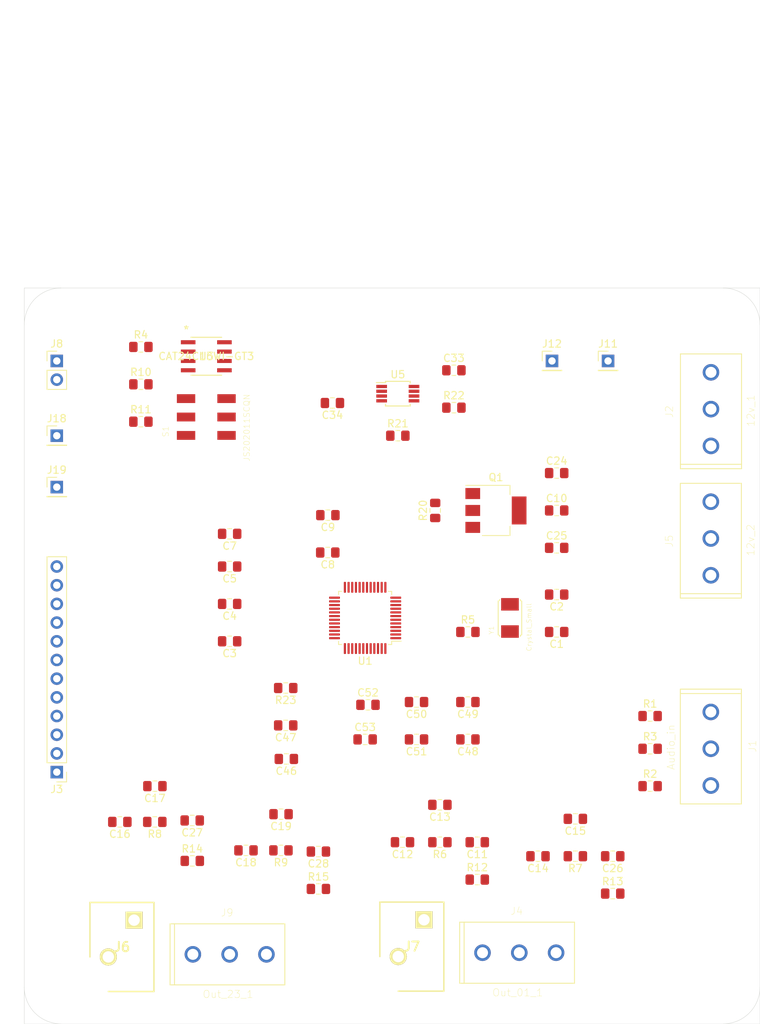
<source format=kicad_pcb>
(kicad_pcb (version 20171130) (host pcbnew "(5.1.4)-1")

  (general
    (thickness 1.6)
    (drawings 8)
    (tracks 0)
    (zones 0)
    (modules 71)
    (nets 64)
  )

  (page A4)
  (layers
    (0 F.Cu signal)
    (31 B.Cu signal)
    (32 B.Adhes user)
    (33 F.Adhes user)
    (34 B.Paste user)
    (35 F.Paste user)
    (36 B.SilkS user)
    (37 F.SilkS user)
    (38 B.Mask user)
    (39 F.Mask user)
    (40 Dwgs.User user)
    (41 Cmts.User user)
    (42 Eco1.User user)
    (43 Eco2.User user)
    (44 Edge.Cuts user)
    (45 Margin user)
    (46 B.CrtYd user)
    (47 F.CrtYd user)
    (48 B.Fab user)
    (49 F.Fab user)
  )

  (setup
    (last_trace_width 0.25)
    (trace_clearance 0.2)
    (zone_clearance 0.508)
    (zone_45_only no)
    (trace_min 0.2)
    (via_size 0.8)
    (via_drill 0.4)
    (via_min_size 0.4)
    (via_min_drill 0.3)
    (uvia_size 0.3)
    (uvia_drill 0.1)
    (uvias_allowed no)
    (uvia_min_size 0.2)
    (uvia_min_drill 0.1)
    (edge_width 0.05)
    (segment_width 0.2)
    (pcb_text_width 0.3)
    (pcb_text_size 1.5 1.5)
    (mod_edge_width 0.12)
    (mod_text_size 1 1)
    (mod_text_width 0.15)
    (pad_size 1.524 1.524)
    (pad_drill 0.762)
    (pad_to_mask_clearance 0.051)
    (solder_mask_min_width 0.25)
    (aux_axis_origin 0 0)
    (visible_elements 7FFFFFFF)
    (pcbplotparams
      (layerselection 0x010fc_ffffffff)
      (usegerberextensions false)
      (usegerberattributes false)
      (usegerberadvancedattributes false)
      (creategerberjobfile false)
      (excludeedgelayer true)
      (linewidth 0.100000)
      (plotframeref false)
      (viasonmask false)
      (mode 1)
      (useauxorigin false)
      (hpglpennumber 1)
      (hpglpenspeed 20)
      (hpglpendiameter 15.000000)
      (psnegative false)
      (psa4output false)
      (plotreference true)
      (plotvalue true)
      (plotinvisibletext false)
      (padsonsilk false)
      (subtractmaskfromsilk false)
      (outputformat 1)
      (mirror false)
      (drillshape 1)
      (scaleselection 1)
      (outputdirectory ""))
  )

  (net 0 "")
  (net 1 "Net-(C1-Pad2)")
  (net 2 GND)
  (net 3 +3V3)
  (net 4 "Net-(C11-Pad2)")
  (net 5 "Net-(C11-Pad1)")
  (net 6 "/output filter 2/In")
  (net 7 "Net-(C12-Pad1)")
  (net 8 "/output filter 1/In")
  (net 9 "Net-(C14-Pad1)")
  (net 10 "Net-(C15-Pad1)")
  (net 11 "/output filter 3/In")
  (net 12 "Net-(C16-Pad1)")
  (net 13 "Net-(C17-Pad1)")
  (net 14 "/output filter  4/In")
  (net 15 "Net-(C18-Pad1)")
  (net 16 "Net-(C19-Pad1)")
  (net 17 +12V)
  (net 18 "Net-(C26-Pad1)")
  (net 19 "Net-(C27-Pad1)")
  (net 20 "Net-(C28-Pad1)")
  (net 21 "Net-(J1-Pad3)")
  (net 22 "Net-(J1-Pad2)")
  (net 23 "Net-(J3-Pad11)")
  (net 24 "Net-(J3-Pad9)")
  (net 25 "Net-(J3-Pad7)")
  (net 26 "Net-(J3-Pad5)")
  (net 27 "Net-(J3-Pad3)")
  (net 28 "Net-(J3-Pad1)")
  (net 29 "Net-(J3-Pad12)")
  (net 30 "Net-(J3-Pad10)")
  (net 31 "Net-(J3-Pad8)")
  (net 32 "Net-(J3-Pad6)")
  (net 33 "Net-(J3-Pad4)")
  (net 34 "Net-(J3-Pad2)")
  (net 35 "Net-(R2-Pad1)")
  (net 36 "Net-(R3-Pad1)")
  (net 37 "Net-(C46-Pad2)")
  (net 38 "Net-(C46-Pad1)")
  (net 39 "Net-(C48-Pad1)")
  (net 40 "Net-(C50-Pad1)")
  (net 41 "Net-(C52-Pad1)")
  (net 42 "Net-(J18-Pad1)")
  (net 43 "Net-(J19-Pad1)")
  (net 44 "Net-(C2-Pad2)")
  (net 45 "Net-(C10-Pad2)")
  (net 46 "Net-(J8-Pad2)")
  (net 47 "Net-(J8-Pad1)")
  (net 48 "Net-(Q1-Pad1)")
  (net 49 "Net-(R1-Pad2)")
  (net 50 "Net-(R5-Pad1)")
  (net 51 "Net-(R11-Pad2)")
  (net 52 "Net-(R21-Pad2)")
  (net 53 "Net-(S1-Pad5)")
  (net 54 "Net-(S1-Pad4)")
  (net 55 "Net-(S1-Pad3)")
  (net 56 "Net-(S1-Pad2)")
  (net 57 "Net-(U3-Pad3)")
  (net 58 "Net-(U3-Pad2)")
  (net 59 "Net-(U3-Pad1)")
  (net 60 "/output filter 1/Out")
  (net 61 "/output filter 2/Out")
  (net 62 "/output filter 3/Out")
  (net 63 "/output filter  4/Out")

  (net_class Default "This is the default net class."
    (clearance 0.2)
    (trace_width 0.25)
    (via_dia 0.8)
    (via_drill 0.4)
    (uvia_dia 0.3)
    (uvia_drill 0.1)
    (add_net +12V)
    (add_net +3V3)
    (add_net "/output filter  4/In")
    (add_net "/output filter  4/Out")
    (add_net "/output filter 1/In")
    (add_net "/output filter 1/Out")
    (add_net "/output filter 2/In")
    (add_net "/output filter 2/Out")
    (add_net "/output filter 3/In")
    (add_net "/output filter 3/Out")
    (add_net GND)
    (add_net "Net-(C1-Pad2)")
    (add_net "Net-(C10-Pad2)")
    (add_net "Net-(C11-Pad1)")
    (add_net "Net-(C11-Pad2)")
    (add_net "Net-(C12-Pad1)")
    (add_net "Net-(C14-Pad1)")
    (add_net "Net-(C15-Pad1)")
    (add_net "Net-(C16-Pad1)")
    (add_net "Net-(C17-Pad1)")
    (add_net "Net-(C18-Pad1)")
    (add_net "Net-(C19-Pad1)")
    (add_net "Net-(C2-Pad2)")
    (add_net "Net-(C26-Pad1)")
    (add_net "Net-(C27-Pad1)")
    (add_net "Net-(C28-Pad1)")
    (add_net "Net-(C46-Pad1)")
    (add_net "Net-(C46-Pad2)")
    (add_net "Net-(C48-Pad1)")
    (add_net "Net-(C50-Pad1)")
    (add_net "Net-(C52-Pad1)")
    (add_net "Net-(J1-Pad2)")
    (add_net "Net-(J1-Pad3)")
    (add_net "Net-(J18-Pad1)")
    (add_net "Net-(J19-Pad1)")
    (add_net "Net-(J3-Pad1)")
    (add_net "Net-(J3-Pad10)")
    (add_net "Net-(J3-Pad11)")
    (add_net "Net-(J3-Pad12)")
    (add_net "Net-(J3-Pad2)")
    (add_net "Net-(J3-Pad3)")
    (add_net "Net-(J3-Pad4)")
    (add_net "Net-(J3-Pad5)")
    (add_net "Net-(J3-Pad6)")
    (add_net "Net-(J3-Pad7)")
    (add_net "Net-(J3-Pad8)")
    (add_net "Net-(J3-Pad9)")
    (add_net "Net-(J8-Pad1)")
    (add_net "Net-(J8-Pad2)")
    (add_net "Net-(Q1-Pad1)")
    (add_net "Net-(R1-Pad2)")
    (add_net "Net-(R11-Pad2)")
    (add_net "Net-(R2-Pad1)")
    (add_net "Net-(R21-Pad2)")
    (add_net "Net-(R3-Pad1)")
    (add_net "Net-(R5-Pad1)")
    (add_net "Net-(S1-Pad2)")
    (add_net "Net-(S1-Pad3)")
    (add_net "Net-(S1-Pad4)")
    (add_net "Net-(S1-Pad5)")
    (add_net "Net-(U3-Pad1)")
    (add_net "Net-(U3-Pad2)")
    (add_net "Net-(U3-Pad3)")
  )

  (module 5032_2P:OSCCC500X320X135 (layer F.Cu) (tedit 0) (tstamp 5DDF49A3)
    (at 128.016 92.837 90)
    (path /5E2E0FD5)
    (attr smd)
    (fp_text reference Y1 (at -1.67551 -2.50806 90) (layer F.SilkS)
      (effects (font (size 0.640423 0.640423) (thickness 0.05)))
    )
    (fp_text value Crystal_Small (at -1.26816 2.59393 90) (layer F.SilkS)
      (effects (font (size 0.640081 0.640081) (thickness 0.05)))
    )
    (fp_line (start -3.25 2) (end -3.25 -2) (layer Eco1.User) (width 0.127))
    (fp_line (start 3.25 2) (end -3.25 2) (layer Eco1.User) (width 0.127))
    (fp_line (start 3.25 -2) (end 3.25 2) (layer Eco1.User) (width 0.127))
    (fp_line (start -3.25 -2) (end 3.25 -2) (layer Eco1.User) (width 0.127))
    (fp_circle (center -2.9 -1.6) (end -2.773 -1.6) (layer Eco2.User) (width 0))
    (fp_line (start 2.5 -1.4) (end 2.5 1.4) (layer Eco2.User) (width 0.127))
    (fp_line (start -2.5 -1.4) (end -2.5 1.4) (layer Eco2.User) (width 0.127))
    (fp_arc (start -2.5 1.6) (end -2.5 1.4) (angle 90) (layer F.SilkS) (width 0.127))
    (fp_line (start 2.3 1.6) (end -2.3 1.6) (layer F.SilkS) (width 0.127))
    (fp_arc (start 2.5 1.6) (end 2.3 1.6) (angle 90) (layer F.SilkS) (width 0.127))
    (fp_arc (start 2.5 -1.6) (end 2.5 -1.4) (angle 90) (layer F.SilkS) (width 0.127))
    (fp_line (start -2.3 -1.6) (end 2.3 -1.6) (layer F.SilkS) (width 0.127))
    (fp_arc (start -2.5 -1.6) (end -2.3 -1.6) (angle 90) (layer F.SilkS) (width 0.127))
    (pad 2 smd rect (at 1.85 0 90) (size 1.7 2.4) (layers F.Cu F.Paste F.Mask)
      (net 44 "Net-(C2-Pad2)"))
    (pad 1 smd rect (at -1.85 0 90) (size 1.7 2.4) (layers F.Cu F.Paste F.Mask)
      (net 1 "Net-(C1-Pad2)"))
  )

  (module Package_SO:MSOP-8_3x3mm_P0.65mm (layer F.Cu) (tedit 5A02F25C) (tstamp 5DDF4990)
    (at 112.776 62.357)
    (descr "8-Lead Plastic Micro Small Outline Package (MS) [MSOP] (see Microchip Packaging Specification 00000049BS.pdf)")
    (tags "SSOP 0.65")
    (path /5E0000B7)
    (attr smd)
    (fp_text reference U5 (at 0 -2.6) (layer F.SilkS)
      (effects (font (size 1 1) (thickness 0.15)))
    )
    (fp_text value ADP3336ARMZ (at 0 2.6) (layer F.Fab)
      (effects (font (size 1 1) (thickness 0.15)))
    )
    (fp_text user %R (at 0 0) (layer F.Fab)
      (effects (font (size 0.6 0.6) (thickness 0.15)))
    )
    (fp_line (start -1.675 -1.5) (end -2.925 -1.5) (layer F.SilkS) (width 0.15))
    (fp_line (start -1.675 1.675) (end 1.675 1.675) (layer F.SilkS) (width 0.15))
    (fp_line (start -1.675 -1.675) (end 1.675 -1.675) (layer F.SilkS) (width 0.15))
    (fp_line (start -1.675 1.675) (end -1.675 1.425) (layer F.SilkS) (width 0.15))
    (fp_line (start 1.675 1.675) (end 1.675 1.425) (layer F.SilkS) (width 0.15))
    (fp_line (start 1.675 -1.675) (end 1.675 -1.425) (layer F.SilkS) (width 0.15))
    (fp_line (start -1.675 -1.675) (end -1.675 -1.5) (layer F.SilkS) (width 0.15))
    (fp_line (start -3.2 1.85) (end 3.2 1.85) (layer F.CrtYd) (width 0.05))
    (fp_line (start -3.2 -1.85) (end 3.2 -1.85) (layer F.CrtYd) (width 0.05))
    (fp_line (start 3.2 -1.85) (end 3.2 1.85) (layer F.CrtYd) (width 0.05))
    (fp_line (start -3.2 -1.85) (end -3.2 1.85) (layer F.CrtYd) (width 0.05))
    (fp_line (start -1.5 -0.5) (end -0.5 -1.5) (layer F.Fab) (width 0.15))
    (fp_line (start -1.5 1.5) (end -1.5 -0.5) (layer F.Fab) (width 0.15))
    (fp_line (start 1.5 1.5) (end -1.5 1.5) (layer F.Fab) (width 0.15))
    (fp_line (start 1.5 -1.5) (end 1.5 1.5) (layer F.Fab) (width 0.15))
    (fp_line (start -0.5 -1.5) (end 1.5 -1.5) (layer F.Fab) (width 0.15))
    (pad 8 smd rect (at 2.2 -0.975) (size 1.45 0.45) (layers F.Cu F.Paste F.Mask)
      (net 17 +12V))
    (pad 7 smd rect (at 2.2 -0.325) (size 1.45 0.45) (layers F.Cu F.Paste F.Mask)
      (net 17 +12V))
    (pad 6 smd rect (at 2.2 0.325) (size 1.45 0.45) (layers F.Cu F.Paste F.Mask)
      (net 17 +12V))
    (pad 5 smd rect (at 2.2 0.975) (size 1.45 0.45) (layers F.Cu F.Paste F.Mask)
      (net 52 "Net-(R21-Pad2)"))
    (pad 4 smd rect (at -2.2 0.975) (size 1.45 0.45) (layers F.Cu F.Paste F.Mask)
      (net 2 GND))
    (pad 3 smd rect (at -2.2 0.325) (size 1.45 0.45) (layers F.Cu F.Paste F.Mask)
      (net 3 +3V3))
    (pad 2 smd rect (at -2.2 -0.325) (size 1.45 0.45) (layers F.Cu F.Paste F.Mask)
      (net 3 +3V3))
    (pad 1 smd rect (at -2.2 -0.975) (size 1.45 0.45) (layers F.Cu F.Paste F.Mask)
      (net 3 +3V3))
    (model ${KISYS3DMOD}/Package_SO.3dshapes/MSOP-8_3x3mm_P0.65mm.wrl
      (at (xyz 0 0 0))
      (scale (xyz 1 1 1))
      (rotate (xyz 0 0 0))
    )
  )

  (module CAT24:CAT24C16WI-GT3 (layer F.Cu) (tedit 0) (tstamp 5DDF4973)
    (at 86.741 57.277)
    (path /5E18C85C)
    (fp_text reference U3 (at 0 0) (layer F.SilkS)
      (effects (font (size 1 1) (thickness 0.15)))
    )
    (fp_text value CAT24C16WI-GT3 (at 0 0) (layer F.SilkS)
      (effects (font (size 1 1) (thickness 0.15)))
    )
    (fp_arc (start 0 -2.4511) (end 0.3048 -2.4511) (angle 180) (layer F.Fab) (width 0.1524))
    (fp_line (start -2.2098 2.4384) (end -3.7084 2.4384) (layer F.CrtYd) (width 0.1524))
    (fp_line (start -2.2098 2.7051) (end -2.2098 2.4384) (layer F.CrtYd) (width 0.1524))
    (fp_line (start 2.2098 2.7051) (end -2.2098 2.7051) (layer F.CrtYd) (width 0.1524))
    (fp_line (start 2.2098 2.4384) (end 2.2098 2.7051) (layer F.CrtYd) (width 0.1524))
    (fp_line (start 3.7084 2.4384) (end 2.2098 2.4384) (layer F.CrtYd) (width 0.1524))
    (fp_line (start 3.7084 -2.4384) (end 3.7084 2.4384) (layer F.CrtYd) (width 0.1524))
    (fp_line (start 2.2098 -2.4384) (end 3.7084 -2.4384) (layer F.CrtYd) (width 0.1524))
    (fp_line (start 2.2098 -2.7051) (end 2.2098 -2.4384) (layer F.CrtYd) (width 0.1524))
    (fp_line (start -2.2098 -2.7051) (end 2.2098 -2.7051) (layer F.CrtYd) (width 0.1524))
    (fp_line (start -2.2098 -2.4384) (end -2.2098 -2.7051) (layer F.CrtYd) (width 0.1524))
    (fp_line (start -3.7084 -2.4384) (end -2.2098 -2.4384) (layer F.CrtYd) (width 0.1524))
    (fp_line (start -3.7084 2.4384) (end -3.7084 -2.4384) (layer F.CrtYd) (width 0.1524))
    (fp_line (start -1.9558 -2.4511) (end -1.9558 2.4511) (layer F.Fab) (width 0.1524))
    (fp_line (start 1.9558 -2.4511) (end -1.9558 -2.4511) (layer F.Fab) (width 0.1524))
    (fp_line (start 1.9558 2.4511) (end 1.9558 -2.4511) (layer F.Fab) (width 0.1524))
    (fp_line (start -1.9558 2.4511) (end 1.9558 2.4511) (layer F.Fab) (width 0.1524))
    (fp_line (start 2.0828 -2.5781) (end -2.0828 -2.5781) (layer F.SilkS) (width 0.1524))
    (fp_line (start -2.0828 2.5781) (end 2.0828 2.5781) (layer F.SilkS) (width 0.1524))
    (fp_line (start 3.0988 -2.159) (end 1.9558 -2.159) (layer F.Fab) (width 0.1524))
    (fp_line (start 3.0988 -1.651) (end 3.0988 -2.159) (layer F.Fab) (width 0.1524))
    (fp_line (start 1.9558 -1.651) (end 3.0988 -1.651) (layer F.Fab) (width 0.1524))
    (fp_line (start 1.9558 -2.159) (end 1.9558 -1.651) (layer F.Fab) (width 0.1524))
    (fp_line (start 3.0988 -0.889) (end 1.9558 -0.889) (layer F.Fab) (width 0.1524))
    (fp_line (start 3.0988 -0.381) (end 3.0988 -0.889) (layer F.Fab) (width 0.1524))
    (fp_line (start 1.9558 -0.381) (end 3.0988 -0.381) (layer F.Fab) (width 0.1524))
    (fp_line (start 1.9558 -0.889) (end 1.9558 -0.381) (layer F.Fab) (width 0.1524))
    (fp_line (start 3.0988 0.381) (end 1.9558 0.381) (layer F.Fab) (width 0.1524))
    (fp_line (start 3.0988 0.889) (end 3.0988 0.381) (layer F.Fab) (width 0.1524))
    (fp_line (start 1.9558 0.889) (end 3.0988 0.889) (layer F.Fab) (width 0.1524))
    (fp_line (start 1.9558 0.381) (end 1.9558 0.889) (layer F.Fab) (width 0.1524))
    (fp_line (start 3.0988 1.651) (end 1.9558 1.651) (layer F.Fab) (width 0.1524))
    (fp_line (start 3.0988 2.159) (end 3.0988 1.651) (layer F.Fab) (width 0.1524))
    (fp_line (start 1.9558 2.159) (end 3.0988 2.159) (layer F.Fab) (width 0.1524))
    (fp_line (start 1.9558 1.651) (end 1.9558 2.159) (layer F.Fab) (width 0.1524))
    (fp_line (start -3.0988 2.159) (end -1.9558 2.159) (layer F.Fab) (width 0.1524))
    (fp_line (start -3.0988 1.651) (end -3.0988 2.159) (layer F.Fab) (width 0.1524))
    (fp_line (start -1.9558 1.651) (end -3.0988 1.651) (layer F.Fab) (width 0.1524))
    (fp_line (start -1.9558 2.159) (end -1.9558 1.651) (layer F.Fab) (width 0.1524))
    (fp_line (start -3.0988 0.889) (end -1.9558 0.889) (layer F.Fab) (width 0.1524))
    (fp_line (start -3.0988 0.381) (end -3.0988 0.889) (layer F.Fab) (width 0.1524))
    (fp_line (start -1.9558 0.381) (end -3.0988 0.381) (layer F.Fab) (width 0.1524))
    (fp_line (start -1.9558 0.889) (end -1.9558 0.381) (layer F.Fab) (width 0.1524))
    (fp_line (start -3.0988 -0.381) (end -1.9558 -0.381) (layer F.Fab) (width 0.1524))
    (fp_line (start -3.0988 -0.889) (end -3.0988 -0.381) (layer F.Fab) (width 0.1524))
    (fp_line (start -1.9558 -0.889) (end -3.0988 -0.889) (layer F.Fab) (width 0.1524))
    (fp_line (start -1.9558 -0.381) (end -1.9558 -0.889) (layer F.Fab) (width 0.1524))
    (fp_line (start -3.0988 -1.651) (end -1.9558 -1.651) (layer F.Fab) (width 0.1524))
    (fp_line (start -3.0988 -2.159) (end -3.0988 -1.651) (layer F.Fab) (width 0.1524))
    (fp_line (start -1.9558 -2.159) (end -3.0988 -2.159) (layer F.Fab) (width 0.1524))
    (fp_line (start -1.9558 -1.651) (end -1.9558 -2.159) (layer F.Fab) (width 0.1524))
    (fp_text user * (at -1.5748 -2.3749) (layer F.Fab)
      (effects (font (size 1 1) (thickness 0.15)))
    )
    (fp_text user * (at -2.7178 -3.6068) (layer F.SilkS)
      (effects (font (size 1 1) (thickness 0.15)))
    )
    (fp_text user "Copyright 2016 Accelerated Designs. All rights reserved." (at 0 0) (layer Cmts.User)
      (effects (font (size 0.127 0.127) (thickness 0.002)))
    )
    (pad 8 smd rect (at 2.4638 -1.905) (size 1.9812 0.5588) (layers F.Cu F.Paste F.Mask)
      (net 3 +3V3))
    (pad 7 smd rect (at 2.4638 -0.635) (size 1.9812 0.5588) (layers F.Cu F.Paste F.Mask)
      (net 53 "Net-(S1-Pad5)"))
    (pad 6 smd rect (at 2.4638 0.635) (size 1.9812 0.5588) (layers F.Cu F.Paste F.Mask)
      (net 47 "Net-(J8-Pad1)"))
    (pad 5 smd rect (at 2.4638 1.905) (size 1.9812 0.5588) (layers F.Cu F.Paste F.Mask)
      (net 46 "Net-(J8-Pad2)"))
    (pad 4 smd rect (at -2.4638 1.905) (size 1.9812 0.5588) (layers F.Cu F.Paste F.Mask)
      (net 2 GND))
    (pad 3 smd rect (at -2.4638 0.635) (size 1.9812 0.5588) (layers F.Cu F.Paste F.Mask)
      (net 57 "Net-(U3-Pad3)"))
    (pad 2 smd rect (at -2.4638 -0.635) (size 1.9812 0.5588) (layers F.Cu F.Paste F.Mask)
      (net 58 "Net-(U3-Pad2)"))
    (pad 1 smd rect (at -2.4638 -1.905) (size 1.9812 0.5588) (layers F.Cu F.Paste F.Mask)
      (net 59 "Net-(U3-Pad1)"))
  )

  (module Package_QFP:LQFP-48_7x7mm_P0.5mm (layer F.Cu) (tedit 5C18330E) (tstamp 5DDF4931)
    (at 108.331 92.837 180)
    (descr "LQFP, 48 Pin (https://www.analog.com/media/en/technical-documentation/data-sheets/ltc2358-16.pdf), generated with kicad-footprint-generator ipc_gullwing_generator.py")
    (tags "LQFP QFP")
    (path /5DCF47AE)
    (attr smd)
    (fp_text reference U1 (at 0 -5.85) (layer F.SilkS)
      (effects (font (size 1 1) (thickness 0.15)))
    )
    (fp_text value ADAU1701 (at 0 5.85) (layer F.Fab)
      (effects (font (size 1 1) (thickness 0.15)))
    )
    (fp_text user %R (at -38.550001 83.129999) (layer F.Fab)
      (effects (font (size 1 1) (thickness 0.15)))
    )
    (fp_line (start 5.15 3.15) (end 5.15 0) (layer F.CrtYd) (width 0.05))
    (fp_line (start 3.75 3.15) (end 5.15 3.15) (layer F.CrtYd) (width 0.05))
    (fp_line (start 3.75 3.75) (end 3.75 3.15) (layer F.CrtYd) (width 0.05))
    (fp_line (start 3.15 3.75) (end 3.75 3.75) (layer F.CrtYd) (width 0.05))
    (fp_line (start 3.15 5.15) (end 3.15 3.75) (layer F.CrtYd) (width 0.05))
    (fp_line (start 0 5.15) (end 3.15 5.15) (layer F.CrtYd) (width 0.05))
    (fp_line (start -5.15 3.15) (end -5.15 0) (layer F.CrtYd) (width 0.05))
    (fp_line (start -3.75 3.15) (end -5.15 3.15) (layer F.CrtYd) (width 0.05))
    (fp_line (start -3.75 3.75) (end -3.75 3.15) (layer F.CrtYd) (width 0.05))
    (fp_line (start -3.15 3.75) (end -3.75 3.75) (layer F.CrtYd) (width 0.05))
    (fp_line (start -3.15 5.15) (end -3.15 3.75) (layer F.CrtYd) (width 0.05))
    (fp_line (start 0 5.15) (end -3.15 5.15) (layer F.CrtYd) (width 0.05))
    (fp_line (start 5.15 -3.15) (end 5.15 0) (layer F.CrtYd) (width 0.05))
    (fp_line (start 3.75 -3.15) (end 5.15 -3.15) (layer F.CrtYd) (width 0.05))
    (fp_line (start 3.75 -3.75) (end 3.75 -3.15) (layer F.CrtYd) (width 0.05))
    (fp_line (start 3.15 -3.75) (end 3.75 -3.75) (layer F.CrtYd) (width 0.05))
    (fp_line (start 3.15 -5.15) (end 3.15 -3.75) (layer F.CrtYd) (width 0.05))
    (fp_line (start 0 -5.15) (end 3.15 -5.15) (layer F.CrtYd) (width 0.05))
    (fp_line (start -5.15 -3.15) (end -5.15 0) (layer F.CrtYd) (width 0.05))
    (fp_line (start -3.75 -3.15) (end -5.15 -3.15) (layer F.CrtYd) (width 0.05))
    (fp_line (start -3.75 -3.75) (end -3.75 -3.15) (layer F.CrtYd) (width 0.05))
    (fp_line (start -3.15 -3.75) (end -3.75 -3.75) (layer F.CrtYd) (width 0.05))
    (fp_line (start -3.15 -5.15) (end -3.15 -3.75) (layer F.CrtYd) (width 0.05))
    (fp_line (start 0 -5.15) (end -3.15 -5.15) (layer F.CrtYd) (width 0.05))
    (fp_line (start -3.5 -2.5) (end -2.5 -3.5) (layer F.Fab) (width 0.1))
    (fp_line (start -3.5 3.5) (end -3.5 -2.5) (layer F.Fab) (width 0.1))
    (fp_line (start 3.5 3.5) (end -3.5 3.5) (layer F.Fab) (width 0.1))
    (fp_line (start 3.5 -3.5) (end 3.5 3.5) (layer F.Fab) (width 0.1))
    (fp_line (start -2.5 -3.5) (end 3.5 -3.5) (layer F.Fab) (width 0.1))
    (fp_line (start -3.61 -3.16) (end -4.9 -3.16) (layer F.SilkS) (width 0.12))
    (fp_line (start -3.61 -3.61) (end -3.61 -3.16) (layer F.SilkS) (width 0.12))
    (fp_line (start -3.16 -3.61) (end -3.61 -3.61) (layer F.SilkS) (width 0.12))
    (fp_line (start 3.61 -3.61) (end 3.61 -3.16) (layer F.SilkS) (width 0.12))
    (fp_line (start 3.16 -3.61) (end 3.61 -3.61) (layer F.SilkS) (width 0.12))
    (fp_line (start -3.61 3.61) (end -3.61 3.16) (layer F.SilkS) (width 0.12))
    (fp_line (start -3.16 3.61) (end -3.61 3.61) (layer F.SilkS) (width 0.12))
    (fp_line (start 3.61 3.61) (end 3.61 3.16) (layer F.SilkS) (width 0.12))
    (fp_line (start 3.16 3.61) (end 3.61 3.61) (layer F.SilkS) (width 0.12))
    (pad 48 smd roundrect (at -2.75 -4.1625 180) (size 0.3 1.475) (layers F.Cu F.Paste F.Mask) (roundrect_rratio 0.25)
      (net 3 +3V3))
    (pad 47 smd roundrect (at -2.25 -4.1625 180) (size 0.3 1.475) (layers F.Cu F.Paste F.Mask) (roundrect_rratio 0.25)
      (net 39 "Net-(C48-Pad1)"))
    (pad 46 smd roundrect (at -1.75 -4.1625 180) (size 0.3 1.475) (layers F.Cu F.Paste F.Mask) (roundrect_rratio 0.25)
      (net 8 "/output filter 1/In"))
    (pad 45 smd roundrect (at -1.25 -4.1625 180) (size 0.3 1.475) (layers F.Cu F.Paste F.Mask) (roundrect_rratio 0.25)
      (net 6 "/output filter 2/In"))
    (pad 44 smd roundrect (at -0.75 -4.1625 180) (size 0.3 1.475) (layers F.Cu F.Paste F.Mask) (roundrect_rratio 0.25)
      (net 11 "/output filter 3/In"))
    (pad 43 smd roundrect (at -0.25 -4.1625 180) (size 0.3 1.475) (layers F.Cu F.Paste F.Mask) (roundrect_rratio 0.25)
      (net 14 "/output filter  4/In"))
    (pad 42 smd roundrect (at 0.25 -4.1625 180) (size 0.3 1.475) (layers F.Cu F.Paste F.Mask) (roundrect_rratio 0.25)
      (net 2 GND))
    (pad 41 smd roundrect (at 0.75 -4.1625 180) (size 0.3 1.475) (layers F.Cu F.Paste F.Mask) (roundrect_rratio 0.25)
      (net 40 "Net-(C50-Pad1)"))
    (pad 40 smd roundrect (at 1.25 -4.1625 180) (size 0.3 1.475) (layers F.Cu F.Paste F.Mask) (roundrect_rratio 0.25)
      (net 41 "Net-(C52-Pad1)"))
    (pad 39 smd roundrect (at 1.75 -4.1625 180) (size 0.3 1.475) (layers F.Cu F.Paste F.Mask) (roundrect_rratio 0.25)
      (net 3 +3V3))
    (pad 38 smd roundrect (at 2.25 -4.1625 180) (size 0.3 1.475) (layers F.Cu F.Paste F.Mask) (roundrect_rratio 0.25)
      (net 2 GND))
    (pad 37 smd roundrect (at 2.75 -4.1625 180) (size 0.3 1.475) (layers F.Cu F.Paste F.Mask) (roundrect_rratio 0.25)
      (net 2 GND))
    (pad 36 smd roundrect (at 4.1625 -2.75 180) (size 1.475 0.3) (layers F.Cu F.Paste F.Mask) (roundrect_rratio 0.25)
      (net 3 +3V3))
    (pad 35 smd roundrect (at 4.1625 -2.25 180) (size 1.475 0.3) (layers F.Cu F.Paste F.Mask) (roundrect_rratio 0.25)
      (net 38 "Net-(C46-Pad1)"))
    (pad 34 smd roundrect (at 4.1625 -1.75 180) (size 1.475 0.3) (layers F.Cu F.Paste F.Mask) (roundrect_rratio 0.25)
      (net 3 +3V3))
    (pad 33 smd roundrect (at 4.1625 -1.25 180) (size 1.475 0.3) (layers F.Cu F.Paste F.Mask) (roundrect_rratio 0.25)
      (net 2 GND))
    (pad 32 smd roundrect (at 4.1625 -0.75 180) (size 1.475 0.3) (layers F.Cu F.Paste F.Mask) (roundrect_rratio 0.25)
      (net 44 "Net-(C2-Pad2)"))
    (pad 31 smd roundrect (at 4.1625 -0.25 180) (size 1.475 0.3) (layers F.Cu F.Paste F.Mask) (roundrect_rratio 0.25)
      (net 50 "Net-(R5-Pad1)"))
    (pad 30 smd roundrect (at 4.1625 0.25 180) (size 1.475 0.3) (layers F.Cu F.Paste F.Mask) (roundrect_rratio 0.25)
      (net 2 GND))
    (pad 29 smd roundrect (at 4.1625 0.75 180) (size 1.475 0.3) (layers F.Cu F.Paste F.Mask) (roundrect_rratio 0.25)
      (net 27 "Net-(J3-Pad3)"))
    (pad 28 smd roundrect (at 4.1625 1.25 180) (size 1.475 0.3) (layers F.Cu F.Paste F.Mask) (roundrect_rratio 0.25)
      (net 33 "Net-(J3-Pad4)"))
    (pad 27 smd roundrect (at 4.1625 1.75 180) (size 1.475 0.3) (layers F.Cu F.Paste F.Mask) (roundrect_rratio 0.25)
      (net 24 "Net-(J3-Pad9)"))
    (pad 26 smd roundrect (at 4.1625 2.25 180) (size 1.475 0.3) (layers F.Cu F.Paste F.Mask) (roundrect_rratio 0.25)
      (net 30 "Net-(J3-Pad10)"))
    (pad 25 smd roundrect (at 4.1625 2.75 180) (size 1.475 0.3) (layers F.Cu F.Paste F.Mask) (roundrect_rratio 0.25)
      (net 2 GND))
    (pad 24 smd roundrect (at 2.75 4.1625 180) (size 0.3 1.475) (layers F.Cu F.Paste F.Mask) (roundrect_rratio 0.25)
      (net 45 "Net-(C10-Pad2)"))
    (pad 23 smd roundrect (at 2.25 4.1625 180) (size 0.3 1.475) (layers F.Cu F.Paste F.Mask) (roundrect_rratio 0.25)
      (net 47 "Net-(J8-Pad1)"))
    (pad 22 smd roundrect (at 1.75 4.1625 180) (size 0.3 1.475) (layers F.Cu F.Paste F.Mask) (roundrect_rratio 0.25)
      (net 46 "Net-(J8-Pad2)"))
    (pad 21 smd roundrect (at 1.25 4.1625 180) (size 0.3 1.475) (layers F.Cu F.Paste F.Mask) (roundrect_rratio 0.25)
      (net 53 "Net-(S1-Pad5)"))
    (pad 20 smd roundrect (at 0.75 4.1625 180) (size 0.3 1.475) (layers F.Cu F.Paste F.Mask) (roundrect_rratio 0.25)
      (net 42 "Net-(J18-Pad1)"))
    (pad 19 smd roundrect (at 0.25 4.1625 180) (size 0.3 1.475) (layers F.Cu F.Paste F.Mask) (roundrect_rratio 0.25)
      (net 29 "Net-(J3-Pad12)"))
    (pad 18 smd roundrect (at -0.25 4.1625 180) (size 0.3 1.475) (layers F.Cu F.Paste F.Mask) (roundrect_rratio 0.25)
      (net 3 +3V3))
    (pad 17 smd roundrect (at -0.75 4.1625 180) (size 0.3 1.475) (layers F.Cu F.Paste F.Mask) (roundrect_rratio 0.25)
      (net 48 "Net-(Q1-Pad1)"))
    (pad 16 smd roundrect (at -1.25 4.1625 180) (size 0.3 1.475) (layers F.Cu F.Paste F.Mask) (roundrect_rratio 0.25)
      (net 23 "Net-(J3-Pad11)"))
    (pad 15 smd roundrect (at -1.75 4.1625 180) (size 0.3 1.475) (layers F.Cu F.Paste F.Mask) (roundrect_rratio 0.25)
      (net 25 "Net-(J3-Pad7)"))
    (pad 14 smd roundrect (at -2.25 4.1625 180) (size 0.3 1.475) (layers F.Cu F.Paste F.Mask) (roundrect_rratio 0.25)
      (net 31 "Net-(J3-Pad8)"))
    (pad 13 smd roundrect (at -2.75 4.1625 180) (size 0.3 1.475) (layers F.Cu F.Paste F.Mask) (roundrect_rratio 0.25)
      (net 45 "Net-(C10-Pad2)"))
    (pad 12 smd roundrect (at -4.1625 2.75 180) (size 1.475 0.3) (layers F.Cu F.Paste F.Mask) (roundrect_rratio 0.25)
      (net 2 GND))
    (pad 11 smd roundrect (at -4.1625 2.25 180) (size 1.475 0.3) (layers F.Cu F.Paste F.Mask) (roundrect_rratio 0.25)
      (net 28 "Net-(J3-Pad1)"))
    (pad 10 smd roundrect (at -4.1625 1.75 180) (size 1.475 0.3) (layers F.Cu F.Paste F.Mask) (roundrect_rratio 0.25)
      (net 34 "Net-(J3-Pad2)"))
    (pad 9 smd roundrect (at -4.1625 1.25 180) (size 1.475 0.3) (layers F.Cu F.Paste F.Mask) (roundrect_rratio 0.25)
      (net 32 "Net-(J3-Pad6)"))
    (pad 8 smd roundrect (at -4.1625 0.75 180) (size 1.475 0.3) (layers F.Cu F.Paste F.Mask) (roundrect_rratio 0.25)
      (net 26 "Net-(J3-Pad5)"))
    (pad 7 smd roundrect (at -4.1625 0.25 180) (size 1.475 0.3) (layers F.Cu F.Paste F.Mask) (roundrect_rratio 0.25)
      (net 2 GND))
    (pad 6 smd roundrect (at -4.1625 -0.25 180) (size 1.475 0.3) (layers F.Cu F.Paste F.Mask) (roundrect_rratio 0.25)
      (net 3 +3V3))
    (pad 5 smd roundrect (at -4.1625 -0.75 180) (size 1.475 0.3) (layers F.Cu F.Paste F.Mask) (roundrect_rratio 0.25)
      (net 43 "Net-(J19-Pad1)"))
    (pad 4 smd roundrect (at -4.1625 -1.25 180) (size 1.475 0.3) (layers F.Cu F.Paste F.Mask) (roundrect_rratio 0.25)
      (net 36 "Net-(R3-Pad1)"))
    (pad 3 smd roundrect (at -4.1625 -1.75 180) (size 1.475 0.3) (layers F.Cu F.Paste F.Mask) (roundrect_rratio 0.25)
      (net 49 "Net-(R1-Pad2)"))
    (pad 2 smd roundrect (at -4.1625 -2.25 180) (size 1.475 0.3) (layers F.Cu F.Paste F.Mask) (roundrect_rratio 0.25)
      (net 35 "Net-(R2-Pad1)"))
    (pad 1 smd roundrect (at -4.1625 -2.75 180) (size 1.475 0.3) (layers F.Cu F.Paste F.Mask) (roundrect_rratio 0.25)
      (net 2 GND))
    (model ${KISYS3DMOD}/Package_QFP.3dshapes/LQFP-48_7x7mm_P0.5mm.wrl
      (at (xyz 0 0 0))
      (scale (xyz 1 1 1))
      (rotate (xyz 0 0 0))
    )
  )

  (module "Switch JS202011SCQN:SW_JS202011SCQN" (layer F.Cu) (tedit 0) (tstamp 5DDF48D6)
    (at 86.741 65.532 90)
    (path /5E18C887)
    (attr smd)
    (fp_text reference S1 (at -1.97145 -5.51762 90) (layer F.SilkS)
      (effects (font (size 0.801394 0.801394) (thickness 0.05)))
    )
    (fp_text value JS202011SCQN (at -1.46182 5.49885 90) (layer F.SilkS)
      (effects (font (size 0.801 0.801) (thickness 0.05)))
    )
    (fp_line (start -4.5 -1.5) (end -4.5 1.5) (layer Eco2.User) (width 0.127))
    (fp_line (start 4.5 -1.5) (end -4.5 -1.5) (layer Eco2.User) (width 0.127))
    (fp_line (start 4.5 1.5) (end 4.5 -1.5) (layer Eco2.User) (width 0.127))
    (fp_line (start -4.5 1.5) (end 4.5 1.5) (layer Eco2.User) (width 0.127))
    (pad 6 smd rect (at 2.5 -2.75 90) (size 1.2 2.5) (layers F.Cu F.Paste F.Mask)
      (net 51 "Net-(R11-Pad2)"))
    (pad 5 smd rect (at 0 -2.75 90) (size 1.2 2.5) (layers F.Cu F.Paste F.Mask)
      (net 53 "Net-(S1-Pad5)"))
    (pad 4 smd rect (at -2.5 -2.75 90) (size 1.2 2.5) (layers F.Cu F.Paste F.Mask)
      (net 54 "Net-(S1-Pad4)"))
    (pad 3 smd rect (at 2.5 2.75 90) (size 1.2 2.5) (layers F.Cu F.Paste F.Mask)
      (net 55 "Net-(S1-Pad3)"))
    (pad 2 smd rect (at 0 2.75 90) (size 1.2 2.5) (layers F.Cu F.Paste F.Mask)
      (net 56 "Net-(S1-Pad2)"))
    (pad 1 smd rect (at -2.5 2.75 90) (size 1.2 2.5) (layers F.Cu F.Paste F.Mask)
      (net 2 GND))
  )

  (module Resistor_SMD:R_0805_2012Metric_Pad1.15x1.40mm_HandSolder (layer F.Cu) (tedit 5B36C52B) (tstamp 5DDF48C8)
    (at 97.536 102.362 180)
    (descr "Resistor SMD 0805 (2012 Metric), square (rectangular) end terminal, IPC_7351 nominal with elongated pad for handsoldering. (Body size source: https://docs.google.com/spreadsheets/d/1BsfQQcO9C6DZCsRaXUlFlo91Tg2WpOkGARC1WS5S8t0/edit?usp=sharing), generated with kicad-footprint-generator")
    (tags "resistor handsolder")
    (path /5DF631C0)
    (attr smd)
    (fp_text reference R23 (at 0 -1.65) (layer F.SilkS)
      (effects (font (size 1 1) (thickness 0.15)))
    )
    (fp_text value 475r (at 0 1.65) (layer F.Fab)
      (effects (font (size 1 1) (thickness 0.15)))
    )
    (fp_text user %R (at 0 0) (layer F.Fab)
      (effects (font (size 0.5 0.5) (thickness 0.08)))
    )
    (fp_line (start 1.85 0.95) (end -1.85 0.95) (layer F.CrtYd) (width 0.05))
    (fp_line (start 1.85 -0.95) (end 1.85 0.95) (layer F.CrtYd) (width 0.05))
    (fp_line (start -1.85 -0.95) (end 1.85 -0.95) (layer F.CrtYd) (width 0.05))
    (fp_line (start -1.85 0.95) (end -1.85 -0.95) (layer F.CrtYd) (width 0.05))
    (fp_line (start -0.261252 0.71) (end 0.261252 0.71) (layer F.SilkS) (width 0.12))
    (fp_line (start -0.261252 -0.71) (end 0.261252 -0.71) (layer F.SilkS) (width 0.12))
    (fp_line (start 1 0.6) (end -1 0.6) (layer F.Fab) (width 0.1))
    (fp_line (start 1 -0.6) (end 1 0.6) (layer F.Fab) (width 0.1))
    (fp_line (start -1 -0.6) (end 1 -0.6) (layer F.Fab) (width 0.1))
    (fp_line (start -1 0.6) (end -1 -0.6) (layer F.Fab) (width 0.1))
    (pad 2 smd roundrect (at 1.025 0 180) (size 1.15 1.4) (layers F.Cu F.Paste F.Mask) (roundrect_rratio 0.217391)
      (net 3 +3V3))
    (pad 1 smd roundrect (at -1.025 0 180) (size 1.15 1.4) (layers F.Cu F.Paste F.Mask) (roundrect_rratio 0.217391)
      (net 37 "Net-(C46-Pad2)"))
    (model ${KISYS3DMOD}/Resistor_SMD.3dshapes/R_0805_2012Metric.wrl
      (at (xyz 0 0 0))
      (scale (xyz 1 1 1))
      (rotate (xyz 0 0 0))
    )
  )

  (module Resistor_SMD:R_0805_2012Metric_Pad1.15x1.40mm_HandSolder (layer F.Cu) (tedit 5B36C52B) (tstamp 5DDF48B7)
    (at 120.396 64.262)
    (descr "Resistor SMD 0805 (2012 Metric), square (rectangular) end terminal, IPC_7351 nominal with elongated pad for handsoldering. (Body size source: https://docs.google.com/spreadsheets/d/1BsfQQcO9C6DZCsRaXUlFlo91Tg2WpOkGARC1WS5S8t0/edit?usp=sharing), generated with kicad-footprint-generator")
    (tags "resistor handsolder")
    (path /5E0000DC)
    (attr smd)
    (fp_text reference R22 (at 0 -1.65) (layer F.SilkS)
      (effects (font (size 1 1) (thickness 0.15)))
    )
    (fp_text value 78.7k (at 0 1.65) (layer F.Fab)
      (effects (font (size 1 1) (thickness 0.15)))
    )
    (fp_text user %R (at 0 0) (layer F.Fab)
      (effects (font (size 0.5 0.5) (thickness 0.08)))
    )
    (fp_line (start 1.85 0.95) (end -1.85 0.95) (layer F.CrtYd) (width 0.05))
    (fp_line (start 1.85 -0.95) (end 1.85 0.95) (layer F.CrtYd) (width 0.05))
    (fp_line (start -1.85 -0.95) (end 1.85 -0.95) (layer F.CrtYd) (width 0.05))
    (fp_line (start -1.85 0.95) (end -1.85 -0.95) (layer F.CrtYd) (width 0.05))
    (fp_line (start -0.261252 0.71) (end 0.261252 0.71) (layer F.SilkS) (width 0.12))
    (fp_line (start -0.261252 -0.71) (end 0.261252 -0.71) (layer F.SilkS) (width 0.12))
    (fp_line (start 1 0.6) (end -1 0.6) (layer F.Fab) (width 0.1))
    (fp_line (start 1 -0.6) (end 1 0.6) (layer F.Fab) (width 0.1))
    (fp_line (start -1 -0.6) (end 1 -0.6) (layer F.Fab) (width 0.1))
    (fp_line (start -1 0.6) (end -1 -0.6) (layer F.Fab) (width 0.1))
    (pad 2 smd roundrect (at 1.025 0) (size 1.15 1.4) (layers F.Cu F.Paste F.Mask) (roundrect_rratio 0.217391)
      (net 2 GND))
    (pad 1 smd roundrect (at -1.025 0) (size 1.15 1.4) (layers F.Cu F.Paste F.Mask) (roundrect_rratio 0.217391)
      (net 52 "Net-(R21-Pad2)"))
    (model ${KISYS3DMOD}/Resistor_SMD.3dshapes/R_0805_2012Metric.wrl
      (at (xyz 0 0 0))
      (scale (xyz 1 1 1))
      (rotate (xyz 0 0 0))
    )
  )

  (module Resistor_SMD:R_0805_2012Metric_Pad1.15x1.40mm_HandSolder (layer F.Cu) (tedit 5B36C52B) (tstamp 5DDF48A6)
    (at 112.776 68.072)
    (descr "Resistor SMD 0805 (2012 Metric), square (rectangular) end terminal, IPC_7351 nominal with elongated pad for handsoldering. (Body size source: https://docs.google.com/spreadsheets/d/1BsfQQcO9C6DZCsRaXUlFlo91Tg2WpOkGARC1WS5S8t0/edit?usp=sharing), generated with kicad-footprint-generator")
    (tags "resistor handsolder")
    (path /5E0000D6)
    (attr smd)
    (fp_text reference R21 (at 0 -1.65) (layer F.SilkS)
      (effects (font (size 1 1) (thickness 0.15)))
    )
    (fp_text value 140k (at 0 1.65) (layer F.Fab)
      (effects (font (size 1 1) (thickness 0.15)))
    )
    (fp_text user %R (at 0 0) (layer F.Fab)
      (effects (font (size 0.5 0.5) (thickness 0.08)))
    )
    (fp_line (start 1.85 0.95) (end -1.85 0.95) (layer F.CrtYd) (width 0.05))
    (fp_line (start 1.85 -0.95) (end 1.85 0.95) (layer F.CrtYd) (width 0.05))
    (fp_line (start -1.85 -0.95) (end 1.85 -0.95) (layer F.CrtYd) (width 0.05))
    (fp_line (start -1.85 0.95) (end -1.85 -0.95) (layer F.CrtYd) (width 0.05))
    (fp_line (start -0.261252 0.71) (end 0.261252 0.71) (layer F.SilkS) (width 0.12))
    (fp_line (start -0.261252 -0.71) (end 0.261252 -0.71) (layer F.SilkS) (width 0.12))
    (fp_line (start 1 0.6) (end -1 0.6) (layer F.Fab) (width 0.1))
    (fp_line (start 1 -0.6) (end 1 0.6) (layer F.Fab) (width 0.1))
    (fp_line (start -1 -0.6) (end 1 -0.6) (layer F.Fab) (width 0.1))
    (fp_line (start -1 0.6) (end -1 -0.6) (layer F.Fab) (width 0.1))
    (pad 2 smd roundrect (at 1.025 0) (size 1.15 1.4) (layers F.Cu F.Paste F.Mask) (roundrect_rratio 0.217391)
      (net 52 "Net-(R21-Pad2)"))
    (pad 1 smd roundrect (at -1.025 0) (size 1.15 1.4) (layers F.Cu F.Paste F.Mask) (roundrect_rratio 0.217391)
      (net 3 +3V3))
    (model ${KISYS3DMOD}/Resistor_SMD.3dshapes/R_0805_2012Metric.wrl
      (at (xyz 0 0 0))
      (scale (xyz 1 1 1))
      (rotate (xyz 0 0 0))
    )
  )

  (module Resistor_SMD:R_0805_2012Metric_Pad1.15x1.40mm_HandSolder (layer F.Cu) (tedit 5B36C52B) (tstamp 5DDF4895)
    (at 117.856 78.232 90)
    (descr "Resistor SMD 0805 (2012 Metric), square (rectangular) end terminal, IPC_7351 nominal with elongated pad for handsoldering. (Body size source: https://docs.google.com/spreadsheets/d/1BsfQQcO9C6DZCsRaXUlFlo91Tg2WpOkGARC1WS5S8t0/edit?usp=sharing), generated with kicad-footprint-generator")
    (tags "resistor handsolder")
    (path /5E396698)
    (attr smd)
    (fp_text reference R20 (at 0 -1.65 90) (layer F.SilkS)
      (effects (font (size 1 1) (thickness 0.15)))
    )
    (fp_text value 1k00 (at 0 1.65 90) (layer F.Fab)
      (effects (font (size 1 1) (thickness 0.15)))
    )
    (fp_text user %R (at 0 0 90) (layer F.Fab)
      (effects (font (size 0.5 0.5) (thickness 0.08)))
    )
    (fp_line (start 1.85 0.95) (end -1.85 0.95) (layer F.CrtYd) (width 0.05))
    (fp_line (start 1.85 -0.95) (end 1.85 0.95) (layer F.CrtYd) (width 0.05))
    (fp_line (start -1.85 -0.95) (end 1.85 -0.95) (layer F.CrtYd) (width 0.05))
    (fp_line (start -1.85 0.95) (end -1.85 -0.95) (layer F.CrtYd) (width 0.05))
    (fp_line (start -0.261252 0.71) (end 0.261252 0.71) (layer F.SilkS) (width 0.12))
    (fp_line (start -0.261252 -0.71) (end 0.261252 -0.71) (layer F.SilkS) (width 0.12))
    (fp_line (start 1 0.6) (end -1 0.6) (layer F.Fab) (width 0.1))
    (fp_line (start 1 -0.6) (end 1 0.6) (layer F.Fab) (width 0.1))
    (fp_line (start -1 -0.6) (end 1 -0.6) (layer F.Fab) (width 0.1))
    (fp_line (start -1 0.6) (end -1 -0.6) (layer F.Fab) (width 0.1))
    (pad 2 smd roundrect (at 1.025 0 90) (size 1.15 1.4) (layers F.Cu F.Paste F.Mask) (roundrect_rratio 0.217391)
      (net 48 "Net-(Q1-Pad1)"))
    (pad 1 smd roundrect (at -1.025 0 90) (size 1.15 1.4) (layers F.Cu F.Paste F.Mask) (roundrect_rratio 0.217391)
      (net 3 +3V3))
    (model ${KISYS3DMOD}/Resistor_SMD.3dshapes/R_0805_2012Metric.wrl
      (at (xyz 0 0 0))
      (scale (xyz 1 1 1))
      (rotate (xyz 0 0 0))
    )
  )

  (module Resistor_SMD:R_0805_2012Metric_Pad1.15x1.40mm_HandSolder (layer F.Cu) (tedit 5B36C52B) (tstamp 5DDF4884)
    (at 101.981 129.667)
    (descr "Resistor SMD 0805 (2012 Metric), square (rectangular) end terminal, IPC_7351 nominal with elongated pad for handsoldering. (Body size source: https://docs.google.com/spreadsheets/d/1BsfQQcO9C6DZCsRaXUlFlo91Tg2WpOkGARC1WS5S8t0/edit?usp=sharing), generated with kicad-footprint-generator")
    (tags "resistor handsolder")
    (path /5DE4B545/5DEF1615)
    (attr smd)
    (fp_text reference R15 (at 0 -1.65) (layer F.SilkS)
      (effects (font (size 1 1) (thickness 0.15)))
    )
    (fp_text value 13k (at 0 1.65) (layer F.Fab)
      (effects (font (size 1 1) (thickness 0.15)))
    )
    (fp_text user %R (at 0 0) (layer F.Fab)
      (effects (font (size 0.5 0.5) (thickness 0.08)))
    )
    (fp_line (start 1.85 0.95) (end -1.85 0.95) (layer F.CrtYd) (width 0.05))
    (fp_line (start 1.85 -0.95) (end 1.85 0.95) (layer F.CrtYd) (width 0.05))
    (fp_line (start -1.85 -0.95) (end 1.85 -0.95) (layer F.CrtYd) (width 0.05))
    (fp_line (start -1.85 0.95) (end -1.85 -0.95) (layer F.CrtYd) (width 0.05))
    (fp_line (start -0.261252 0.71) (end 0.261252 0.71) (layer F.SilkS) (width 0.12))
    (fp_line (start -0.261252 -0.71) (end 0.261252 -0.71) (layer F.SilkS) (width 0.12))
    (fp_line (start 1 0.6) (end -1 0.6) (layer F.Fab) (width 0.1))
    (fp_line (start 1 -0.6) (end 1 0.6) (layer F.Fab) (width 0.1))
    (fp_line (start -1 -0.6) (end 1 -0.6) (layer F.Fab) (width 0.1))
    (fp_line (start -1 0.6) (end -1 -0.6) (layer F.Fab) (width 0.1))
    (pad 2 smd roundrect (at 1.025 0) (size 1.15 1.4) (layers F.Cu F.Paste F.Mask) (roundrect_rratio 0.217391)
      (net 20 "Net-(C28-Pad1)"))
    (pad 1 smd roundrect (at -1.025 0) (size 1.15 1.4) (layers F.Cu F.Paste F.Mask) (roundrect_rratio 0.217391)
      (net 63 "/output filter  4/Out"))
    (model ${KISYS3DMOD}/Resistor_SMD.3dshapes/R_0805_2012Metric.wrl
      (at (xyz 0 0 0))
      (scale (xyz 1 1 1))
      (rotate (xyz 0 0 0))
    )
  )

  (module Resistor_SMD:R_0805_2012Metric_Pad1.15x1.40mm_HandSolder (layer F.Cu) (tedit 5B36C52B) (tstamp 5DDF4873)
    (at 84.836 125.857)
    (descr "Resistor SMD 0805 (2012 Metric), square (rectangular) end terminal, IPC_7351 nominal with elongated pad for handsoldering. (Body size source: https://docs.google.com/spreadsheets/d/1BsfQQcO9C6DZCsRaXUlFlo91Tg2WpOkGARC1WS5S8t0/edit?usp=sharing), generated with kicad-footprint-generator")
    (tags "resistor handsolder")
    (path /5DE4AB46/5DEF1615)
    (attr smd)
    (fp_text reference R14 (at 0 -1.65) (layer F.SilkS)
      (effects (font (size 1 1) (thickness 0.15)))
    )
    (fp_text value 13k (at 0 1.65) (layer F.Fab)
      (effects (font (size 1 1) (thickness 0.15)))
    )
    (fp_text user %R (at 0 0) (layer F.Fab)
      (effects (font (size 0.5 0.5) (thickness 0.08)))
    )
    (fp_line (start 1.85 0.95) (end -1.85 0.95) (layer F.CrtYd) (width 0.05))
    (fp_line (start 1.85 -0.95) (end 1.85 0.95) (layer F.CrtYd) (width 0.05))
    (fp_line (start -1.85 -0.95) (end 1.85 -0.95) (layer F.CrtYd) (width 0.05))
    (fp_line (start -1.85 0.95) (end -1.85 -0.95) (layer F.CrtYd) (width 0.05))
    (fp_line (start -0.261252 0.71) (end 0.261252 0.71) (layer F.SilkS) (width 0.12))
    (fp_line (start -0.261252 -0.71) (end 0.261252 -0.71) (layer F.SilkS) (width 0.12))
    (fp_line (start 1 0.6) (end -1 0.6) (layer F.Fab) (width 0.1))
    (fp_line (start 1 -0.6) (end 1 0.6) (layer F.Fab) (width 0.1))
    (fp_line (start -1 -0.6) (end 1 -0.6) (layer F.Fab) (width 0.1))
    (fp_line (start -1 0.6) (end -1 -0.6) (layer F.Fab) (width 0.1))
    (pad 2 smd roundrect (at 1.025 0) (size 1.15 1.4) (layers F.Cu F.Paste F.Mask) (roundrect_rratio 0.217391)
      (net 19 "Net-(C27-Pad1)"))
    (pad 1 smd roundrect (at -1.025 0) (size 1.15 1.4) (layers F.Cu F.Paste F.Mask) (roundrect_rratio 0.217391)
      (net 62 "/output filter 3/Out"))
    (model ${KISYS3DMOD}/Resistor_SMD.3dshapes/R_0805_2012Metric.wrl
      (at (xyz 0 0 0))
      (scale (xyz 1 1 1))
      (rotate (xyz 0 0 0))
    )
  )

  (module Resistor_SMD:R_0805_2012Metric_Pad1.15x1.40mm_HandSolder (layer F.Cu) (tedit 5B36C52B) (tstamp 5DDF4862)
    (at 141.986 130.302)
    (descr "Resistor SMD 0805 (2012 Metric), square (rectangular) end terminal, IPC_7351 nominal with elongated pad for handsoldering. (Body size source: https://docs.google.com/spreadsheets/d/1BsfQQcO9C6DZCsRaXUlFlo91Tg2WpOkGARC1WS5S8t0/edit?usp=sharing), generated with kicad-footprint-generator")
    (tags "resistor handsolder")
    (path /5DE4A02D/5DEF1615)
    (attr smd)
    (fp_text reference R13 (at 0 -1.65) (layer F.SilkS)
      (effects (font (size 1 1) (thickness 0.15)))
    )
    (fp_text value 13k (at 0 1.65) (layer F.Fab)
      (effects (font (size 1 1) (thickness 0.15)))
    )
    (fp_text user %R (at 0 0) (layer F.Fab)
      (effects (font (size 0.5 0.5) (thickness 0.08)))
    )
    (fp_line (start 1.85 0.95) (end -1.85 0.95) (layer F.CrtYd) (width 0.05))
    (fp_line (start 1.85 -0.95) (end 1.85 0.95) (layer F.CrtYd) (width 0.05))
    (fp_line (start -1.85 -0.95) (end 1.85 -0.95) (layer F.CrtYd) (width 0.05))
    (fp_line (start -1.85 0.95) (end -1.85 -0.95) (layer F.CrtYd) (width 0.05))
    (fp_line (start -0.261252 0.71) (end 0.261252 0.71) (layer F.SilkS) (width 0.12))
    (fp_line (start -0.261252 -0.71) (end 0.261252 -0.71) (layer F.SilkS) (width 0.12))
    (fp_line (start 1 0.6) (end -1 0.6) (layer F.Fab) (width 0.1))
    (fp_line (start 1 -0.6) (end 1 0.6) (layer F.Fab) (width 0.1))
    (fp_line (start -1 -0.6) (end 1 -0.6) (layer F.Fab) (width 0.1))
    (fp_line (start -1 0.6) (end -1 -0.6) (layer F.Fab) (width 0.1))
    (pad 2 smd roundrect (at 1.025 0) (size 1.15 1.4) (layers F.Cu F.Paste F.Mask) (roundrect_rratio 0.217391)
      (net 18 "Net-(C26-Pad1)"))
    (pad 1 smd roundrect (at -1.025 0) (size 1.15 1.4) (layers F.Cu F.Paste F.Mask) (roundrect_rratio 0.217391)
      (net 60 "/output filter 1/Out"))
    (model ${KISYS3DMOD}/Resistor_SMD.3dshapes/R_0805_2012Metric.wrl
      (at (xyz 0 0 0))
      (scale (xyz 1 1 1))
      (rotate (xyz 0 0 0))
    )
  )

  (module Resistor_SMD:R_0805_2012Metric_Pad1.15x1.40mm_HandSolder (layer F.Cu) (tedit 5B36C52B) (tstamp 5DDF4851)
    (at 123.571 128.397)
    (descr "Resistor SMD 0805 (2012 Metric), square (rectangular) end terminal, IPC_7351 nominal with elongated pad for handsoldering. (Body size source: https://docs.google.com/spreadsheets/d/1BsfQQcO9C6DZCsRaXUlFlo91Tg2WpOkGARC1WS5S8t0/edit?usp=sharing), generated with kicad-footprint-generator")
    (tags "resistor handsolder")
    (path /5DE47C86/5DEF1615)
    (attr smd)
    (fp_text reference R12 (at 0 -1.65) (layer F.SilkS)
      (effects (font (size 1 1) (thickness 0.15)))
    )
    (fp_text value 13k (at 0 1.65) (layer F.Fab)
      (effects (font (size 1 1) (thickness 0.15)))
    )
    (fp_text user %R (at 0 0) (layer F.Fab)
      (effects (font (size 0.5 0.5) (thickness 0.08)))
    )
    (fp_line (start 1.85 0.95) (end -1.85 0.95) (layer F.CrtYd) (width 0.05))
    (fp_line (start 1.85 -0.95) (end 1.85 0.95) (layer F.CrtYd) (width 0.05))
    (fp_line (start -1.85 -0.95) (end 1.85 -0.95) (layer F.CrtYd) (width 0.05))
    (fp_line (start -1.85 0.95) (end -1.85 -0.95) (layer F.CrtYd) (width 0.05))
    (fp_line (start -0.261252 0.71) (end 0.261252 0.71) (layer F.SilkS) (width 0.12))
    (fp_line (start -0.261252 -0.71) (end 0.261252 -0.71) (layer F.SilkS) (width 0.12))
    (fp_line (start 1 0.6) (end -1 0.6) (layer F.Fab) (width 0.1))
    (fp_line (start 1 -0.6) (end 1 0.6) (layer F.Fab) (width 0.1))
    (fp_line (start -1 -0.6) (end 1 -0.6) (layer F.Fab) (width 0.1))
    (fp_line (start -1 0.6) (end -1 -0.6) (layer F.Fab) (width 0.1))
    (pad 2 smd roundrect (at 1.025 0) (size 1.15 1.4) (layers F.Cu F.Paste F.Mask) (roundrect_rratio 0.217391)
      (net 5 "Net-(C11-Pad1)"))
    (pad 1 smd roundrect (at -1.025 0) (size 1.15 1.4) (layers F.Cu F.Paste F.Mask) (roundrect_rratio 0.217391)
      (net 61 "/output filter 2/Out"))
    (model ${KISYS3DMOD}/Resistor_SMD.3dshapes/R_0805_2012Metric.wrl
      (at (xyz 0 0 0))
      (scale (xyz 1 1 1))
      (rotate (xyz 0 0 0))
    )
  )

  (module Resistor_SMD:R_0805_2012Metric_Pad1.15x1.40mm_HandSolder (layer F.Cu) (tedit 5B36C52B) (tstamp 5DDF4840)
    (at 77.851 66.167)
    (descr "Resistor SMD 0805 (2012 Metric), square (rectangular) end terminal, IPC_7351 nominal with elongated pad for handsoldering. (Body size source: https://docs.google.com/spreadsheets/d/1BsfQQcO9C6DZCsRaXUlFlo91Tg2WpOkGARC1WS5S8t0/edit?usp=sharing), generated with kicad-footprint-generator")
    (tags "resistor handsolder")
    (path /5E18C87B)
    (attr smd)
    (fp_text reference R11 (at 0 -1.65) (layer F.SilkS)
      (effects (font (size 1 1) (thickness 0.15)))
    )
    (fp_text value 2k20 (at 0 1.65) (layer F.Fab)
      (effects (font (size 1 1) (thickness 0.15)))
    )
    (fp_text user %R (at 0 0) (layer F.Fab)
      (effects (font (size 0.5 0.5) (thickness 0.08)))
    )
    (fp_line (start 1.85 0.95) (end -1.85 0.95) (layer F.CrtYd) (width 0.05))
    (fp_line (start 1.85 -0.95) (end 1.85 0.95) (layer F.CrtYd) (width 0.05))
    (fp_line (start -1.85 -0.95) (end 1.85 -0.95) (layer F.CrtYd) (width 0.05))
    (fp_line (start -1.85 0.95) (end -1.85 -0.95) (layer F.CrtYd) (width 0.05))
    (fp_line (start -0.261252 0.71) (end 0.261252 0.71) (layer F.SilkS) (width 0.12))
    (fp_line (start -0.261252 -0.71) (end 0.261252 -0.71) (layer F.SilkS) (width 0.12))
    (fp_line (start 1 0.6) (end -1 0.6) (layer F.Fab) (width 0.1))
    (fp_line (start 1 -0.6) (end 1 0.6) (layer F.Fab) (width 0.1))
    (fp_line (start -1 -0.6) (end 1 -0.6) (layer F.Fab) (width 0.1))
    (fp_line (start -1 0.6) (end -1 -0.6) (layer F.Fab) (width 0.1))
    (pad 2 smd roundrect (at 1.025 0) (size 1.15 1.4) (layers F.Cu F.Paste F.Mask) (roundrect_rratio 0.217391)
      (net 51 "Net-(R11-Pad2)"))
    (pad 1 smd roundrect (at -1.025 0) (size 1.15 1.4) (layers F.Cu F.Paste F.Mask) (roundrect_rratio 0.217391)
      (net 3 +3V3))
    (model ${KISYS3DMOD}/Resistor_SMD.3dshapes/R_0805_2012Metric.wrl
      (at (xyz 0 0 0))
      (scale (xyz 1 1 1))
      (rotate (xyz 0 0 0))
    )
  )

  (module Resistor_SMD:R_0805_2012Metric_Pad1.15x1.40mm_HandSolder (layer F.Cu) (tedit 5B36C52B) (tstamp 5DDF482F)
    (at 77.851 61.087)
    (descr "Resistor SMD 0805 (2012 Metric), square (rectangular) end terminal, IPC_7351 nominal with elongated pad for handsoldering. (Body size source: https://docs.google.com/spreadsheets/d/1BsfQQcO9C6DZCsRaXUlFlo91Tg2WpOkGARC1WS5S8t0/edit?usp=sharing), generated with kicad-footprint-generator")
    (tags "resistor handsolder")
    (path /5E18C847)
    (attr smd)
    (fp_text reference R10 (at 0 -1.65) (layer F.SilkS)
      (effects (font (size 1 1) (thickness 0.15)))
    )
    (fp_text value 2k20 (at 0 1.65) (layer F.Fab)
      (effects (font (size 1 1) (thickness 0.15)))
    )
    (fp_text user %R (at 0 0) (layer F.Fab)
      (effects (font (size 0.5 0.5) (thickness 0.08)))
    )
    (fp_line (start 1.85 0.95) (end -1.85 0.95) (layer F.CrtYd) (width 0.05))
    (fp_line (start 1.85 -0.95) (end 1.85 0.95) (layer F.CrtYd) (width 0.05))
    (fp_line (start -1.85 -0.95) (end 1.85 -0.95) (layer F.CrtYd) (width 0.05))
    (fp_line (start -1.85 0.95) (end -1.85 -0.95) (layer F.CrtYd) (width 0.05))
    (fp_line (start -0.261252 0.71) (end 0.261252 0.71) (layer F.SilkS) (width 0.12))
    (fp_line (start -0.261252 -0.71) (end 0.261252 -0.71) (layer F.SilkS) (width 0.12))
    (fp_line (start 1 0.6) (end -1 0.6) (layer F.Fab) (width 0.1))
    (fp_line (start 1 -0.6) (end 1 0.6) (layer F.Fab) (width 0.1))
    (fp_line (start -1 -0.6) (end 1 -0.6) (layer F.Fab) (width 0.1))
    (fp_line (start -1 0.6) (end -1 -0.6) (layer F.Fab) (width 0.1))
    (pad 2 smd roundrect (at 1.025 0) (size 1.15 1.4) (layers F.Cu F.Paste F.Mask) (roundrect_rratio 0.217391)
      (net 46 "Net-(J8-Pad2)"))
    (pad 1 smd roundrect (at -1.025 0) (size 1.15 1.4) (layers F.Cu F.Paste F.Mask) (roundrect_rratio 0.217391)
      (net 3 +3V3))
    (model ${KISYS3DMOD}/Resistor_SMD.3dshapes/R_0805_2012Metric.wrl
      (at (xyz 0 0 0))
      (scale (xyz 1 1 1))
      (rotate (xyz 0 0 0))
    )
  )

  (module Resistor_SMD:R_0805_2012Metric_Pad1.15x1.40mm_HandSolder (layer F.Cu) (tedit 5B36C52B) (tstamp 5DDF481E)
    (at 96.885999 124.426999 180)
    (descr "Resistor SMD 0805 (2012 Metric), square (rectangular) end terminal, IPC_7351 nominal with elongated pad for handsoldering. (Body size source: https://docs.google.com/spreadsheets/d/1BsfQQcO9C6DZCsRaXUlFlo91Tg2WpOkGARC1WS5S8t0/edit?usp=sharing), generated with kicad-footprint-generator")
    (tags "resistor handsolder")
    (path /5DE4B545/5DE48904)
    (attr smd)
    (fp_text reference R9 (at 0 -1.65) (layer F.SilkS)
      (effects (font (size 1 1) (thickness 0.15)))
    )
    (fp_text value 560r (at 0 1.65) (layer F.Fab)
      (effects (font (size 1 1) (thickness 0.15)))
    )
    (fp_text user %R (at 0 0) (layer F.Fab)
      (effects (font (size 0.5 0.5) (thickness 0.08)))
    )
    (fp_line (start 1.85 0.95) (end -1.85 0.95) (layer F.CrtYd) (width 0.05))
    (fp_line (start 1.85 -0.95) (end 1.85 0.95) (layer F.CrtYd) (width 0.05))
    (fp_line (start -1.85 -0.95) (end 1.85 -0.95) (layer F.CrtYd) (width 0.05))
    (fp_line (start -1.85 0.95) (end -1.85 -0.95) (layer F.CrtYd) (width 0.05))
    (fp_line (start -0.261252 0.71) (end 0.261252 0.71) (layer F.SilkS) (width 0.12))
    (fp_line (start -0.261252 -0.71) (end 0.261252 -0.71) (layer F.SilkS) (width 0.12))
    (fp_line (start 1 0.6) (end -1 0.6) (layer F.Fab) (width 0.1))
    (fp_line (start 1 -0.6) (end 1 0.6) (layer F.Fab) (width 0.1))
    (fp_line (start -1 -0.6) (end 1 -0.6) (layer F.Fab) (width 0.1))
    (fp_line (start -1 0.6) (end -1 -0.6) (layer F.Fab) (width 0.1))
    (pad 2 smd roundrect (at 1.025 0 180) (size 1.15 1.4) (layers F.Cu F.Paste F.Mask) (roundrect_rratio 0.217391)
      (net 15 "Net-(C18-Pad1)"))
    (pad 1 smd roundrect (at -1.025 0 180) (size 1.15 1.4) (layers F.Cu F.Paste F.Mask) (roundrect_rratio 0.217391)
      (net 16 "Net-(C19-Pad1)"))
    (model ${KISYS3DMOD}/Resistor_SMD.3dshapes/R_0805_2012Metric.wrl
      (at (xyz 0 0 0))
      (scale (xyz 1 1 1))
      (rotate (xyz 0 0 0))
    )
  )

  (module Resistor_SMD:R_0805_2012Metric_Pad1.15x1.40mm_HandSolder (layer F.Cu) (tedit 5B36C52B) (tstamp 5DDF480D)
    (at 79.740999 120.556999 180)
    (descr "Resistor SMD 0805 (2012 Metric), square (rectangular) end terminal, IPC_7351 nominal with elongated pad for handsoldering. (Body size source: https://docs.google.com/spreadsheets/d/1BsfQQcO9C6DZCsRaXUlFlo91Tg2WpOkGARC1WS5S8t0/edit?usp=sharing), generated with kicad-footprint-generator")
    (tags "resistor handsolder")
    (path /5DE4AB46/5DE48904)
    (attr smd)
    (fp_text reference R8 (at 0 -1.65) (layer F.SilkS)
      (effects (font (size 1 1) (thickness 0.15)))
    )
    (fp_text value 560r (at 0 1.65) (layer F.Fab)
      (effects (font (size 1 1) (thickness 0.15)))
    )
    (fp_text user %R (at 0 0) (layer F.Fab)
      (effects (font (size 0.5 0.5) (thickness 0.08)))
    )
    (fp_line (start 1.85 0.95) (end -1.85 0.95) (layer F.CrtYd) (width 0.05))
    (fp_line (start 1.85 -0.95) (end 1.85 0.95) (layer F.CrtYd) (width 0.05))
    (fp_line (start -1.85 -0.95) (end 1.85 -0.95) (layer F.CrtYd) (width 0.05))
    (fp_line (start -1.85 0.95) (end -1.85 -0.95) (layer F.CrtYd) (width 0.05))
    (fp_line (start -0.261252 0.71) (end 0.261252 0.71) (layer F.SilkS) (width 0.12))
    (fp_line (start -0.261252 -0.71) (end 0.261252 -0.71) (layer F.SilkS) (width 0.12))
    (fp_line (start 1 0.6) (end -1 0.6) (layer F.Fab) (width 0.1))
    (fp_line (start 1 -0.6) (end 1 0.6) (layer F.Fab) (width 0.1))
    (fp_line (start -1 -0.6) (end 1 -0.6) (layer F.Fab) (width 0.1))
    (fp_line (start -1 0.6) (end -1 -0.6) (layer F.Fab) (width 0.1))
    (pad 2 smd roundrect (at 1.025 0 180) (size 1.15 1.4) (layers F.Cu F.Paste F.Mask) (roundrect_rratio 0.217391)
      (net 12 "Net-(C16-Pad1)"))
    (pad 1 smd roundrect (at -1.025 0 180) (size 1.15 1.4) (layers F.Cu F.Paste F.Mask) (roundrect_rratio 0.217391)
      (net 13 "Net-(C17-Pad1)"))
    (model ${KISYS3DMOD}/Resistor_SMD.3dshapes/R_0805_2012Metric.wrl
      (at (xyz 0 0 0))
      (scale (xyz 1 1 1))
      (rotate (xyz 0 0 0))
    )
  )

  (module Resistor_SMD:R_0805_2012Metric_Pad1.15x1.40mm_HandSolder (layer F.Cu) (tedit 5B36C52B) (tstamp 5DDF47FC)
    (at 136.906 125.222 180)
    (descr "Resistor SMD 0805 (2012 Metric), square (rectangular) end terminal, IPC_7351 nominal with elongated pad for handsoldering. (Body size source: https://docs.google.com/spreadsheets/d/1BsfQQcO9C6DZCsRaXUlFlo91Tg2WpOkGARC1WS5S8t0/edit?usp=sharing), generated with kicad-footprint-generator")
    (tags "resistor handsolder")
    (path /5DE4A02D/5DE48904)
    (attr smd)
    (fp_text reference R7 (at 0 -1.65) (layer F.SilkS)
      (effects (font (size 1 1) (thickness 0.15)))
    )
    (fp_text value 560r (at 0 1.65) (layer F.Fab)
      (effects (font (size 1 1) (thickness 0.15)))
    )
    (fp_text user %R (at 0 0) (layer F.Fab)
      (effects (font (size 0.5 0.5) (thickness 0.08)))
    )
    (fp_line (start 1.85 0.95) (end -1.85 0.95) (layer F.CrtYd) (width 0.05))
    (fp_line (start 1.85 -0.95) (end 1.85 0.95) (layer F.CrtYd) (width 0.05))
    (fp_line (start -1.85 -0.95) (end 1.85 -0.95) (layer F.CrtYd) (width 0.05))
    (fp_line (start -1.85 0.95) (end -1.85 -0.95) (layer F.CrtYd) (width 0.05))
    (fp_line (start -0.261252 0.71) (end 0.261252 0.71) (layer F.SilkS) (width 0.12))
    (fp_line (start -0.261252 -0.71) (end 0.261252 -0.71) (layer F.SilkS) (width 0.12))
    (fp_line (start 1 0.6) (end -1 0.6) (layer F.Fab) (width 0.1))
    (fp_line (start 1 -0.6) (end 1 0.6) (layer F.Fab) (width 0.1))
    (fp_line (start -1 -0.6) (end 1 -0.6) (layer F.Fab) (width 0.1))
    (fp_line (start -1 0.6) (end -1 -0.6) (layer F.Fab) (width 0.1))
    (pad 2 smd roundrect (at 1.025 0 180) (size 1.15 1.4) (layers F.Cu F.Paste F.Mask) (roundrect_rratio 0.217391)
      (net 9 "Net-(C14-Pad1)"))
    (pad 1 smd roundrect (at -1.025 0 180) (size 1.15 1.4) (layers F.Cu F.Paste F.Mask) (roundrect_rratio 0.217391)
      (net 10 "Net-(C15-Pad1)"))
    (model ${KISYS3DMOD}/Resistor_SMD.3dshapes/R_0805_2012Metric.wrl
      (at (xyz 0 0 0))
      (scale (xyz 1 1 1))
      (rotate (xyz 0 0 0))
    )
  )

  (module Resistor_SMD:R_0805_2012Metric_Pad1.15x1.40mm_HandSolder (layer F.Cu) (tedit 5B36C52B) (tstamp 5DDF47EB)
    (at 118.491 123.317 180)
    (descr "Resistor SMD 0805 (2012 Metric), square (rectangular) end terminal, IPC_7351 nominal with elongated pad for handsoldering. (Body size source: https://docs.google.com/spreadsheets/d/1BsfQQcO9C6DZCsRaXUlFlo91Tg2WpOkGARC1WS5S8t0/edit?usp=sharing), generated with kicad-footprint-generator")
    (tags "resistor handsolder")
    (path /5DE47C86/5DE48904)
    (attr smd)
    (fp_text reference R6 (at 0 -1.65) (layer F.SilkS)
      (effects (font (size 1 1) (thickness 0.15)))
    )
    (fp_text value 560r (at 0 1.65) (layer F.Fab)
      (effects (font (size 1 1) (thickness 0.15)))
    )
    (fp_text user %R (at 0 0) (layer F.Fab)
      (effects (font (size 0.5 0.5) (thickness 0.08)))
    )
    (fp_line (start 1.85 0.95) (end -1.85 0.95) (layer F.CrtYd) (width 0.05))
    (fp_line (start 1.85 -0.95) (end 1.85 0.95) (layer F.CrtYd) (width 0.05))
    (fp_line (start -1.85 -0.95) (end 1.85 -0.95) (layer F.CrtYd) (width 0.05))
    (fp_line (start -1.85 0.95) (end -1.85 -0.95) (layer F.CrtYd) (width 0.05))
    (fp_line (start -0.261252 0.71) (end 0.261252 0.71) (layer F.SilkS) (width 0.12))
    (fp_line (start -0.261252 -0.71) (end 0.261252 -0.71) (layer F.SilkS) (width 0.12))
    (fp_line (start 1 0.6) (end -1 0.6) (layer F.Fab) (width 0.1))
    (fp_line (start 1 -0.6) (end 1 0.6) (layer F.Fab) (width 0.1))
    (fp_line (start -1 -0.6) (end 1 -0.6) (layer F.Fab) (width 0.1))
    (fp_line (start -1 0.6) (end -1 -0.6) (layer F.Fab) (width 0.1))
    (pad 2 smd roundrect (at 1.025 0 180) (size 1.15 1.4) (layers F.Cu F.Paste F.Mask) (roundrect_rratio 0.217391)
      (net 7 "Net-(C12-Pad1)"))
    (pad 1 smd roundrect (at -1.025 0 180) (size 1.15 1.4) (layers F.Cu F.Paste F.Mask) (roundrect_rratio 0.217391)
      (net 4 "Net-(C11-Pad2)"))
    (model ${KISYS3DMOD}/Resistor_SMD.3dshapes/R_0805_2012Metric.wrl
      (at (xyz 0 0 0))
      (scale (xyz 1 1 1))
      (rotate (xyz 0 0 0))
    )
  )

  (module Resistor_SMD:R_0805_2012Metric_Pad1.15x1.40mm_HandSolder (layer F.Cu) (tedit 5B36C52B) (tstamp 5DDF47DA)
    (at 122.301 94.742)
    (descr "Resistor SMD 0805 (2012 Metric), square (rectangular) end terminal, IPC_7351 nominal with elongated pad for handsoldering. (Body size source: https://docs.google.com/spreadsheets/d/1BsfQQcO9C6DZCsRaXUlFlo91Tg2WpOkGARC1WS5S8t0/edit?usp=sharing), generated with kicad-footprint-generator")
    (tags "resistor handsolder")
    (path /5E2E0FF2)
    (attr smd)
    (fp_text reference R5 (at 0 -1.65) (layer F.SilkS)
      (effects (font (size 1 1) (thickness 0.15)))
    )
    (fp_text value 100 (at 0 1.65) (layer F.Fab)
      (effects (font (size 1 1) (thickness 0.15)))
    )
    (fp_text user %R (at 0 0) (layer F.Fab)
      (effects (font (size 0.5 0.5) (thickness 0.08)))
    )
    (fp_line (start 1.85 0.95) (end -1.85 0.95) (layer F.CrtYd) (width 0.05))
    (fp_line (start 1.85 -0.95) (end 1.85 0.95) (layer F.CrtYd) (width 0.05))
    (fp_line (start -1.85 -0.95) (end 1.85 -0.95) (layer F.CrtYd) (width 0.05))
    (fp_line (start -1.85 0.95) (end -1.85 -0.95) (layer F.CrtYd) (width 0.05))
    (fp_line (start -0.261252 0.71) (end 0.261252 0.71) (layer F.SilkS) (width 0.12))
    (fp_line (start -0.261252 -0.71) (end 0.261252 -0.71) (layer F.SilkS) (width 0.12))
    (fp_line (start 1 0.6) (end -1 0.6) (layer F.Fab) (width 0.1))
    (fp_line (start 1 -0.6) (end 1 0.6) (layer F.Fab) (width 0.1))
    (fp_line (start -1 -0.6) (end 1 -0.6) (layer F.Fab) (width 0.1))
    (fp_line (start -1 0.6) (end -1 -0.6) (layer F.Fab) (width 0.1))
    (pad 2 smd roundrect (at 1.025 0) (size 1.15 1.4) (layers F.Cu F.Paste F.Mask) (roundrect_rratio 0.217391)
      (net 1 "Net-(C1-Pad2)"))
    (pad 1 smd roundrect (at -1.025 0) (size 1.15 1.4) (layers F.Cu F.Paste F.Mask) (roundrect_rratio 0.217391)
      (net 50 "Net-(R5-Pad1)"))
    (model ${KISYS3DMOD}/Resistor_SMD.3dshapes/R_0805_2012Metric.wrl
      (at (xyz 0 0 0))
      (scale (xyz 1 1 1))
      (rotate (xyz 0 0 0))
    )
  )

  (module Resistor_SMD:R_0805_2012Metric_Pad1.15x1.40mm_HandSolder (layer F.Cu) (tedit 5B36C52B) (tstamp 5DDF47C9)
    (at 77.851 56.007)
    (descr "Resistor SMD 0805 (2012 Metric), square (rectangular) end terminal, IPC_7351 nominal with elongated pad for handsoldering. (Body size source: https://docs.google.com/spreadsheets/d/1BsfQQcO9C6DZCsRaXUlFlo91Tg2WpOkGARC1WS5S8t0/edit?usp=sharing), generated with kicad-footprint-generator")
    (tags "resistor handsolder")
    (path /5E18C839)
    (attr smd)
    (fp_text reference R4 (at 0 -1.65) (layer F.SilkS)
      (effects (font (size 1 1) (thickness 0.15)))
    )
    (fp_text value 2k20 (at 0 1.65) (layer F.Fab)
      (effects (font (size 1 1) (thickness 0.15)))
    )
    (fp_text user %R (at 0 0) (layer F.Fab)
      (effects (font (size 0.5 0.5) (thickness 0.08)))
    )
    (fp_line (start 1.85 0.95) (end -1.85 0.95) (layer F.CrtYd) (width 0.05))
    (fp_line (start 1.85 -0.95) (end 1.85 0.95) (layer F.CrtYd) (width 0.05))
    (fp_line (start -1.85 -0.95) (end 1.85 -0.95) (layer F.CrtYd) (width 0.05))
    (fp_line (start -1.85 0.95) (end -1.85 -0.95) (layer F.CrtYd) (width 0.05))
    (fp_line (start -0.261252 0.71) (end 0.261252 0.71) (layer F.SilkS) (width 0.12))
    (fp_line (start -0.261252 -0.71) (end 0.261252 -0.71) (layer F.SilkS) (width 0.12))
    (fp_line (start 1 0.6) (end -1 0.6) (layer F.Fab) (width 0.1))
    (fp_line (start 1 -0.6) (end 1 0.6) (layer F.Fab) (width 0.1))
    (fp_line (start -1 -0.6) (end 1 -0.6) (layer F.Fab) (width 0.1))
    (fp_line (start -1 0.6) (end -1 -0.6) (layer F.Fab) (width 0.1))
    (pad 2 smd roundrect (at 1.025 0) (size 1.15 1.4) (layers F.Cu F.Paste F.Mask) (roundrect_rratio 0.217391)
      (net 47 "Net-(J8-Pad1)"))
    (pad 1 smd roundrect (at -1.025 0) (size 1.15 1.4) (layers F.Cu F.Paste F.Mask) (roundrect_rratio 0.217391)
      (net 3 +3V3))
    (model ${KISYS3DMOD}/Resistor_SMD.3dshapes/R_0805_2012Metric.wrl
      (at (xyz 0 0 0))
      (scale (xyz 1 1 1))
      (rotate (xyz 0 0 0))
    )
  )

  (module Resistor_SMD:R_0805_2012Metric_Pad1.15x1.40mm_HandSolder (layer F.Cu) (tedit 5B36C52B) (tstamp 5DDF47B8)
    (at 147.066 110.617)
    (descr "Resistor SMD 0805 (2012 Metric), square (rectangular) end terminal, IPC_7351 nominal with elongated pad for handsoldering. (Body size source: https://docs.google.com/spreadsheets/d/1BsfQQcO9C6DZCsRaXUlFlo91Tg2WpOkGARC1WS5S8t0/edit?usp=sharing), generated with kicad-footprint-generator")
    (tags "resistor handsolder")
    (path /5DDE238F)
    (attr smd)
    (fp_text reference R3 (at 0 -1.65) (layer F.SilkS)
      (effects (font (size 1 1) (thickness 0.15)))
    )
    (fp_text value 18k0 (at 0 1.65) (layer F.Fab)
      (effects (font (size 1 1) (thickness 0.15)))
    )
    (fp_text user %R (at 0 0) (layer F.Fab)
      (effects (font (size 0.5 0.5) (thickness 0.08)))
    )
    (fp_line (start 1.85 0.95) (end -1.85 0.95) (layer F.CrtYd) (width 0.05))
    (fp_line (start 1.85 -0.95) (end 1.85 0.95) (layer F.CrtYd) (width 0.05))
    (fp_line (start -1.85 -0.95) (end 1.85 -0.95) (layer F.CrtYd) (width 0.05))
    (fp_line (start -1.85 0.95) (end -1.85 -0.95) (layer F.CrtYd) (width 0.05))
    (fp_line (start -0.261252 0.71) (end 0.261252 0.71) (layer F.SilkS) (width 0.12))
    (fp_line (start -0.261252 -0.71) (end 0.261252 -0.71) (layer F.SilkS) (width 0.12))
    (fp_line (start 1 0.6) (end -1 0.6) (layer F.Fab) (width 0.1))
    (fp_line (start 1 -0.6) (end 1 0.6) (layer F.Fab) (width 0.1))
    (fp_line (start -1 -0.6) (end 1 -0.6) (layer F.Fab) (width 0.1))
    (fp_line (start -1 0.6) (end -1 -0.6) (layer F.Fab) (width 0.1))
    (pad 2 smd roundrect (at 1.025 0) (size 1.15 1.4) (layers F.Cu F.Paste F.Mask) (roundrect_rratio 0.217391)
      (net 22 "Net-(J1-Pad2)"))
    (pad 1 smd roundrect (at -1.025 0) (size 1.15 1.4) (layers F.Cu F.Paste F.Mask) (roundrect_rratio 0.217391)
      (net 36 "Net-(R3-Pad1)"))
    (model ${KISYS3DMOD}/Resistor_SMD.3dshapes/R_0805_2012Metric.wrl
      (at (xyz 0 0 0))
      (scale (xyz 1 1 1))
      (rotate (xyz 0 0 0))
    )
  )

  (module Resistor_SMD:R_0805_2012Metric_Pad1.15x1.40mm_HandSolder (layer F.Cu) (tedit 5B36C52B) (tstamp 5DDF47A7)
    (at 147.066 115.697)
    (descr "Resistor SMD 0805 (2012 Metric), square (rectangular) end terminal, IPC_7351 nominal with elongated pad for handsoldering. (Body size source: https://docs.google.com/spreadsheets/d/1BsfQQcO9C6DZCsRaXUlFlo91Tg2WpOkGARC1WS5S8t0/edit?usp=sharing), generated with kicad-footprint-generator")
    (tags "resistor handsolder")
    (path /5DDE1BB4)
    (attr smd)
    (fp_text reference R2 (at 0 -1.65) (layer F.SilkS)
      (effects (font (size 1 1) (thickness 0.15)))
    )
    (fp_text value 18k0 (at 0 1.65) (layer F.Fab)
      (effects (font (size 1 1) (thickness 0.15)))
    )
    (fp_text user %R (at 0 0) (layer F.Fab)
      (effects (font (size 0.5 0.5) (thickness 0.08)))
    )
    (fp_line (start 1.85 0.95) (end -1.85 0.95) (layer F.CrtYd) (width 0.05))
    (fp_line (start 1.85 -0.95) (end 1.85 0.95) (layer F.CrtYd) (width 0.05))
    (fp_line (start -1.85 -0.95) (end 1.85 -0.95) (layer F.CrtYd) (width 0.05))
    (fp_line (start -1.85 0.95) (end -1.85 -0.95) (layer F.CrtYd) (width 0.05))
    (fp_line (start -0.261252 0.71) (end 0.261252 0.71) (layer F.SilkS) (width 0.12))
    (fp_line (start -0.261252 -0.71) (end 0.261252 -0.71) (layer F.SilkS) (width 0.12))
    (fp_line (start 1 0.6) (end -1 0.6) (layer F.Fab) (width 0.1))
    (fp_line (start 1 -0.6) (end 1 0.6) (layer F.Fab) (width 0.1))
    (fp_line (start -1 -0.6) (end 1 -0.6) (layer F.Fab) (width 0.1))
    (fp_line (start -1 0.6) (end -1 -0.6) (layer F.Fab) (width 0.1))
    (pad 2 smd roundrect (at 1.025 0) (size 1.15 1.4) (layers F.Cu F.Paste F.Mask) (roundrect_rratio 0.217391)
      (net 21 "Net-(J1-Pad3)"))
    (pad 1 smd roundrect (at -1.025 0) (size 1.15 1.4) (layers F.Cu F.Paste F.Mask) (roundrect_rratio 0.217391)
      (net 35 "Net-(R2-Pad1)"))
    (model ${KISYS3DMOD}/Resistor_SMD.3dshapes/R_0805_2012Metric.wrl
      (at (xyz 0 0 0))
      (scale (xyz 1 1 1))
      (rotate (xyz 0 0 0))
    )
  )

  (module Resistor_SMD:R_0805_2012Metric_Pad1.15x1.40mm_HandSolder (layer F.Cu) (tedit 5B36C52B) (tstamp 5DDF4796)
    (at 147.066 106.172)
    (descr "Resistor SMD 0805 (2012 Metric), square (rectangular) end terminal, IPC_7351 nominal with elongated pad for handsoldering. (Body size source: https://docs.google.com/spreadsheets/d/1BsfQQcO9C6DZCsRaXUlFlo91Tg2WpOkGARC1WS5S8t0/edit?usp=sharing), generated with kicad-footprint-generator")
    (tags "resistor handsolder")
    (path /5DE35272)
    (attr smd)
    (fp_text reference R1 (at 0 -1.65) (layer F.SilkS)
      (effects (font (size 1 1) (thickness 0.15)))
    )
    (fp_text value 18k (at 0 1.65) (layer F.Fab)
      (effects (font (size 1 1) (thickness 0.15)))
    )
    (fp_text user %R (at 0 0) (layer F.Fab)
      (effects (font (size 0.5 0.5) (thickness 0.08)))
    )
    (fp_line (start 1.85 0.95) (end -1.85 0.95) (layer F.CrtYd) (width 0.05))
    (fp_line (start 1.85 -0.95) (end 1.85 0.95) (layer F.CrtYd) (width 0.05))
    (fp_line (start -1.85 -0.95) (end 1.85 -0.95) (layer F.CrtYd) (width 0.05))
    (fp_line (start -1.85 0.95) (end -1.85 -0.95) (layer F.CrtYd) (width 0.05))
    (fp_line (start -0.261252 0.71) (end 0.261252 0.71) (layer F.SilkS) (width 0.12))
    (fp_line (start -0.261252 -0.71) (end 0.261252 -0.71) (layer F.SilkS) (width 0.12))
    (fp_line (start 1 0.6) (end -1 0.6) (layer F.Fab) (width 0.1))
    (fp_line (start 1 -0.6) (end 1 0.6) (layer F.Fab) (width 0.1))
    (fp_line (start -1 -0.6) (end 1 -0.6) (layer F.Fab) (width 0.1))
    (fp_line (start -1 0.6) (end -1 -0.6) (layer F.Fab) (width 0.1))
    (pad 2 smd roundrect (at 1.025 0) (size 1.15 1.4) (layers F.Cu F.Paste F.Mask) (roundrect_rratio 0.217391)
      (net 49 "Net-(R1-Pad2)"))
    (pad 1 smd roundrect (at -1.025 0) (size 1.15 1.4) (layers F.Cu F.Paste F.Mask) (roundrect_rratio 0.217391)
      (net 2 GND))
    (model ${KISYS3DMOD}/Resistor_SMD.3dshapes/R_0805_2012Metric.wrl
      (at (xyz 0 0 0))
      (scale (xyz 1 1 1))
      (rotate (xyz 0 0 0))
    )
  )

  (module Package_TO_SOT_SMD:SOT-223 (layer F.Cu) (tedit 5A02FF57) (tstamp 5DDF4785)
    (at 126.111 78.232)
    (descr "module CMS SOT223 4 pins")
    (tags "CMS SOT")
    (path /5E3966A2)
    (attr smd)
    (fp_text reference Q1 (at 0 -4.5) (layer F.SilkS)
      (effects (font (size 1 1) (thickness 0.15)))
    )
    (fp_text value Q_PNP_BCEC (at 0 4.5) (layer F.Fab)
      (effects (font (size 1 1) (thickness 0.15)))
    )
    (fp_line (start 1.85 -3.35) (end 1.85 3.35) (layer F.Fab) (width 0.1))
    (fp_line (start -1.85 3.35) (end 1.85 3.35) (layer F.Fab) (width 0.1))
    (fp_line (start -4.1 -3.41) (end 1.91 -3.41) (layer F.SilkS) (width 0.12))
    (fp_line (start -0.8 -3.35) (end 1.85 -3.35) (layer F.Fab) (width 0.1))
    (fp_line (start -1.85 3.41) (end 1.91 3.41) (layer F.SilkS) (width 0.12))
    (fp_line (start -1.85 -2.3) (end -1.85 3.35) (layer F.Fab) (width 0.1))
    (fp_line (start -4.4 -3.6) (end -4.4 3.6) (layer F.CrtYd) (width 0.05))
    (fp_line (start -4.4 3.6) (end 4.4 3.6) (layer F.CrtYd) (width 0.05))
    (fp_line (start 4.4 3.6) (end 4.4 -3.6) (layer F.CrtYd) (width 0.05))
    (fp_line (start 4.4 -3.6) (end -4.4 -3.6) (layer F.CrtYd) (width 0.05))
    (fp_line (start 1.91 -3.41) (end 1.91 -2.15) (layer F.SilkS) (width 0.12))
    (fp_line (start 1.91 3.41) (end 1.91 2.15) (layer F.SilkS) (width 0.12))
    (fp_line (start -1.85 -2.3) (end -0.8 -3.35) (layer F.Fab) (width 0.1))
    (fp_text user %R (at 0 0 90) (layer F.Fab)
      (effects (font (size 0.8 0.8) (thickness 0.12)))
    )
    (pad 1 smd rect (at -3.15 -2.3) (size 2 1.5) (layers F.Cu F.Paste F.Mask)
      (net 48 "Net-(Q1-Pad1)"))
    (pad 3 smd rect (at -3.15 2.3) (size 2 1.5) (layers F.Cu F.Paste F.Mask)
      (net 3 +3V3))
    (pad 2 smd rect (at -3.15 0) (size 2 1.5) (layers F.Cu F.Paste F.Mask)
      (net 45 "Net-(C10-Pad2)"))
    (pad 4 smd rect (at 3.15 0) (size 2 3.8) (layers F.Cu F.Paste F.Mask)
      (net 45 "Net-(C10-Pad2)"))
    (model ${KISYS3DMOD}/Package_TO_SOT_SMD.3dshapes/SOT-223.wrl
      (at (xyz 0 0 0))
      (scale (xyz 1 1 1))
      (rotate (xyz 0 0 0))
    )
  )

  (module Connector_PinHeader_2.54mm:PinHeader_1x01_P2.54mm_Vertical (layer F.Cu) (tedit 59FED5CC) (tstamp 5DDF476F)
    (at 66.421 75.057)
    (descr "Through hole straight pin header, 1x01, 2.54mm pitch, single row")
    (tags "Through hole pin header THT 1x01 2.54mm single row")
    (path /5DF4D055)
    (fp_text reference J19 (at 0 -2.33) (layer F.SilkS)
      (effects (font (size 1 1) (thickness 0.15)))
    )
    (fp_text value Reset (at 0 2.33) (layer F.Fab)
      (effects (font (size 1 1) (thickness 0.15)))
    )
    (fp_text user %R (at 0 0 90) (layer F.Fab)
      (effects (font (size 1 1) (thickness 0.15)))
    )
    (fp_line (start 1.8 -1.8) (end -1.8 -1.8) (layer F.CrtYd) (width 0.05))
    (fp_line (start 1.8 1.8) (end 1.8 -1.8) (layer F.CrtYd) (width 0.05))
    (fp_line (start -1.8 1.8) (end 1.8 1.8) (layer F.CrtYd) (width 0.05))
    (fp_line (start -1.8 -1.8) (end -1.8 1.8) (layer F.CrtYd) (width 0.05))
    (fp_line (start -1.33 -1.33) (end 0 -1.33) (layer F.SilkS) (width 0.12))
    (fp_line (start -1.33 0) (end -1.33 -1.33) (layer F.SilkS) (width 0.12))
    (fp_line (start -1.33 1.27) (end 1.33 1.27) (layer F.SilkS) (width 0.12))
    (fp_line (start 1.33 1.27) (end 1.33 1.33) (layer F.SilkS) (width 0.12))
    (fp_line (start -1.33 1.27) (end -1.33 1.33) (layer F.SilkS) (width 0.12))
    (fp_line (start -1.33 1.33) (end 1.33 1.33) (layer F.SilkS) (width 0.12))
    (fp_line (start -1.27 -0.635) (end -0.635 -1.27) (layer F.Fab) (width 0.1))
    (fp_line (start -1.27 1.27) (end -1.27 -0.635) (layer F.Fab) (width 0.1))
    (fp_line (start 1.27 1.27) (end -1.27 1.27) (layer F.Fab) (width 0.1))
    (fp_line (start 1.27 -1.27) (end 1.27 1.27) (layer F.Fab) (width 0.1))
    (fp_line (start -0.635 -1.27) (end 1.27 -1.27) (layer F.Fab) (width 0.1))
    (pad 1 thru_hole rect (at 0 0) (size 1.7 1.7) (drill 1) (layers *.Cu *.Mask)
      (net 43 "Net-(J19-Pad1)"))
    (model ${KISYS3DMOD}/Connector_PinHeader_2.54mm.3dshapes/PinHeader_1x01_P2.54mm_Vertical.wrl
      (at (xyz 0 0 0))
      (scale (xyz 1 1 1))
      (rotate (xyz 0 0 0))
    )
  )

  (module Connector_PinHeader_2.54mm:PinHeader_1x01_P2.54mm_Vertical (layer F.Cu) (tedit 59FED5CC) (tstamp 5DDF475A)
    (at 66.421 68.072)
    (descr "Through hole straight pin header, 1x01, 2.54mm pitch, single row")
    (tags "Through hole pin header THT 1x01 2.54mm single row")
    (path /5DF590FE)
    (fp_text reference J18 (at 0 -2.33) (layer F.SilkS)
      (effects (font (size 1 1) (thickness 0.15)))
    )
    (fp_text value WB_Pin (at 0 2.33) (layer F.Fab)
      (effects (font (size 1 1) (thickness 0.15)))
    )
    (fp_text user %R (at 0 0 90) (layer F.Fab)
      (effects (font (size 1 1) (thickness 0.15)))
    )
    (fp_line (start 1.8 -1.8) (end -1.8 -1.8) (layer F.CrtYd) (width 0.05))
    (fp_line (start 1.8 1.8) (end 1.8 -1.8) (layer F.CrtYd) (width 0.05))
    (fp_line (start -1.8 1.8) (end 1.8 1.8) (layer F.CrtYd) (width 0.05))
    (fp_line (start -1.8 -1.8) (end -1.8 1.8) (layer F.CrtYd) (width 0.05))
    (fp_line (start -1.33 -1.33) (end 0 -1.33) (layer F.SilkS) (width 0.12))
    (fp_line (start -1.33 0) (end -1.33 -1.33) (layer F.SilkS) (width 0.12))
    (fp_line (start -1.33 1.27) (end 1.33 1.27) (layer F.SilkS) (width 0.12))
    (fp_line (start 1.33 1.27) (end 1.33 1.33) (layer F.SilkS) (width 0.12))
    (fp_line (start -1.33 1.27) (end -1.33 1.33) (layer F.SilkS) (width 0.12))
    (fp_line (start -1.33 1.33) (end 1.33 1.33) (layer F.SilkS) (width 0.12))
    (fp_line (start -1.27 -0.635) (end -0.635 -1.27) (layer F.Fab) (width 0.1))
    (fp_line (start -1.27 1.27) (end -1.27 -0.635) (layer F.Fab) (width 0.1))
    (fp_line (start 1.27 1.27) (end -1.27 1.27) (layer F.Fab) (width 0.1))
    (fp_line (start 1.27 -1.27) (end 1.27 1.27) (layer F.Fab) (width 0.1))
    (fp_line (start -0.635 -1.27) (end 1.27 -1.27) (layer F.Fab) (width 0.1))
    (pad 1 thru_hole rect (at 0 0) (size 1.7 1.7) (drill 1) (layers *.Cu *.Mask)
      (net 42 "Net-(J18-Pad1)"))
    (model ${KISYS3DMOD}/Connector_PinHeader_2.54mm.3dshapes/PinHeader_1x01_P2.54mm_Vertical.wrl
      (at (xyz 0 0 0))
      (scale (xyz 1 1 1))
      (rotate (xyz 0 0 0))
    )
  )

  (module Connector_PinHeader_2.54mm:PinHeader_1x01_P2.54mm_Vertical (layer F.Cu) (tedit 59FED5CC) (tstamp 5DDF4745)
    (at 133.731 57.912)
    (descr "Through hole straight pin header, 1x01, 2.54mm pitch, single row")
    (tags "Through hole pin header THT 1x01 2.54mm single row")
    (path /5DEBE4A4)
    (fp_text reference J12 (at 0 -2.33) (layer F.SilkS)
      (effects (font (size 1 1) (thickness 0.15)))
    )
    (fp_text value GND_Conn (at 0 2.33) (layer F.Fab)
      (effects (font (size 1 1) (thickness 0.15)))
    )
    (fp_text user %R (at 0 0 90) (layer F.Fab)
      (effects (font (size 1 1) (thickness 0.15)))
    )
    (fp_line (start 1.8 -1.8) (end -1.8 -1.8) (layer F.CrtYd) (width 0.05))
    (fp_line (start 1.8 1.8) (end 1.8 -1.8) (layer F.CrtYd) (width 0.05))
    (fp_line (start -1.8 1.8) (end 1.8 1.8) (layer F.CrtYd) (width 0.05))
    (fp_line (start -1.8 -1.8) (end -1.8 1.8) (layer F.CrtYd) (width 0.05))
    (fp_line (start -1.33 -1.33) (end 0 -1.33) (layer F.SilkS) (width 0.12))
    (fp_line (start -1.33 0) (end -1.33 -1.33) (layer F.SilkS) (width 0.12))
    (fp_line (start -1.33 1.27) (end 1.33 1.27) (layer F.SilkS) (width 0.12))
    (fp_line (start 1.33 1.27) (end 1.33 1.33) (layer F.SilkS) (width 0.12))
    (fp_line (start -1.33 1.27) (end -1.33 1.33) (layer F.SilkS) (width 0.12))
    (fp_line (start -1.33 1.33) (end 1.33 1.33) (layer F.SilkS) (width 0.12))
    (fp_line (start -1.27 -0.635) (end -0.635 -1.27) (layer F.Fab) (width 0.1))
    (fp_line (start -1.27 1.27) (end -1.27 -0.635) (layer F.Fab) (width 0.1))
    (fp_line (start 1.27 1.27) (end -1.27 1.27) (layer F.Fab) (width 0.1))
    (fp_line (start 1.27 -1.27) (end 1.27 1.27) (layer F.Fab) (width 0.1))
    (fp_line (start -0.635 -1.27) (end 1.27 -1.27) (layer F.Fab) (width 0.1))
    (pad 1 thru_hole rect (at 0 0) (size 1.7 1.7) (drill 1) (layers *.Cu *.Mask)
      (net 2 GND))
    (model ${KISYS3DMOD}/Connector_PinHeader_2.54mm.3dshapes/PinHeader_1x01_P2.54mm_Vertical.wrl
      (at (xyz 0 0 0))
      (scale (xyz 1 1 1))
      (rotate (xyz 0 0 0))
    )
  )

  (module Connector_PinHeader_2.54mm:PinHeader_1x01_P2.54mm_Vertical (layer F.Cu) (tedit 59FED5CC) (tstamp 5DDF4730)
    (at 141.351 57.912)
    (descr "Through hole straight pin header, 1x01, 2.54mm pitch, single row")
    (tags "Through hole pin header THT 1x01 2.54mm single row")
    (path /5DEAFC41)
    (fp_text reference J11 (at 0 -2.33) (layer F.SilkS)
      (effects (font (size 1 1) (thickness 0.15)))
    )
    (fp_text value 3.3V_Conn (at 0 2.33) (layer F.Fab)
      (effects (font (size 1 1) (thickness 0.15)))
    )
    (fp_text user %R (at 0 0 90) (layer F.Fab)
      (effects (font (size 1 1) (thickness 0.15)))
    )
    (fp_line (start 1.8 -1.8) (end -1.8 -1.8) (layer F.CrtYd) (width 0.05))
    (fp_line (start 1.8 1.8) (end 1.8 -1.8) (layer F.CrtYd) (width 0.05))
    (fp_line (start -1.8 1.8) (end 1.8 1.8) (layer F.CrtYd) (width 0.05))
    (fp_line (start -1.8 -1.8) (end -1.8 1.8) (layer F.CrtYd) (width 0.05))
    (fp_line (start -1.33 -1.33) (end 0 -1.33) (layer F.SilkS) (width 0.12))
    (fp_line (start -1.33 0) (end -1.33 -1.33) (layer F.SilkS) (width 0.12))
    (fp_line (start -1.33 1.27) (end 1.33 1.27) (layer F.SilkS) (width 0.12))
    (fp_line (start 1.33 1.27) (end 1.33 1.33) (layer F.SilkS) (width 0.12))
    (fp_line (start -1.33 1.27) (end -1.33 1.33) (layer F.SilkS) (width 0.12))
    (fp_line (start -1.33 1.33) (end 1.33 1.33) (layer F.SilkS) (width 0.12))
    (fp_line (start -1.27 -0.635) (end -0.635 -1.27) (layer F.Fab) (width 0.1))
    (fp_line (start -1.27 1.27) (end -1.27 -0.635) (layer F.Fab) (width 0.1))
    (fp_line (start 1.27 1.27) (end -1.27 1.27) (layer F.Fab) (width 0.1))
    (fp_line (start 1.27 -1.27) (end 1.27 1.27) (layer F.Fab) (width 0.1))
    (fp_line (start -0.635 -1.27) (end 1.27 -1.27) (layer F.Fab) (width 0.1))
    (pad 1 thru_hole rect (at 0 0) (size 1.7 1.7) (drill 1) (layers *.Cu *.Mask)
      (net 3 +3V3))
    (model ${KISYS3DMOD}/Connector_PinHeader_2.54mm.3dshapes/PinHeader_1x01_P2.54mm_Vertical.wrl
      (at (xyz 0 0 0))
      (scale (xyz 1 1 1))
      (rotate (xyz 0 0 0))
    )
  )

  (module 691213710003:691213710003 (layer F.Cu) (tedit 0) (tstamp 5DDF471B)
    (at 89.916 138.557)
    (descr "<b>WR-TBL Serie 213 - 5.0mm 45° Entry Modular with Rising Cage Clamp -  1.5mm2 Wires, 3 Pins")
    (path /5DEA950F)
    (fp_text reference J9 (at -0.352 -5.6619) (layer F.SilkS)
      (effects (font (size 1 1) (thickness 0.05)))
    )
    (fp_text value Out_23_1 (at -0.217 5.42) (layer F.SilkS)
      (effects (font (size 1 1) (thickness 0.05)))
    )
    (fp_poly (pts (xy -8.35 -4.4) (xy 7.75 -4.4) (xy 7.75 4.4) (xy -8.35 4.4)) (layer Eco1.User) (width 0.127))
    (fp_text user 1 (at -5.5 2.75) (layer Edge.Cuts)
      (effects (font (size 1 1) (thickness 0.05)))
    )
    (fp_line (start -7.5 -4.15) (end -7.5 4.15) (layer F.SilkS) (width 0.127))
    (fp_line (start 7.5 4.15) (end 7.5 -4.15) (layer F.SilkS) (width 0.127))
    (fp_line (start -7.5 4.15) (end 7.5 4.15) (layer F.SilkS) (width 0.127))
    (fp_line (start -8.1 4.15) (end -7.5 4.15) (layer F.SilkS) (width 0.127))
    (fp_line (start -8.1 -4.15) (end -8.1 4.15) (layer F.SilkS) (width 0.127))
    (fp_line (start -7.5 -4.15) (end -8.1 -4.15) (layer F.SilkS) (width 0.127))
    (fp_line (start 7.5 -4.15) (end -7.5 -4.15) (layer F.SilkS) (width 0.127))
    (pad 3 thru_hole circle (at 5 0) (size 2.25 2.25) (drill 1.5) (layers *.Cu *.Mask)
      (net 2 GND))
    (pad 1 thru_hole circle (at -5 0) (size 2.25 2.25) (drill 1.5) (layers *.Cu *.Mask)
      (net 62 "/output filter 3/Out"))
    (pad 2 thru_hole circle (at 0 0) (size 2.25 2.25) (drill 1.5) (layers *.Cu *.Mask)
      (net 63 "/output filter  4/Out"))
  )

  (module Connector_PinHeader_2.54mm:PinHeader_1x02_P2.54mm_Vertical (layer F.Cu) (tedit 59FED5CC) (tstamp 5DDF470B)
    (at 66.421 57.912)
    (descr "Through hole straight pin header, 1x02, 2.54mm pitch, single row")
    (tags "Through hole pin header THT 1x02 2.54mm single row")
    (path /5DD615F2)
    (fp_text reference J8 (at 0 -2.33) (layer F.SilkS)
      (effects (font (size 1 1) (thickness 0.15)))
    )
    (fp_text value CONN_EEPROM (at 0 4.87) (layer F.Fab)
      (effects (font (size 1 1) (thickness 0.15)))
    )
    (fp_text user %R (at 0 1.27 90) (layer F.Fab)
      (effects (font (size 1 1) (thickness 0.15)))
    )
    (fp_line (start 1.8 -1.8) (end -1.8 -1.8) (layer F.CrtYd) (width 0.05))
    (fp_line (start 1.8 4.35) (end 1.8 -1.8) (layer F.CrtYd) (width 0.05))
    (fp_line (start -1.8 4.35) (end 1.8 4.35) (layer F.CrtYd) (width 0.05))
    (fp_line (start -1.8 -1.8) (end -1.8 4.35) (layer F.CrtYd) (width 0.05))
    (fp_line (start -1.33 -1.33) (end 0 -1.33) (layer F.SilkS) (width 0.12))
    (fp_line (start -1.33 0) (end -1.33 -1.33) (layer F.SilkS) (width 0.12))
    (fp_line (start -1.33 1.27) (end 1.33 1.27) (layer F.SilkS) (width 0.12))
    (fp_line (start 1.33 1.27) (end 1.33 3.87) (layer F.SilkS) (width 0.12))
    (fp_line (start -1.33 1.27) (end -1.33 3.87) (layer F.SilkS) (width 0.12))
    (fp_line (start -1.33 3.87) (end 1.33 3.87) (layer F.SilkS) (width 0.12))
    (fp_line (start -1.27 -0.635) (end -0.635 -1.27) (layer F.Fab) (width 0.1))
    (fp_line (start -1.27 3.81) (end -1.27 -0.635) (layer F.Fab) (width 0.1))
    (fp_line (start 1.27 3.81) (end -1.27 3.81) (layer F.Fab) (width 0.1))
    (fp_line (start 1.27 -1.27) (end 1.27 3.81) (layer F.Fab) (width 0.1))
    (fp_line (start -0.635 -1.27) (end 1.27 -1.27) (layer F.Fab) (width 0.1))
    (pad 2 thru_hole oval (at 0 2.54) (size 1.7 1.7) (drill 1) (layers *.Cu *.Mask)
      (net 46 "Net-(J8-Pad2)"))
    (pad 1 thru_hole rect (at 0 0) (size 1.7 1.7) (drill 1) (layers *.Cu *.Mask)
      (net 47 "Net-(J8-Pad1)"))
    (model ${KISYS3DMOD}/Connector_PinHeader_2.54mm.3dshapes/PinHeader_1x02_P2.54mm_Vertical.wrl
      (at (xyz 0 0 0))
      (scale (xyz 1 1 1))
      (rotate (xyz 0 0 0))
    )
  )

  (module WJ250A-3.50-2P:WJ250A3502P (layer F.Cu) (tedit 5DDDEA56) (tstamp 5DDF46F5)
    (at 116.332 133.858)
    (descr WJ250A-3.50-2P)
    (tags Connector)
    (path /5DEBD7B7)
    (fp_text reference J7 (at -1.65 3.65) (layer F.SilkS)
      (effects (font (size 1.27 1.27) (thickness 0.254)))
    )
    (fp_text value Out_01_2 (at -1.65 3.65) (layer F.SilkS) hide
      (effects (font (size 1.27 1.27) (thickness 0.254)))
    )
    (fp_line (start -6 -2.4) (end -6 5) (layer F.SilkS) (width 0.2))
    (fp_line (start 2.7 -2.4) (end -6 -2.4) (layer F.SilkS) (width 0.2))
    (fp_line (start 2.7 9.7) (end 2.7 -2.4) (layer F.SilkS) (width 0.2))
    (fp_line (start -3.5 9.7) (end 2.7 9.7) (layer F.SilkS) (width 0.2))
    (fp_line (start -7 10.7) (end -7 -3.4) (layer Dwgs.User) (width 0.1))
    (fp_line (start 3.7 10.7) (end -7 10.7) (layer Dwgs.User) (width 0.1))
    (fp_line (start 3.7 -3.4) (end 3.7 10.7) (layer Dwgs.User) (width 0.1))
    (fp_line (start -7 -3.4) (end 3.7 -3.4) (layer Dwgs.User) (width 0.1))
    (fp_line (start -6 -2.4) (end -6 9.7) (layer Dwgs.User) (width 0.1))
    (fp_line (start 2.7 -2.4) (end -6 -2.4) (layer Dwgs.User) (width 0.1))
    (fp_line (start 2.7 9.7) (end 2.7 -2.4) (layer Dwgs.User) (width 0.1))
    (fp_line (start -6 9.7) (end 2.7 9.7) (layer Dwgs.User) (width 0.1))
    (pad 2 thru_hole circle (at -3.5 5 90) (size 2.325 2.325) (drill 1.55) (layers *.Cu *.Mask F.SilkS)
      (net 61 "/output filter 2/Out"))
    (pad 1 thru_hole rect (at 0 0 90) (size 2.325 2.325) (drill 1.55) (layers *.Cu *.Mask F.SilkS)
      (net 60 "/output filter 1/Out"))
  )

  (module WJ250A-3.50-2P:WJ250A3502P (layer F.Cu) (tedit 5DDDEA56) (tstamp 5DDF46E3)
    (at 76.926001 133.907001)
    (descr WJ250A-3.50-2P)
    (tags Connector)
    (path /5DEBEAF4)
    (fp_text reference J6 (at -1.65 3.65) (layer F.SilkS)
      (effects (font (size 1.27 1.27) (thickness 0.254)))
    )
    (fp_text value Out_23_2 (at -1.65 3.65) (layer F.SilkS) hide
      (effects (font (size 1.27 1.27) (thickness 0.254)))
    )
    (fp_line (start -6 -2.4) (end -6 5) (layer F.SilkS) (width 0.2))
    (fp_line (start 2.7 -2.4) (end -6 -2.4) (layer F.SilkS) (width 0.2))
    (fp_line (start 2.7 9.7) (end 2.7 -2.4) (layer F.SilkS) (width 0.2))
    (fp_line (start -3.5 9.7) (end 2.7 9.7) (layer F.SilkS) (width 0.2))
    (fp_line (start -7 10.7) (end -7 -3.4) (layer Dwgs.User) (width 0.1))
    (fp_line (start 3.7 10.7) (end -7 10.7) (layer Dwgs.User) (width 0.1))
    (fp_line (start 3.7 -3.4) (end 3.7 10.7) (layer Dwgs.User) (width 0.1))
    (fp_line (start -7 -3.4) (end 3.7 -3.4) (layer Dwgs.User) (width 0.1))
    (fp_line (start -6 -2.4) (end -6 9.7) (layer Dwgs.User) (width 0.1))
    (fp_line (start 2.7 -2.4) (end -6 -2.4) (layer Dwgs.User) (width 0.1))
    (fp_line (start 2.7 9.7) (end 2.7 -2.4) (layer Dwgs.User) (width 0.1))
    (fp_line (start -6 9.7) (end 2.7 9.7) (layer Dwgs.User) (width 0.1))
    (pad 2 thru_hole circle (at -3.5 5 90) (size 2.325 2.325) (drill 1.55) (layers *.Cu *.Mask F.SilkS)
      (net 62 "/output filter 3/Out"))
    (pad 1 thru_hole rect (at 0 0 90) (size 2.325 2.325) (drill 1.55) (layers *.Cu *.Mask F.SilkS)
      (net 63 "/output filter  4/Out"))
  )

  (module 691213710003:691213710003 (layer F.Cu) (tedit 0) (tstamp 5DDF46D1)
    (at 155.321 82.042 90)
    (descr "<b>WR-TBL Serie 213 - 5.0mm 45° Entry Modular with Rising Cage Clamp -  1.5mm2 Wires, 3 Pins")
    (path /5DF84715)
    (fp_text reference J5 (at -0.352 -5.6619 90) (layer F.SilkS)
      (effects (font (size 1 1) (thickness 0.05)))
    )
    (fp_text value 12v_2 (at -0.217 5.42 90) (layer F.SilkS)
      (effects (font (size 1 1) (thickness 0.05)))
    )
    (fp_poly (pts (xy -8.35 -4.4) (xy 7.75 -4.4) (xy 7.75 4.4) (xy -8.35 4.4)) (layer Eco1.User) (width 0.127))
    (fp_text user 1 (at -5.5 2.75 90) (layer Edge.Cuts)
      (effects (font (size 1 1) (thickness 0.05)))
    )
    (fp_line (start -7.5 -4.15) (end -7.5 4.15) (layer F.SilkS) (width 0.127))
    (fp_line (start 7.5 4.15) (end 7.5 -4.15) (layer F.SilkS) (width 0.127))
    (fp_line (start -7.5 4.15) (end 7.5 4.15) (layer F.SilkS) (width 0.127))
    (fp_line (start -8.1 4.15) (end -7.5 4.15) (layer F.SilkS) (width 0.127))
    (fp_line (start -8.1 -4.15) (end -8.1 4.15) (layer F.SilkS) (width 0.127))
    (fp_line (start -7.5 -4.15) (end -8.1 -4.15) (layer F.SilkS) (width 0.127))
    (fp_line (start 7.5 -4.15) (end -7.5 -4.15) (layer F.SilkS) (width 0.127))
    (pad 3 thru_hole circle (at 5 0 90) (size 2.25 2.25) (drill 1.5) (layers *.Cu *.Mask)
      (net 17 +12V))
    (pad 1 thru_hole circle (at -5 0 90) (size 2.25 2.25) (drill 1.5) (layers *.Cu *.Mask)
      (net 2 GND))
    (pad 2 thru_hole circle (at 0 0 90) (size 2.25 2.25) (drill 1.5) (layers *.Cu *.Mask)
      (net 2 GND))
  )

  (module 691213710003:691213710003 (layer F.Cu) (tedit 0) (tstamp 5DDF46C1)
    (at 129.286 138.335501)
    (descr "<b>WR-TBL Serie 213 - 5.0mm 45° Entry Modular with Rising Cage Clamp -  1.5mm2 Wires, 3 Pins")
    (path /5DDDCD27)
    (fp_text reference J4 (at -0.352 -5.6619) (layer F.SilkS)
      (effects (font (size 1 1) (thickness 0.05)))
    )
    (fp_text value Out_01_1 (at -0.217 5.42) (layer F.SilkS)
      (effects (font (size 1 1) (thickness 0.05)))
    )
    (fp_poly (pts (xy -8.35 -4.4) (xy 7.75 -4.4) (xy 7.75 4.4) (xy -8.35 4.4)) (layer Eco1.User) (width 0.127))
    (fp_text user 1 (at -5.5 2.75) (layer Edge.Cuts)
      (effects (font (size 1 1) (thickness 0.05)))
    )
    (fp_line (start -7.5 -4.15) (end -7.5 4.15) (layer F.SilkS) (width 0.127))
    (fp_line (start 7.5 4.15) (end 7.5 -4.15) (layer F.SilkS) (width 0.127))
    (fp_line (start -7.5 4.15) (end 7.5 4.15) (layer F.SilkS) (width 0.127))
    (fp_line (start -8.1 4.15) (end -7.5 4.15) (layer F.SilkS) (width 0.127))
    (fp_line (start -8.1 -4.15) (end -8.1 4.15) (layer F.SilkS) (width 0.127))
    (fp_line (start -7.5 -4.15) (end -8.1 -4.15) (layer F.SilkS) (width 0.127))
    (fp_line (start 7.5 -4.15) (end -7.5 -4.15) (layer F.SilkS) (width 0.127))
    (pad 3 thru_hole circle (at 5 0) (size 2.25 2.25) (drill 1.5) (layers *.Cu *.Mask)
      (net 2 GND))
    (pad 1 thru_hole circle (at -5 0) (size 2.25 2.25) (drill 1.5) (layers *.Cu *.Mask)
      (net 60 "/output filter 1/Out"))
    (pad 2 thru_hole circle (at 0 0) (size 2.25 2.25) (drill 1.5) (layers *.Cu *.Mask)
      (net 61 "/output filter 2/Out"))
  )

  (module Connector_PinHeader_2.54mm:PinHeader_1x12_P2.54mm_Vertical (layer F.Cu) (tedit 59FED5CC) (tstamp 5DDF46B1)
    (at 66.421 113.792 180)
    (descr "Through hole straight pin header, 1x12, 2.54mm pitch, single row")
    (tags "Through hole pin header THT 1x12 2.54mm single row")
    (path /5DDCFCA9)
    (fp_text reference J3 (at 0 -2.33) (layer F.SilkS)
      (effects (font (size 1 1) (thickness 0.15)))
    )
    (fp_text value Conn_01x12_Female (at 0 30.27) (layer F.Fab)
      (effects (font (size 1 1) (thickness 0.15)))
    )
    (fp_text user %R (at 0 13.97 90) (layer F.Fab)
      (effects (font (size 1 1) (thickness 0.15)))
    )
    (fp_line (start 1.8 -1.8) (end -1.8 -1.8) (layer F.CrtYd) (width 0.05))
    (fp_line (start 1.8 29.75) (end 1.8 -1.8) (layer F.CrtYd) (width 0.05))
    (fp_line (start -1.8 29.75) (end 1.8 29.75) (layer F.CrtYd) (width 0.05))
    (fp_line (start -1.8 -1.8) (end -1.8 29.75) (layer F.CrtYd) (width 0.05))
    (fp_line (start -1.33 -1.33) (end 0 -1.33) (layer F.SilkS) (width 0.12))
    (fp_line (start -1.33 0) (end -1.33 -1.33) (layer F.SilkS) (width 0.12))
    (fp_line (start -1.33 1.27) (end 1.33 1.27) (layer F.SilkS) (width 0.12))
    (fp_line (start 1.33 1.27) (end 1.33 29.27) (layer F.SilkS) (width 0.12))
    (fp_line (start -1.33 1.27) (end -1.33 29.27) (layer F.SilkS) (width 0.12))
    (fp_line (start -1.33 29.27) (end 1.33 29.27) (layer F.SilkS) (width 0.12))
    (fp_line (start -1.27 -0.635) (end -0.635 -1.27) (layer F.Fab) (width 0.1))
    (fp_line (start -1.27 29.21) (end -1.27 -0.635) (layer F.Fab) (width 0.1))
    (fp_line (start 1.27 29.21) (end -1.27 29.21) (layer F.Fab) (width 0.1))
    (fp_line (start 1.27 -1.27) (end 1.27 29.21) (layer F.Fab) (width 0.1))
    (fp_line (start -0.635 -1.27) (end 1.27 -1.27) (layer F.Fab) (width 0.1))
    (pad 12 thru_hole oval (at 0 27.94 180) (size 1.7 1.7) (drill 1) (layers *.Cu *.Mask)
      (net 29 "Net-(J3-Pad12)"))
    (pad 11 thru_hole oval (at 0 25.4 180) (size 1.7 1.7) (drill 1) (layers *.Cu *.Mask)
      (net 23 "Net-(J3-Pad11)"))
    (pad 10 thru_hole oval (at 0 22.86 180) (size 1.7 1.7) (drill 1) (layers *.Cu *.Mask)
      (net 30 "Net-(J3-Pad10)"))
    (pad 9 thru_hole oval (at 0 20.32 180) (size 1.7 1.7) (drill 1) (layers *.Cu *.Mask)
      (net 24 "Net-(J3-Pad9)"))
    (pad 8 thru_hole oval (at 0 17.78 180) (size 1.7 1.7) (drill 1) (layers *.Cu *.Mask)
      (net 31 "Net-(J3-Pad8)"))
    (pad 7 thru_hole oval (at 0 15.24 180) (size 1.7 1.7) (drill 1) (layers *.Cu *.Mask)
      (net 25 "Net-(J3-Pad7)"))
    (pad 6 thru_hole oval (at 0 12.7 180) (size 1.7 1.7) (drill 1) (layers *.Cu *.Mask)
      (net 32 "Net-(J3-Pad6)"))
    (pad 5 thru_hole oval (at 0 10.16 180) (size 1.7 1.7) (drill 1) (layers *.Cu *.Mask)
      (net 26 "Net-(J3-Pad5)"))
    (pad 4 thru_hole oval (at 0 7.62 180) (size 1.7 1.7) (drill 1) (layers *.Cu *.Mask)
      (net 33 "Net-(J3-Pad4)"))
    (pad 3 thru_hole oval (at 0 5.08 180) (size 1.7 1.7) (drill 1) (layers *.Cu *.Mask)
      (net 27 "Net-(J3-Pad3)"))
    (pad 2 thru_hole oval (at 0 2.54 180) (size 1.7 1.7) (drill 1) (layers *.Cu *.Mask)
      (net 34 "Net-(J3-Pad2)"))
    (pad 1 thru_hole rect (at 0 0 180) (size 1.7 1.7) (drill 1) (layers *.Cu *.Mask)
      (net 28 "Net-(J3-Pad1)"))
    (model ${KISYS3DMOD}/Connector_PinHeader_2.54mm.3dshapes/PinHeader_1x12_P2.54mm_Vertical.wrl
      (at (xyz 0 0 0))
      (scale (xyz 1 1 1))
      (rotate (xyz 0 0 0))
    )
  )

  (module 691213710003:691213710003 (layer F.Cu) (tedit 0) (tstamp 5DDF4691)
    (at 155.339501 64.458499 90)
    (descr "<b>WR-TBL Serie 213 - 5.0mm 45° Entry Modular with Rising Cage Clamp -  1.5mm2 Wires, 3 Pins")
    (path /5DDD9F4E)
    (fp_text reference J2 (at -0.352 -5.6619 90) (layer F.SilkS)
      (effects (font (size 1 1) (thickness 0.05)))
    )
    (fp_text value 12v_1 (at -0.217 5.42 90) (layer F.SilkS)
      (effects (font (size 1 1) (thickness 0.05)))
    )
    (fp_poly (pts (xy -8.35 -4.4) (xy 7.75 -4.4) (xy 7.75 4.4) (xy -8.35 4.4)) (layer Eco1.User) (width 0.127))
    (fp_text user 1 (at -5.5 2.75 90) (layer Edge.Cuts)
      (effects (font (size 1 1) (thickness 0.05)))
    )
    (fp_line (start -7.5 -4.15) (end -7.5 4.15) (layer F.SilkS) (width 0.127))
    (fp_line (start 7.5 4.15) (end 7.5 -4.15) (layer F.SilkS) (width 0.127))
    (fp_line (start -7.5 4.15) (end 7.5 4.15) (layer F.SilkS) (width 0.127))
    (fp_line (start -8.1 4.15) (end -7.5 4.15) (layer F.SilkS) (width 0.127))
    (fp_line (start -8.1 -4.15) (end -8.1 4.15) (layer F.SilkS) (width 0.127))
    (fp_line (start -7.5 -4.15) (end -8.1 -4.15) (layer F.SilkS) (width 0.127))
    (fp_line (start 7.5 -4.15) (end -7.5 -4.15) (layer F.SilkS) (width 0.127))
    (pad 3 thru_hole circle (at 5 0 90) (size 2.25 2.25) (drill 1.5) (layers *.Cu *.Mask)
      (net 17 +12V))
    (pad 1 thru_hole circle (at -5 0 90) (size 2.25 2.25) (drill 1.5) (layers *.Cu *.Mask)
      (net 2 GND))
    (pad 2 thru_hole circle (at 0 0 90) (size 2.25 2.25) (drill 1.5) (layers *.Cu *.Mask)
      (net 2 GND))
  )

  (module 691213710003:691213710003 (layer F.Cu) (tedit 0) (tstamp 5DDF4681)
    (at 155.321 110.617 270)
    (descr "<b>WR-TBL Serie 213 - 5.0mm 45° Entry Modular with Rising Cage Clamp -  1.5mm2 Wires, 3 Pins")
    (path /5DDD3BE3)
    (fp_text reference J1 (at -0.352 -5.6619 90) (layer F.SilkS)
      (effects (font (size 1 1) (thickness 0.05)))
    )
    (fp_text value Audio_in (at -0.217 5.42 90) (layer F.SilkS)
      (effects (font (size 1 1) (thickness 0.05)))
    )
    (fp_poly (pts (xy -8.35 -4.4) (xy 7.75 -4.4) (xy 7.75 4.4) (xy -8.35 4.4)) (layer Eco1.User) (width 0.127))
    (fp_text user 1 (at -5.5 2.75 90) (layer Edge.Cuts)
      (effects (font (size 1 1) (thickness 0.05)))
    )
    (fp_line (start -7.5 -4.15) (end -7.5 4.15) (layer F.SilkS) (width 0.127))
    (fp_line (start 7.5 4.15) (end 7.5 -4.15) (layer F.SilkS) (width 0.127))
    (fp_line (start -7.5 4.15) (end 7.5 4.15) (layer F.SilkS) (width 0.127))
    (fp_line (start -8.1 4.15) (end -7.5 4.15) (layer F.SilkS) (width 0.127))
    (fp_line (start -8.1 -4.15) (end -8.1 4.15) (layer F.SilkS) (width 0.127))
    (fp_line (start -7.5 -4.15) (end -8.1 -4.15) (layer F.SilkS) (width 0.127))
    (fp_line (start 7.5 -4.15) (end -7.5 -4.15) (layer F.SilkS) (width 0.127))
    (pad 3 thru_hole circle (at 5 0 270) (size 2.25 2.25) (drill 1.5) (layers *.Cu *.Mask)
      (net 21 "Net-(J1-Pad3)"))
    (pad 1 thru_hole circle (at -5 0 270) (size 2.25 2.25) (drill 1.5) (layers *.Cu *.Mask)
      (net 2 GND))
    (pad 2 thru_hole circle (at 0 0 270) (size 2.25 2.25) (drill 1.5) (layers *.Cu *.Mask)
      (net 22 "Net-(J1-Pad2)"))
  )

  (module Capacitor_SMD:C_0805_2012Metric_Pad1.15x1.40mm_HandSolder (layer F.Cu) (tedit 5B36C52B) (tstamp 5DDF4671)
    (at 108.331 109.347)
    (descr "Capacitor SMD 0805 (2012 Metric), square (rectangular) end terminal, IPC_7351 nominal with elongated pad for handsoldering. (Body size source: https://docs.google.com/spreadsheets/d/1BsfQQcO9C6DZCsRaXUlFlo91Tg2WpOkGARC1WS5S8t0/edit?usp=sharing), generated with kicad-footprint-generator")
    (tags "capacitor handsolder")
    (path /5DF75CF7)
    (attr smd)
    (fp_text reference C53 (at 0 -1.65) (layer F.SilkS)
      (effects (font (size 1 1) (thickness 0.15)))
    )
    (fp_text value 47uF (at 0 1.65) (layer F.Fab)
      (effects (font (size 1 1) (thickness 0.15)))
    )
    (fp_text user %R (at 0 0) (layer F.Fab)
      (effects (font (size 0.5 0.5) (thickness 0.08)))
    )
    (fp_line (start 1.85 0.95) (end -1.85 0.95) (layer F.CrtYd) (width 0.05))
    (fp_line (start 1.85 -0.95) (end 1.85 0.95) (layer F.CrtYd) (width 0.05))
    (fp_line (start -1.85 -0.95) (end 1.85 -0.95) (layer F.CrtYd) (width 0.05))
    (fp_line (start -1.85 0.95) (end -1.85 -0.95) (layer F.CrtYd) (width 0.05))
    (fp_line (start -0.261252 0.71) (end 0.261252 0.71) (layer F.SilkS) (width 0.12))
    (fp_line (start -0.261252 -0.71) (end 0.261252 -0.71) (layer F.SilkS) (width 0.12))
    (fp_line (start 1 0.6) (end -1 0.6) (layer F.Fab) (width 0.1))
    (fp_line (start 1 -0.6) (end 1 0.6) (layer F.Fab) (width 0.1))
    (fp_line (start -1 -0.6) (end 1 -0.6) (layer F.Fab) (width 0.1))
    (fp_line (start -1 0.6) (end -1 -0.6) (layer F.Fab) (width 0.1))
    (pad 2 smd roundrect (at 1.025 0) (size 1.15 1.4) (layers F.Cu F.Paste F.Mask) (roundrect_rratio 0.217391)
      (net 2 GND))
    (pad 1 smd roundrect (at -1.025 0) (size 1.15 1.4) (layers F.Cu F.Paste F.Mask) (roundrect_rratio 0.217391)
      (net 41 "Net-(C52-Pad1)"))
    (model ${KISYS3DMOD}/Capacitor_SMD.3dshapes/C_0805_2012Metric.wrl
      (at (xyz 0 0 0))
      (scale (xyz 1 1 1))
      (rotate (xyz 0 0 0))
    )
  )

  (module Capacitor_SMD:C_0805_2012Metric_Pad1.15x1.40mm_HandSolder (layer F.Cu) (tedit 5B36C52B) (tstamp 5DDF4660)
    (at 108.716001 104.647001)
    (descr "Capacitor SMD 0805 (2012 Metric), square (rectangular) end terminal, IPC_7351 nominal with elongated pad for handsoldering. (Body size source: https://docs.google.com/spreadsheets/d/1BsfQQcO9C6DZCsRaXUlFlo91Tg2WpOkGARC1WS5S8t0/edit?usp=sharing), generated with kicad-footprint-generator")
    (tags "capacitor handsolder")
    (path /5DF76CB9)
    (attr smd)
    (fp_text reference C52 (at 0 -1.65) (layer F.SilkS)
      (effects (font (size 1 1) (thickness 0.15)))
    )
    (fp_text value 100nF (at 0 1.65) (layer F.Fab)
      (effects (font (size 1 1) (thickness 0.15)))
    )
    (fp_text user %R (at 0 0) (layer F.Fab)
      (effects (font (size 0.5 0.5) (thickness 0.08)))
    )
    (fp_line (start 1.85 0.95) (end -1.85 0.95) (layer F.CrtYd) (width 0.05))
    (fp_line (start 1.85 -0.95) (end 1.85 0.95) (layer F.CrtYd) (width 0.05))
    (fp_line (start -1.85 -0.95) (end 1.85 -0.95) (layer F.CrtYd) (width 0.05))
    (fp_line (start -1.85 0.95) (end -1.85 -0.95) (layer F.CrtYd) (width 0.05))
    (fp_line (start -0.261252 0.71) (end 0.261252 0.71) (layer F.SilkS) (width 0.12))
    (fp_line (start -0.261252 -0.71) (end 0.261252 -0.71) (layer F.SilkS) (width 0.12))
    (fp_line (start 1 0.6) (end -1 0.6) (layer F.Fab) (width 0.1))
    (fp_line (start 1 -0.6) (end 1 0.6) (layer F.Fab) (width 0.1))
    (fp_line (start -1 -0.6) (end 1 -0.6) (layer F.Fab) (width 0.1))
    (fp_line (start -1 0.6) (end -1 -0.6) (layer F.Fab) (width 0.1))
    (pad 2 smd roundrect (at 1.025 0) (size 1.15 1.4) (layers F.Cu F.Paste F.Mask) (roundrect_rratio 0.217391)
      (net 2 GND))
    (pad 1 smd roundrect (at -1.025 0) (size 1.15 1.4) (layers F.Cu F.Paste F.Mask) (roundrect_rratio 0.217391)
      (net 41 "Net-(C52-Pad1)"))
    (model ${KISYS3DMOD}/Capacitor_SMD.3dshapes/C_0805_2012Metric.wrl
      (at (xyz 0 0 0))
      (scale (xyz 1 1 1))
      (rotate (xyz 0 0 0))
    )
  )

  (module Capacitor_SMD:C_0805_2012Metric_Pad1.15x1.40mm_HandSolder (layer F.Cu) (tedit 5B36C52B) (tstamp 5DDF464F)
    (at 115.316 109.347 180)
    (descr "Capacitor SMD 0805 (2012 Metric), square (rectangular) end terminal, IPC_7351 nominal with elongated pad for handsoldering. (Body size source: https://docs.google.com/spreadsheets/d/1BsfQQcO9C6DZCsRaXUlFlo91Tg2WpOkGARC1WS5S8t0/edit?usp=sharing), generated with kicad-footprint-generator")
    (tags "capacitor handsolder")
    (path /5DFB7BEA)
    (attr smd)
    (fp_text reference C51 (at 0 -1.65) (layer F.SilkS)
      (effects (font (size 1 1) (thickness 0.15)))
    )
    (fp_text value 10uF (at 0 1.65) (layer F.Fab)
      (effects (font (size 1 1) (thickness 0.15)))
    )
    (fp_text user %R (at 0 0) (layer F.Fab)
      (effects (font (size 0.5 0.5) (thickness 0.08)))
    )
    (fp_line (start 1.85 0.95) (end -1.85 0.95) (layer F.CrtYd) (width 0.05))
    (fp_line (start 1.85 -0.95) (end 1.85 0.95) (layer F.CrtYd) (width 0.05))
    (fp_line (start -1.85 -0.95) (end 1.85 -0.95) (layer F.CrtYd) (width 0.05))
    (fp_line (start -1.85 0.95) (end -1.85 -0.95) (layer F.CrtYd) (width 0.05))
    (fp_line (start -0.261252 0.71) (end 0.261252 0.71) (layer F.SilkS) (width 0.12))
    (fp_line (start -0.261252 -0.71) (end 0.261252 -0.71) (layer F.SilkS) (width 0.12))
    (fp_line (start 1 0.6) (end -1 0.6) (layer F.Fab) (width 0.1))
    (fp_line (start 1 -0.6) (end 1 0.6) (layer F.Fab) (width 0.1))
    (fp_line (start -1 -0.6) (end 1 -0.6) (layer F.Fab) (width 0.1))
    (fp_line (start -1 0.6) (end -1 -0.6) (layer F.Fab) (width 0.1))
    (pad 2 smd roundrect (at 1.025 0 180) (size 1.15 1.4) (layers F.Cu F.Paste F.Mask) (roundrect_rratio 0.217391)
      (net 2 GND))
    (pad 1 smd roundrect (at -1.025 0 180) (size 1.15 1.4) (layers F.Cu F.Paste F.Mask) (roundrect_rratio 0.217391)
      (net 40 "Net-(C50-Pad1)"))
    (model ${KISYS3DMOD}/Capacitor_SMD.3dshapes/C_0805_2012Metric.wrl
      (at (xyz 0 0 0))
      (scale (xyz 1 1 1))
      (rotate (xyz 0 0 0))
    )
  )

  (module Capacitor_SMD:C_0805_2012Metric_Pad1.15x1.40mm_HandSolder (layer F.Cu) (tedit 5B36C52B) (tstamp 5DDF463E)
    (at 115.316 104.267 180)
    (descr "Capacitor SMD 0805 (2012 Metric), square (rectangular) end terminal, IPC_7351 nominal with elongated pad for handsoldering. (Body size source: https://docs.google.com/spreadsheets/d/1BsfQQcO9C6DZCsRaXUlFlo91Tg2WpOkGARC1WS5S8t0/edit?usp=sharing), generated with kicad-footprint-generator")
    (tags "capacitor handsolder")
    (path /5DFB7BE4)
    (attr smd)
    (fp_text reference C50 (at 0 -1.65) (layer F.SilkS)
      (effects (font (size 1 1) (thickness 0.15)))
    )
    (fp_text value 100nF (at 0 1.65) (layer F.Fab)
      (effects (font (size 1 1) (thickness 0.15)))
    )
    (fp_text user %R (at 0 0) (layer F.Fab)
      (effects (font (size 0.5 0.5) (thickness 0.08)))
    )
    (fp_line (start 1.85 0.95) (end -1.85 0.95) (layer F.CrtYd) (width 0.05))
    (fp_line (start 1.85 -0.95) (end 1.85 0.95) (layer F.CrtYd) (width 0.05))
    (fp_line (start -1.85 -0.95) (end 1.85 -0.95) (layer F.CrtYd) (width 0.05))
    (fp_line (start -1.85 0.95) (end -1.85 -0.95) (layer F.CrtYd) (width 0.05))
    (fp_line (start -0.261252 0.71) (end 0.261252 0.71) (layer F.SilkS) (width 0.12))
    (fp_line (start -0.261252 -0.71) (end 0.261252 -0.71) (layer F.SilkS) (width 0.12))
    (fp_line (start 1 0.6) (end -1 0.6) (layer F.Fab) (width 0.1))
    (fp_line (start 1 -0.6) (end 1 0.6) (layer F.Fab) (width 0.1))
    (fp_line (start -1 -0.6) (end 1 -0.6) (layer F.Fab) (width 0.1))
    (fp_line (start -1 0.6) (end -1 -0.6) (layer F.Fab) (width 0.1))
    (pad 2 smd roundrect (at 1.025 0 180) (size 1.15 1.4) (layers F.Cu F.Paste F.Mask) (roundrect_rratio 0.217391)
      (net 2 GND))
    (pad 1 smd roundrect (at -1.025 0 180) (size 1.15 1.4) (layers F.Cu F.Paste F.Mask) (roundrect_rratio 0.217391)
      (net 40 "Net-(C50-Pad1)"))
    (model ${KISYS3DMOD}/Capacitor_SMD.3dshapes/C_0805_2012Metric.wrl
      (at (xyz 0 0 0))
      (scale (xyz 1 1 1))
      (rotate (xyz 0 0 0))
    )
  )

  (module Capacitor_SMD:C_0805_2012Metric_Pad1.15x1.40mm_HandSolder (layer F.Cu) (tedit 5B36C52B) (tstamp 5DDF462D)
    (at 122.301 104.267 180)
    (descr "Capacitor SMD 0805 (2012 Metric), square (rectangular) end terminal, IPC_7351 nominal with elongated pad for handsoldering. (Body size source: https://docs.google.com/spreadsheets/d/1BsfQQcO9C6DZCsRaXUlFlo91Tg2WpOkGARC1WS5S8t0/edit?usp=sharing), generated with kicad-footprint-generator")
    (tags "capacitor handsolder")
    (path /5DFA0EDB)
    (attr smd)
    (fp_text reference C49 (at 0 -1.65) (layer F.SilkS)
      (effects (font (size 1 1) (thickness 0.15)))
    )
    (fp_text value 10uF (at 0 1.65) (layer F.Fab)
      (effects (font (size 1 1) (thickness 0.15)))
    )
    (fp_text user %R (at 0 0) (layer F.Fab)
      (effects (font (size 0.5 0.5) (thickness 0.08)))
    )
    (fp_line (start 1.85 0.95) (end -1.85 0.95) (layer F.CrtYd) (width 0.05))
    (fp_line (start 1.85 -0.95) (end 1.85 0.95) (layer F.CrtYd) (width 0.05))
    (fp_line (start -1.85 -0.95) (end 1.85 -0.95) (layer F.CrtYd) (width 0.05))
    (fp_line (start -1.85 0.95) (end -1.85 -0.95) (layer F.CrtYd) (width 0.05))
    (fp_line (start -0.261252 0.71) (end 0.261252 0.71) (layer F.SilkS) (width 0.12))
    (fp_line (start -0.261252 -0.71) (end 0.261252 -0.71) (layer F.SilkS) (width 0.12))
    (fp_line (start 1 0.6) (end -1 0.6) (layer F.Fab) (width 0.1))
    (fp_line (start 1 -0.6) (end 1 0.6) (layer F.Fab) (width 0.1))
    (fp_line (start -1 -0.6) (end 1 -0.6) (layer F.Fab) (width 0.1))
    (fp_line (start -1 0.6) (end -1 -0.6) (layer F.Fab) (width 0.1))
    (pad 2 smd roundrect (at 1.025 0 180) (size 1.15 1.4) (layers F.Cu F.Paste F.Mask) (roundrect_rratio 0.217391)
      (net 2 GND))
    (pad 1 smd roundrect (at -1.025 0 180) (size 1.15 1.4) (layers F.Cu F.Paste F.Mask) (roundrect_rratio 0.217391)
      (net 39 "Net-(C48-Pad1)"))
    (model ${KISYS3DMOD}/Capacitor_SMD.3dshapes/C_0805_2012Metric.wrl
      (at (xyz 0 0 0))
      (scale (xyz 1 1 1))
      (rotate (xyz 0 0 0))
    )
  )

  (module Capacitor_SMD:C_0805_2012Metric_Pad1.15x1.40mm_HandSolder (layer F.Cu) (tedit 5B36C52B) (tstamp 5DDF461C)
    (at 122.301 109.347 180)
    (descr "Capacitor SMD 0805 (2012 Metric), square (rectangular) end terminal, IPC_7351 nominal with elongated pad for handsoldering. (Body size source: https://docs.google.com/spreadsheets/d/1BsfQQcO9C6DZCsRaXUlFlo91Tg2WpOkGARC1WS5S8t0/edit?usp=sharing), generated with kicad-footprint-generator")
    (tags "capacitor handsolder")
    (path /5DFA089D)
    (attr smd)
    (fp_text reference C48 (at 0 -1.65) (layer F.SilkS)
      (effects (font (size 1 1) (thickness 0.15)))
    )
    (fp_text value 100nF (at 0 1.65) (layer F.Fab)
      (effects (font (size 1 1) (thickness 0.15)))
    )
    (fp_text user %R (at 0 0) (layer F.Fab)
      (effects (font (size 0.5 0.5) (thickness 0.08)))
    )
    (fp_line (start 1.85 0.95) (end -1.85 0.95) (layer F.CrtYd) (width 0.05))
    (fp_line (start 1.85 -0.95) (end 1.85 0.95) (layer F.CrtYd) (width 0.05))
    (fp_line (start -1.85 -0.95) (end 1.85 -0.95) (layer F.CrtYd) (width 0.05))
    (fp_line (start -1.85 0.95) (end -1.85 -0.95) (layer F.CrtYd) (width 0.05))
    (fp_line (start -0.261252 0.71) (end 0.261252 0.71) (layer F.SilkS) (width 0.12))
    (fp_line (start -0.261252 -0.71) (end 0.261252 -0.71) (layer F.SilkS) (width 0.12))
    (fp_line (start 1 0.6) (end -1 0.6) (layer F.Fab) (width 0.1))
    (fp_line (start 1 -0.6) (end 1 0.6) (layer F.Fab) (width 0.1))
    (fp_line (start -1 -0.6) (end 1 -0.6) (layer F.Fab) (width 0.1))
    (fp_line (start -1 0.6) (end -1 -0.6) (layer F.Fab) (width 0.1))
    (pad 2 smd roundrect (at 1.025 0 180) (size 1.15 1.4) (layers F.Cu F.Paste F.Mask) (roundrect_rratio 0.217391)
      (net 2 GND))
    (pad 1 smd roundrect (at -1.025 0 180) (size 1.15 1.4) (layers F.Cu F.Paste F.Mask) (roundrect_rratio 0.217391)
      (net 39 "Net-(C48-Pad1)"))
    (model ${KISYS3DMOD}/Capacitor_SMD.3dshapes/C_0805_2012Metric.wrl
      (at (xyz 0 0 0))
      (scale (xyz 1 1 1))
      (rotate (xyz 0 0 0))
    )
  )

  (module Capacitor_SMD:C_0805_2012Metric_Pad1.15x1.40mm_HandSolder (layer F.Cu) (tedit 5B36C52B) (tstamp 5DDF460B)
    (at 97.536 107.442 180)
    (descr "Capacitor SMD 0805 (2012 Metric), square (rectangular) end terminal, IPC_7351 nominal with elongated pad for handsoldering. (Body size source: https://docs.google.com/spreadsheets/d/1BsfQQcO9C6DZCsRaXUlFlo91Tg2WpOkGARC1WS5S8t0/edit?usp=sharing), generated with kicad-footprint-generator")
    (tags "capacitor handsolder")
    (path /5DF5EAC6)
    (attr smd)
    (fp_text reference C47 (at 0 -1.65) (layer F.SilkS)
      (effects (font (size 1 1) (thickness 0.15)))
    )
    (fp_text value 3n3F (at 0 1.65) (layer F.Fab)
      (effects (font (size 1 1) (thickness 0.15)))
    )
    (fp_text user %R (at 0 0) (layer F.Fab)
      (effects (font (size 0.5 0.5) (thickness 0.08)))
    )
    (fp_line (start 1.85 0.95) (end -1.85 0.95) (layer F.CrtYd) (width 0.05))
    (fp_line (start 1.85 -0.95) (end 1.85 0.95) (layer F.CrtYd) (width 0.05))
    (fp_line (start -1.85 -0.95) (end 1.85 -0.95) (layer F.CrtYd) (width 0.05))
    (fp_line (start -1.85 0.95) (end -1.85 -0.95) (layer F.CrtYd) (width 0.05))
    (fp_line (start -0.261252 0.71) (end 0.261252 0.71) (layer F.SilkS) (width 0.12))
    (fp_line (start -0.261252 -0.71) (end 0.261252 -0.71) (layer F.SilkS) (width 0.12))
    (fp_line (start 1 0.6) (end -1 0.6) (layer F.Fab) (width 0.1))
    (fp_line (start 1 -0.6) (end 1 0.6) (layer F.Fab) (width 0.1))
    (fp_line (start -1 -0.6) (end 1 -0.6) (layer F.Fab) (width 0.1))
    (fp_line (start -1 0.6) (end -1 -0.6) (layer F.Fab) (width 0.1))
    (pad 2 smd roundrect (at 1.025 0 180) (size 1.15 1.4) (layers F.Cu F.Paste F.Mask) (roundrect_rratio 0.217391)
      (net 3 +3V3))
    (pad 1 smd roundrect (at -1.025 0 180) (size 1.15 1.4) (layers F.Cu F.Paste F.Mask) (roundrect_rratio 0.217391)
      (net 38 "Net-(C46-Pad1)"))
    (model ${KISYS3DMOD}/Capacitor_SMD.3dshapes/C_0805_2012Metric.wrl
      (at (xyz 0 0 0))
      (scale (xyz 1 1 1))
      (rotate (xyz 0 0 0))
    )
  )

  (module Capacitor_SMD:C_0805_2012Metric_Pad1.15x1.40mm_HandSolder (layer F.Cu) (tedit 5B36C52B) (tstamp 5DDF45FA)
    (at 97.620999 112.001999 180)
    (descr "Capacitor SMD 0805 (2012 Metric), square (rectangular) end terminal, IPC_7351 nominal with elongated pad for handsoldering. (Body size source: https://docs.google.com/spreadsheets/d/1BsfQQcO9C6DZCsRaXUlFlo91Tg2WpOkGARC1WS5S8t0/edit?usp=sharing), generated with kicad-footprint-generator")
    (tags "capacitor handsolder")
    (path /5DF5EFC0)
    (attr smd)
    (fp_text reference C46 (at 0 -1.65) (layer F.SilkS)
      (effects (font (size 1 1) (thickness 0.15)))
    )
    (fp_text value 56nF (at 0 1.65) (layer F.Fab)
      (effects (font (size 1 1) (thickness 0.15)))
    )
    (fp_text user %R (at 0 0) (layer F.Fab)
      (effects (font (size 0.5 0.5) (thickness 0.08)))
    )
    (fp_line (start 1.85 0.95) (end -1.85 0.95) (layer F.CrtYd) (width 0.05))
    (fp_line (start 1.85 -0.95) (end 1.85 0.95) (layer F.CrtYd) (width 0.05))
    (fp_line (start -1.85 -0.95) (end 1.85 -0.95) (layer F.CrtYd) (width 0.05))
    (fp_line (start -1.85 0.95) (end -1.85 -0.95) (layer F.CrtYd) (width 0.05))
    (fp_line (start -0.261252 0.71) (end 0.261252 0.71) (layer F.SilkS) (width 0.12))
    (fp_line (start -0.261252 -0.71) (end 0.261252 -0.71) (layer F.SilkS) (width 0.12))
    (fp_line (start 1 0.6) (end -1 0.6) (layer F.Fab) (width 0.1))
    (fp_line (start 1 -0.6) (end 1 0.6) (layer F.Fab) (width 0.1))
    (fp_line (start -1 -0.6) (end 1 -0.6) (layer F.Fab) (width 0.1))
    (fp_line (start -1 0.6) (end -1 -0.6) (layer F.Fab) (width 0.1))
    (pad 2 smd roundrect (at 1.025 0 180) (size 1.15 1.4) (layers F.Cu F.Paste F.Mask) (roundrect_rratio 0.217391)
      (net 37 "Net-(C46-Pad2)"))
    (pad 1 smd roundrect (at -1.025 0 180) (size 1.15 1.4) (layers F.Cu F.Paste F.Mask) (roundrect_rratio 0.217391)
      (net 38 "Net-(C46-Pad1)"))
    (model ${KISYS3DMOD}/Capacitor_SMD.3dshapes/C_0805_2012Metric.wrl
      (at (xyz 0 0 0))
      (scale (xyz 1 1 1))
      (rotate (xyz 0 0 0))
    )
  )

  (module Capacitor_SMD:C_0805_2012Metric_Pad1.15x1.40mm_HandSolder (layer F.Cu) (tedit 5B36C52B) (tstamp 5DDF45E9)
    (at 103.886 63.627 180)
    (descr "Capacitor SMD 0805 (2012 Metric), square (rectangular) end terminal, IPC_7351 nominal with elongated pad for handsoldering. (Body size source: https://docs.google.com/spreadsheets/d/1BsfQQcO9C6DZCsRaXUlFlo91Tg2WpOkGARC1WS5S8t0/edit?usp=sharing), generated with kicad-footprint-generator")
    (tags "capacitor handsolder")
    (path /5E0000D0)
    (attr smd)
    (fp_text reference C34 (at 0 -1.65) (layer F.SilkS)
      (effects (font (size 1 1) (thickness 0.15)))
    )
    (fp_text value 1uF (at 0 1.65) (layer F.Fab)
      (effects (font (size 1 1) (thickness 0.15)))
    )
    (fp_text user %R (at 0 0) (layer F.Fab)
      (effects (font (size 0.5 0.5) (thickness 0.08)))
    )
    (fp_line (start 1.85 0.95) (end -1.85 0.95) (layer F.CrtYd) (width 0.05))
    (fp_line (start 1.85 -0.95) (end 1.85 0.95) (layer F.CrtYd) (width 0.05))
    (fp_line (start -1.85 -0.95) (end 1.85 -0.95) (layer F.CrtYd) (width 0.05))
    (fp_line (start -1.85 0.95) (end -1.85 -0.95) (layer F.CrtYd) (width 0.05))
    (fp_line (start -0.261252 0.71) (end 0.261252 0.71) (layer F.SilkS) (width 0.12))
    (fp_line (start -0.261252 -0.71) (end 0.261252 -0.71) (layer F.SilkS) (width 0.12))
    (fp_line (start 1 0.6) (end -1 0.6) (layer F.Fab) (width 0.1))
    (fp_line (start 1 -0.6) (end 1 0.6) (layer F.Fab) (width 0.1))
    (fp_line (start -1 -0.6) (end 1 -0.6) (layer F.Fab) (width 0.1))
    (fp_line (start -1 0.6) (end -1 -0.6) (layer F.Fab) (width 0.1))
    (pad 2 smd roundrect (at 1.025 0 180) (size 1.15 1.4) (layers F.Cu F.Paste F.Mask) (roundrect_rratio 0.217391)
      (net 2 GND))
    (pad 1 smd roundrect (at -1.025 0 180) (size 1.15 1.4) (layers F.Cu F.Paste F.Mask) (roundrect_rratio 0.217391)
      (net 3 +3V3))
    (model ${KISYS3DMOD}/Capacitor_SMD.3dshapes/C_0805_2012Metric.wrl
      (at (xyz 0 0 0))
      (scale (xyz 1 1 1))
      (rotate (xyz 0 0 0))
    )
  )

  (module Capacitor_SMD:C_0805_2012Metric_Pad1.15x1.40mm_HandSolder (layer F.Cu) (tedit 5B36C52B) (tstamp 5DDF45D8)
    (at 120.396 59.182)
    (descr "Capacitor SMD 0805 (2012 Metric), square (rectangular) end terminal, IPC_7351 nominal with elongated pad for handsoldering. (Body size source: https://docs.google.com/spreadsheets/d/1BsfQQcO9C6DZCsRaXUlFlo91Tg2WpOkGARC1WS5S8t0/edit?usp=sharing), generated with kicad-footprint-generator")
    (tags "capacitor handsolder")
    (path /5E0000CA)
    (attr smd)
    (fp_text reference C33 (at 0 -1.65) (layer F.SilkS)
      (effects (font (size 1 1) (thickness 0.15)))
    )
    (fp_text value 1uF (at 0 1.65) (layer F.Fab)
      (effects (font (size 1 1) (thickness 0.15)))
    )
    (fp_text user %R (at 0 0) (layer F.Fab)
      (effects (font (size 0.5 0.5) (thickness 0.08)))
    )
    (fp_line (start 1.85 0.95) (end -1.85 0.95) (layer F.CrtYd) (width 0.05))
    (fp_line (start 1.85 -0.95) (end 1.85 0.95) (layer F.CrtYd) (width 0.05))
    (fp_line (start -1.85 -0.95) (end 1.85 -0.95) (layer F.CrtYd) (width 0.05))
    (fp_line (start -1.85 0.95) (end -1.85 -0.95) (layer F.CrtYd) (width 0.05))
    (fp_line (start -0.261252 0.71) (end 0.261252 0.71) (layer F.SilkS) (width 0.12))
    (fp_line (start -0.261252 -0.71) (end 0.261252 -0.71) (layer F.SilkS) (width 0.12))
    (fp_line (start 1 0.6) (end -1 0.6) (layer F.Fab) (width 0.1))
    (fp_line (start 1 -0.6) (end 1 0.6) (layer F.Fab) (width 0.1))
    (fp_line (start -1 -0.6) (end 1 -0.6) (layer F.Fab) (width 0.1))
    (fp_line (start -1 0.6) (end -1 -0.6) (layer F.Fab) (width 0.1))
    (pad 2 smd roundrect (at 1.025 0) (size 1.15 1.4) (layers F.Cu F.Paste F.Mask) (roundrect_rratio 0.217391)
      (net 2 GND))
    (pad 1 smd roundrect (at -1.025 0) (size 1.15 1.4) (layers F.Cu F.Paste F.Mask) (roundrect_rratio 0.217391)
      (net 17 +12V))
    (model ${KISYS3DMOD}/Capacitor_SMD.3dshapes/C_0805_2012Metric.wrl
      (at (xyz 0 0 0))
      (scale (xyz 1 1 1))
      (rotate (xyz 0 0 0))
    )
  )

  (module Capacitor_SMD:C_0805_2012Metric_Pad1.15x1.40mm_HandSolder (layer F.Cu) (tedit 5B36C52B) (tstamp 5DDF45C7)
    (at 101.981 124.587 180)
    (descr "Capacitor SMD 0805 (2012 Metric), square (rectangular) end terminal, IPC_7351 nominal with elongated pad for handsoldering. (Body size source: https://docs.google.com/spreadsheets/d/1BsfQQcO9C6DZCsRaXUlFlo91Tg2WpOkGARC1WS5S8t0/edit?usp=sharing), generated with kicad-footprint-generator")
    (tags "capacitor handsolder")
    (path /5DE4B545/5DEF160F)
    (attr smd)
    (fp_text reference C28 (at 0 -1.65) (layer F.SilkS)
      (effects (font (size 1 1) (thickness 0.15)))
    )
    (fp_text value 100nF (at 0 1.65) (layer F.Fab)
      (effects (font (size 1 1) (thickness 0.15)))
    )
    (fp_text user %R (at 0 0) (layer F.Fab)
      (effects (font (size 0.5 0.5) (thickness 0.08)))
    )
    (fp_line (start 1.85 0.95) (end -1.85 0.95) (layer F.CrtYd) (width 0.05))
    (fp_line (start 1.85 -0.95) (end 1.85 0.95) (layer F.CrtYd) (width 0.05))
    (fp_line (start -1.85 -0.95) (end 1.85 -0.95) (layer F.CrtYd) (width 0.05))
    (fp_line (start -1.85 0.95) (end -1.85 -0.95) (layer F.CrtYd) (width 0.05))
    (fp_line (start -0.261252 0.71) (end 0.261252 0.71) (layer F.SilkS) (width 0.12))
    (fp_line (start -0.261252 -0.71) (end 0.261252 -0.71) (layer F.SilkS) (width 0.12))
    (fp_line (start 1 0.6) (end -1 0.6) (layer F.Fab) (width 0.1))
    (fp_line (start 1 -0.6) (end 1 0.6) (layer F.Fab) (width 0.1))
    (fp_line (start -1 -0.6) (end 1 -0.6) (layer F.Fab) (width 0.1))
    (fp_line (start -1 0.6) (end -1 -0.6) (layer F.Fab) (width 0.1))
    (pad 2 smd roundrect (at 1.025 0 180) (size 1.15 1.4) (layers F.Cu F.Paste F.Mask) (roundrect_rratio 0.217391)
      (net 16 "Net-(C19-Pad1)"))
    (pad 1 smd roundrect (at -1.025 0 180) (size 1.15 1.4) (layers F.Cu F.Paste F.Mask) (roundrect_rratio 0.217391)
      (net 20 "Net-(C28-Pad1)"))
    (model ${KISYS3DMOD}/Capacitor_SMD.3dshapes/C_0805_2012Metric.wrl
      (at (xyz 0 0 0))
      (scale (xyz 1 1 1))
      (rotate (xyz 0 0 0))
    )
  )

  (module Capacitor_SMD:C_0805_2012Metric_Pad1.15x1.40mm_HandSolder (layer F.Cu) (tedit 5B36C52B) (tstamp 5DDF45B6)
    (at 84.826001 120.362001 180)
    (descr "Capacitor SMD 0805 (2012 Metric), square (rectangular) end terminal, IPC_7351 nominal with elongated pad for handsoldering. (Body size source: https://docs.google.com/spreadsheets/d/1BsfQQcO9C6DZCsRaXUlFlo91Tg2WpOkGARC1WS5S8t0/edit?usp=sharing), generated with kicad-footprint-generator")
    (tags "capacitor handsolder")
    (path /5DE4AB46/5DEF160F)
    (attr smd)
    (fp_text reference C27 (at 0 -1.65) (layer F.SilkS)
      (effects (font (size 1 1) (thickness 0.15)))
    )
    (fp_text value 100nF (at 0 1.65) (layer F.Fab)
      (effects (font (size 1 1) (thickness 0.15)))
    )
    (fp_text user %R (at 0 0) (layer F.Fab)
      (effects (font (size 0.5 0.5) (thickness 0.08)))
    )
    (fp_line (start 1.85 0.95) (end -1.85 0.95) (layer F.CrtYd) (width 0.05))
    (fp_line (start 1.85 -0.95) (end 1.85 0.95) (layer F.CrtYd) (width 0.05))
    (fp_line (start -1.85 -0.95) (end 1.85 -0.95) (layer F.CrtYd) (width 0.05))
    (fp_line (start -1.85 0.95) (end -1.85 -0.95) (layer F.CrtYd) (width 0.05))
    (fp_line (start -0.261252 0.71) (end 0.261252 0.71) (layer F.SilkS) (width 0.12))
    (fp_line (start -0.261252 -0.71) (end 0.261252 -0.71) (layer F.SilkS) (width 0.12))
    (fp_line (start 1 0.6) (end -1 0.6) (layer F.Fab) (width 0.1))
    (fp_line (start 1 -0.6) (end 1 0.6) (layer F.Fab) (width 0.1))
    (fp_line (start -1 -0.6) (end 1 -0.6) (layer F.Fab) (width 0.1))
    (fp_line (start -1 0.6) (end -1 -0.6) (layer F.Fab) (width 0.1))
    (pad 2 smd roundrect (at 1.025 0 180) (size 1.15 1.4) (layers F.Cu F.Paste F.Mask) (roundrect_rratio 0.217391)
      (net 13 "Net-(C17-Pad1)"))
    (pad 1 smd roundrect (at -1.025 0 180) (size 1.15 1.4) (layers F.Cu F.Paste F.Mask) (roundrect_rratio 0.217391)
      (net 19 "Net-(C27-Pad1)"))
    (model ${KISYS3DMOD}/Capacitor_SMD.3dshapes/C_0805_2012Metric.wrl
      (at (xyz 0 0 0))
      (scale (xyz 1 1 1))
      (rotate (xyz 0 0 0))
    )
  )

  (module Capacitor_SMD:C_0805_2012Metric_Pad1.15x1.40mm_HandSolder (layer F.Cu) (tedit 5B36C52B) (tstamp 5DDF45A5)
    (at 141.986 125.222 180)
    (descr "Capacitor SMD 0805 (2012 Metric), square (rectangular) end terminal, IPC_7351 nominal with elongated pad for handsoldering. (Body size source: https://docs.google.com/spreadsheets/d/1BsfQQcO9C6DZCsRaXUlFlo91Tg2WpOkGARC1WS5S8t0/edit?usp=sharing), generated with kicad-footprint-generator")
    (tags "capacitor handsolder")
    (path /5DE4A02D/5DEF160F)
    (attr smd)
    (fp_text reference C26 (at 0 -1.65) (layer F.SilkS)
      (effects (font (size 1 1) (thickness 0.15)))
    )
    (fp_text value 100nF (at 0 1.65) (layer F.Fab)
      (effects (font (size 1 1) (thickness 0.15)))
    )
    (fp_text user %R (at 0 0) (layer F.Fab)
      (effects (font (size 0.5 0.5) (thickness 0.08)))
    )
    (fp_line (start 1.85 0.95) (end -1.85 0.95) (layer F.CrtYd) (width 0.05))
    (fp_line (start 1.85 -0.95) (end 1.85 0.95) (layer F.CrtYd) (width 0.05))
    (fp_line (start -1.85 -0.95) (end 1.85 -0.95) (layer F.CrtYd) (width 0.05))
    (fp_line (start -1.85 0.95) (end -1.85 -0.95) (layer F.CrtYd) (width 0.05))
    (fp_line (start -0.261252 0.71) (end 0.261252 0.71) (layer F.SilkS) (width 0.12))
    (fp_line (start -0.261252 -0.71) (end 0.261252 -0.71) (layer F.SilkS) (width 0.12))
    (fp_line (start 1 0.6) (end -1 0.6) (layer F.Fab) (width 0.1))
    (fp_line (start 1 -0.6) (end 1 0.6) (layer F.Fab) (width 0.1))
    (fp_line (start -1 -0.6) (end 1 -0.6) (layer F.Fab) (width 0.1))
    (fp_line (start -1 0.6) (end -1 -0.6) (layer F.Fab) (width 0.1))
    (pad 2 smd roundrect (at 1.025 0 180) (size 1.15 1.4) (layers F.Cu F.Paste F.Mask) (roundrect_rratio 0.217391)
      (net 10 "Net-(C15-Pad1)"))
    (pad 1 smd roundrect (at -1.025 0 180) (size 1.15 1.4) (layers F.Cu F.Paste F.Mask) (roundrect_rratio 0.217391)
      (net 18 "Net-(C26-Pad1)"))
    (model ${KISYS3DMOD}/Capacitor_SMD.3dshapes/C_0805_2012Metric.wrl
      (at (xyz 0 0 0))
      (scale (xyz 1 1 1))
      (rotate (xyz 0 0 0))
    )
  )

  (module Capacitor_SMD:C_0805_2012Metric_Pad1.15x1.40mm_HandSolder (layer F.Cu) (tedit 5B36C52B) (tstamp 5DDF4594)
    (at 134.366 83.312)
    (descr "Capacitor SMD 0805 (2012 Metric), square (rectangular) end terminal, IPC_7351 nominal with elongated pad for handsoldering. (Body size source: https://docs.google.com/spreadsheets/d/1BsfQQcO9C6DZCsRaXUlFlo91Tg2WpOkGARC1WS5S8t0/edit?usp=sharing), generated with kicad-footprint-generator")
    (tags "capacitor handsolder")
    (path /5E3966F5)
    (attr smd)
    (fp_text reference C25 (at 0 -1.65) (layer F.SilkS)
      (effects (font (size 1 1) (thickness 0.15)))
    )
    (fp_text value 100nF (at 0 1.65) (layer F.Fab)
      (effects (font (size 1 1) (thickness 0.15)))
    )
    (fp_text user %R (at 0 0) (layer F.Fab)
      (effects (font (size 0.5 0.5) (thickness 0.08)))
    )
    (fp_line (start 1.85 0.95) (end -1.85 0.95) (layer F.CrtYd) (width 0.05))
    (fp_line (start 1.85 -0.95) (end 1.85 0.95) (layer F.CrtYd) (width 0.05))
    (fp_line (start -1.85 -0.95) (end 1.85 -0.95) (layer F.CrtYd) (width 0.05))
    (fp_line (start -1.85 0.95) (end -1.85 -0.95) (layer F.CrtYd) (width 0.05))
    (fp_line (start -0.261252 0.71) (end 0.261252 0.71) (layer F.SilkS) (width 0.12))
    (fp_line (start -0.261252 -0.71) (end 0.261252 -0.71) (layer F.SilkS) (width 0.12))
    (fp_line (start 1 0.6) (end -1 0.6) (layer F.Fab) (width 0.1))
    (fp_line (start 1 -0.6) (end 1 0.6) (layer F.Fab) (width 0.1))
    (fp_line (start -1 -0.6) (end 1 -0.6) (layer F.Fab) (width 0.1))
    (fp_line (start -1 0.6) (end -1 -0.6) (layer F.Fab) (width 0.1))
    (pad 2 smd roundrect (at 1.025 0) (size 1.15 1.4) (layers F.Cu F.Paste F.Mask) (roundrect_rratio 0.217391)
      (net 45 "Net-(C10-Pad2)"))
    (pad 1 smd roundrect (at -1.025 0) (size 1.15 1.4) (layers F.Cu F.Paste F.Mask) (roundrect_rratio 0.217391)
      (net 2 GND))
    (model ${KISYS3DMOD}/Capacitor_SMD.3dshapes/C_0805_2012Metric.wrl
      (at (xyz 0 0 0))
      (scale (xyz 1 1 1))
      (rotate (xyz 0 0 0))
    )
  )

  (module Capacitor_SMD:C_0805_2012Metric_Pad1.15x1.40mm_HandSolder (layer F.Cu) (tedit 5B36C52B) (tstamp 5DDF4583)
    (at 134.366 73.152)
    (descr "Capacitor SMD 0805 (2012 Metric), square (rectangular) end terminal, IPC_7351 nominal with elongated pad for handsoldering. (Body size source: https://docs.google.com/spreadsheets/d/1BsfQQcO9C6DZCsRaXUlFlo91Tg2WpOkGARC1WS5S8t0/edit?usp=sharing), generated with kicad-footprint-generator")
    (tags "capacitor handsolder")
    (path /5E396721)
    (attr smd)
    (fp_text reference C24 (at 0 -1.65) (layer F.SilkS)
      (effects (font (size 1 1) (thickness 0.15)))
    )
    (fp_text value 100nF (at 0 1.65) (layer F.Fab)
      (effects (font (size 1 1) (thickness 0.15)))
    )
    (fp_text user %R (at 0 0) (layer F.Fab)
      (effects (font (size 0.5 0.5) (thickness 0.08)))
    )
    (fp_line (start 1.85 0.95) (end -1.85 0.95) (layer F.CrtYd) (width 0.05))
    (fp_line (start 1.85 -0.95) (end 1.85 0.95) (layer F.CrtYd) (width 0.05))
    (fp_line (start -1.85 -0.95) (end 1.85 -0.95) (layer F.CrtYd) (width 0.05))
    (fp_line (start -1.85 0.95) (end -1.85 -0.95) (layer F.CrtYd) (width 0.05))
    (fp_line (start -0.261252 0.71) (end 0.261252 0.71) (layer F.SilkS) (width 0.12))
    (fp_line (start -0.261252 -0.71) (end 0.261252 -0.71) (layer F.SilkS) (width 0.12))
    (fp_line (start 1 0.6) (end -1 0.6) (layer F.Fab) (width 0.1))
    (fp_line (start 1 -0.6) (end 1 0.6) (layer F.Fab) (width 0.1))
    (fp_line (start -1 -0.6) (end 1 -0.6) (layer F.Fab) (width 0.1))
    (fp_line (start -1 0.6) (end -1 -0.6) (layer F.Fab) (width 0.1))
    (pad 2 smd roundrect (at 1.025 0) (size 1.15 1.4) (layers F.Cu F.Paste F.Mask) (roundrect_rratio 0.217391)
      (net 45 "Net-(C10-Pad2)"))
    (pad 1 smd roundrect (at -1.025 0) (size 1.15 1.4) (layers F.Cu F.Paste F.Mask) (roundrect_rratio 0.217391)
      (net 2 GND))
    (model ${KISYS3DMOD}/Capacitor_SMD.3dshapes/C_0805_2012Metric.wrl
      (at (xyz 0 0 0))
      (scale (xyz 1 1 1))
      (rotate (xyz 0 0 0))
    )
  )

  (module Capacitor_SMD:C_0805_2012Metric_Pad1.15x1.40mm_HandSolder (layer F.Cu) (tedit 5B36C52B) (tstamp 5DDF4572)
    (at 96.901 119.507 180)
    (descr "Capacitor SMD 0805 (2012 Metric), square (rectangular) end terminal, IPC_7351 nominal with elongated pad for handsoldering. (Body size source: https://docs.google.com/spreadsheets/d/1BsfQQcO9C6DZCsRaXUlFlo91Tg2WpOkGARC1WS5S8t0/edit?usp=sharing), generated with kicad-footprint-generator")
    (tags "capacitor handsolder")
    (path /5DE4B545/5DE482F5)
    (attr smd)
    (fp_text reference C19 (at 0 -1.65) (layer F.SilkS)
      (effects (font (size 1 1) (thickness 0.15)))
    )
    (fp_text value 4.7nF (at 0 1.65) (layer F.Fab)
      (effects (font (size 1 1) (thickness 0.15)))
    )
    (fp_text user %R (at 0 0) (layer F.Fab)
      (effects (font (size 0.5 0.5) (thickness 0.08)))
    )
    (fp_line (start 1.85 0.95) (end -1.85 0.95) (layer F.CrtYd) (width 0.05))
    (fp_line (start 1.85 -0.95) (end 1.85 0.95) (layer F.CrtYd) (width 0.05))
    (fp_line (start -1.85 -0.95) (end 1.85 -0.95) (layer F.CrtYd) (width 0.05))
    (fp_line (start -1.85 0.95) (end -1.85 -0.95) (layer F.CrtYd) (width 0.05))
    (fp_line (start -0.261252 0.71) (end 0.261252 0.71) (layer F.SilkS) (width 0.12))
    (fp_line (start -0.261252 -0.71) (end 0.261252 -0.71) (layer F.SilkS) (width 0.12))
    (fp_line (start 1 0.6) (end -1 0.6) (layer F.Fab) (width 0.1))
    (fp_line (start 1 -0.6) (end 1 0.6) (layer F.Fab) (width 0.1))
    (fp_line (start -1 -0.6) (end 1 -0.6) (layer F.Fab) (width 0.1))
    (fp_line (start -1 0.6) (end -1 -0.6) (layer F.Fab) (width 0.1))
    (pad 2 smd roundrect (at 1.025 0 180) (size 1.15 1.4) (layers F.Cu F.Paste F.Mask) (roundrect_rratio 0.217391)
      (net 2 GND))
    (pad 1 smd roundrect (at -1.025 0 180) (size 1.15 1.4) (layers F.Cu F.Paste F.Mask) (roundrect_rratio 0.217391)
      (net 16 "Net-(C19-Pad1)"))
    (model ${KISYS3DMOD}/Capacitor_SMD.3dshapes/C_0805_2012Metric.wrl
      (at (xyz 0 0 0))
      (scale (xyz 1 1 1))
      (rotate (xyz 0 0 0))
    )
  )

  (module Capacitor_SMD:C_0805_2012Metric_Pad1.15x1.40mm_HandSolder (layer F.Cu) (tedit 5B36C52B) (tstamp 5DDF4561)
    (at 92.135999 124.426999 180)
    (descr "Capacitor SMD 0805 (2012 Metric), square (rectangular) end terminal, IPC_7351 nominal with elongated pad for handsoldering. (Body size source: https://docs.google.com/spreadsheets/d/1BsfQQcO9C6DZCsRaXUlFlo91Tg2WpOkGARC1WS5S8t0/edit?usp=sharing), generated with kicad-footprint-generator")
    (tags "capacitor handsolder")
    (path /5DE4B545/5DE47F02)
    (attr smd)
    (fp_text reference C18 (at 0 -1.65) (layer F.SilkS)
      (effects (font (size 1 1) (thickness 0.15)))
    )
    (fp_text value 47uF (at 0 1.65) (layer F.Fab)
      (effects (font (size 1 1) (thickness 0.15)))
    )
    (fp_text user %R (at 0 0) (layer F.Fab)
      (effects (font (size 0.5 0.5) (thickness 0.08)))
    )
    (fp_line (start 1.85 0.95) (end -1.85 0.95) (layer F.CrtYd) (width 0.05))
    (fp_line (start 1.85 -0.95) (end 1.85 0.95) (layer F.CrtYd) (width 0.05))
    (fp_line (start -1.85 -0.95) (end 1.85 -0.95) (layer F.CrtYd) (width 0.05))
    (fp_line (start -1.85 0.95) (end -1.85 -0.95) (layer F.CrtYd) (width 0.05))
    (fp_line (start -0.261252 0.71) (end 0.261252 0.71) (layer F.SilkS) (width 0.12))
    (fp_line (start -0.261252 -0.71) (end 0.261252 -0.71) (layer F.SilkS) (width 0.12))
    (fp_line (start 1 0.6) (end -1 0.6) (layer F.Fab) (width 0.1))
    (fp_line (start 1 -0.6) (end 1 0.6) (layer F.Fab) (width 0.1))
    (fp_line (start -1 -0.6) (end 1 -0.6) (layer F.Fab) (width 0.1))
    (fp_line (start -1 0.6) (end -1 -0.6) (layer F.Fab) (width 0.1))
    (pad 2 smd roundrect (at 1.025 0 180) (size 1.15 1.4) (layers F.Cu F.Paste F.Mask) (roundrect_rratio 0.217391)
      (net 14 "/output filter  4/In"))
    (pad 1 smd roundrect (at -1.025 0 180) (size 1.15 1.4) (layers F.Cu F.Paste F.Mask) (roundrect_rratio 0.217391)
      (net 15 "Net-(C18-Pad1)"))
    (model ${KISYS3DMOD}/Capacitor_SMD.3dshapes/C_0805_2012Metric.wrl
      (at (xyz 0 0 0))
      (scale (xyz 1 1 1))
      (rotate (xyz 0 0 0))
    )
  )

  (module Capacitor_SMD:C_0805_2012Metric_Pad1.15x1.40mm_HandSolder (layer F.Cu) (tedit 5B36C52B) (tstamp 5DDF4550)
    (at 79.756 115.697 180)
    (descr "Capacitor SMD 0805 (2012 Metric), square (rectangular) end terminal, IPC_7351 nominal with elongated pad for handsoldering. (Body size source: https://docs.google.com/spreadsheets/d/1BsfQQcO9C6DZCsRaXUlFlo91Tg2WpOkGARC1WS5S8t0/edit?usp=sharing), generated with kicad-footprint-generator")
    (tags "capacitor handsolder")
    (path /5DE4AB46/5DE482F5)
    (attr smd)
    (fp_text reference C17 (at 0 -1.65) (layer F.SilkS)
      (effects (font (size 1 1) (thickness 0.15)))
    )
    (fp_text value 4.7nF (at 0 1.65) (layer F.Fab)
      (effects (font (size 1 1) (thickness 0.15)))
    )
    (fp_text user %R (at 0 0) (layer F.Fab)
      (effects (font (size 0.5 0.5) (thickness 0.08)))
    )
    (fp_line (start 1.85 0.95) (end -1.85 0.95) (layer F.CrtYd) (width 0.05))
    (fp_line (start 1.85 -0.95) (end 1.85 0.95) (layer F.CrtYd) (width 0.05))
    (fp_line (start -1.85 -0.95) (end 1.85 -0.95) (layer F.CrtYd) (width 0.05))
    (fp_line (start -1.85 0.95) (end -1.85 -0.95) (layer F.CrtYd) (width 0.05))
    (fp_line (start -0.261252 0.71) (end 0.261252 0.71) (layer F.SilkS) (width 0.12))
    (fp_line (start -0.261252 -0.71) (end 0.261252 -0.71) (layer F.SilkS) (width 0.12))
    (fp_line (start 1 0.6) (end -1 0.6) (layer F.Fab) (width 0.1))
    (fp_line (start 1 -0.6) (end 1 0.6) (layer F.Fab) (width 0.1))
    (fp_line (start -1 -0.6) (end 1 -0.6) (layer F.Fab) (width 0.1))
    (fp_line (start -1 0.6) (end -1 -0.6) (layer F.Fab) (width 0.1))
    (pad 2 smd roundrect (at 1.025 0 180) (size 1.15 1.4) (layers F.Cu F.Paste F.Mask) (roundrect_rratio 0.217391)
      (net 2 GND))
    (pad 1 smd roundrect (at -1.025 0 180) (size 1.15 1.4) (layers F.Cu F.Paste F.Mask) (roundrect_rratio 0.217391)
      (net 13 "Net-(C17-Pad1)"))
    (model ${KISYS3DMOD}/Capacitor_SMD.3dshapes/C_0805_2012Metric.wrl
      (at (xyz 0 0 0))
      (scale (xyz 1 1 1))
      (rotate (xyz 0 0 0))
    )
  )

  (module Capacitor_SMD:C_0805_2012Metric_Pad1.15x1.40mm_HandSolder (layer F.Cu) (tedit 5B36C52B) (tstamp 5DDF453F)
    (at 74.990999 120.556999 180)
    (descr "Capacitor SMD 0805 (2012 Metric), square (rectangular) end terminal, IPC_7351 nominal with elongated pad for handsoldering. (Body size source: https://docs.google.com/spreadsheets/d/1BsfQQcO9C6DZCsRaXUlFlo91Tg2WpOkGARC1WS5S8t0/edit?usp=sharing), generated with kicad-footprint-generator")
    (tags "capacitor handsolder")
    (path /5DE4AB46/5DE47F02)
    (attr smd)
    (fp_text reference C16 (at 0 -1.65) (layer F.SilkS)
      (effects (font (size 1 1) (thickness 0.15)))
    )
    (fp_text value 47uF (at 0 1.65) (layer F.Fab)
      (effects (font (size 1 1) (thickness 0.15)))
    )
    (fp_text user %R (at 0 0) (layer F.Fab)
      (effects (font (size 0.5 0.5) (thickness 0.08)))
    )
    (fp_line (start 1.85 0.95) (end -1.85 0.95) (layer F.CrtYd) (width 0.05))
    (fp_line (start 1.85 -0.95) (end 1.85 0.95) (layer F.CrtYd) (width 0.05))
    (fp_line (start -1.85 -0.95) (end 1.85 -0.95) (layer F.CrtYd) (width 0.05))
    (fp_line (start -1.85 0.95) (end -1.85 -0.95) (layer F.CrtYd) (width 0.05))
    (fp_line (start -0.261252 0.71) (end 0.261252 0.71) (layer F.SilkS) (width 0.12))
    (fp_line (start -0.261252 -0.71) (end 0.261252 -0.71) (layer F.SilkS) (width 0.12))
    (fp_line (start 1 0.6) (end -1 0.6) (layer F.Fab) (width 0.1))
    (fp_line (start 1 -0.6) (end 1 0.6) (layer F.Fab) (width 0.1))
    (fp_line (start -1 -0.6) (end 1 -0.6) (layer F.Fab) (width 0.1))
    (fp_line (start -1 0.6) (end -1 -0.6) (layer F.Fab) (width 0.1))
    (pad 2 smd roundrect (at 1.025 0 180) (size 1.15 1.4) (layers F.Cu F.Paste F.Mask) (roundrect_rratio 0.217391)
      (net 11 "/output filter 3/In"))
    (pad 1 smd roundrect (at -1.025 0 180) (size 1.15 1.4) (layers F.Cu F.Paste F.Mask) (roundrect_rratio 0.217391)
      (net 12 "Net-(C16-Pad1)"))
    (model ${KISYS3DMOD}/Capacitor_SMD.3dshapes/C_0805_2012Metric.wrl
      (at (xyz 0 0 0))
      (scale (xyz 1 1 1))
      (rotate (xyz 0 0 0))
    )
  )

  (module Capacitor_SMD:C_0805_2012Metric_Pad1.15x1.40mm_HandSolder (layer F.Cu) (tedit 5B36C52B) (tstamp 5DDF452E)
    (at 136.906 120.142 180)
    (descr "Capacitor SMD 0805 (2012 Metric), square (rectangular) end terminal, IPC_7351 nominal with elongated pad for handsoldering. (Body size source: https://docs.google.com/spreadsheets/d/1BsfQQcO9C6DZCsRaXUlFlo91Tg2WpOkGARC1WS5S8t0/edit?usp=sharing), generated with kicad-footprint-generator")
    (tags "capacitor handsolder")
    (path /5DE4A02D/5DE482F5)
    (attr smd)
    (fp_text reference C15 (at 0 -1.65) (layer F.SilkS)
      (effects (font (size 1 1) (thickness 0.15)))
    )
    (fp_text value 4.7nF (at 0 1.65) (layer F.Fab)
      (effects (font (size 1 1) (thickness 0.15)))
    )
    (fp_text user %R (at 0 0) (layer F.Fab)
      (effects (font (size 0.5 0.5) (thickness 0.08)))
    )
    (fp_line (start 1.85 0.95) (end -1.85 0.95) (layer F.CrtYd) (width 0.05))
    (fp_line (start 1.85 -0.95) (end 1.85 0.95) (layer F.CrtYd) (width 0.05))
    (fp_line (start -1.85 -0.95) (end 1.85 -0.95) (layer F.CrtYd) (width 0.05))
    (fp_line (start -1.85 0.95) (end -1.85 -0.95) (layer F.CrtYd) (width 0.05))
    (fp_line (start -0.261252 0.71) (end 0.261252 0.71) (layer F.SilkS) (width 0.12))
    (fp_line (start -0.261252 -0.71) (end 0.261252 -0.71) (layer F.SilkS) (width 0.12))
    (fp_line (start 1 0.6) (end -1 0.6) (layer F.Fab) (width 0.1))
    (fp_line (start 1 -0.6) (end 1 0.6) (layer F.Fab) (width 0.1))
    (fp_line (start -1 -0.6) (end 1 -0.6) (layer F.Fab) (width 0.1))
    (fp_line (start -1 0.6) (end -1 -0.6) (layer F.Fab) (width 0.1))
    (pad 2 smd roundrect (at 1.025 0 180) (size 1.15 1.4) (layers F.Cu F.Paste F.Mask) (roundrect_rratio 0.217391)
      (net 2 GND))
    (pad 1 smd roundrect (at -1.025 0 180) (size 1.15 1.4) (layers F.Cu F.Paste F.Mask) (roundrect_rratio 0.217391)
      (net 10 "Net-(C15-Pad1)"))
    (model ${KISYS3DMOD}/Capacitor_SMD.3dshapes/C_0805_2012Metric.wrl
      (at (xyz 0 0 0))
      (scale (xyz 1 1 1))
      (rotate (xyz 0 0 0))
    )
  )

  (module Capacitor_SMD:C_0805_2012Metric_Pad1.15x1.40mm_HandSolder (layer F.Cu) (tedit 5B36C52B) (tstamp 5DDF451D)
    (at 131.826 125.222 180)
    (descr "Capacitor SMD 0805 (2012 Metric), square (rectangular) end terminal, IPC_7351 nominal with elongated pad for handsoldering. (Body size source: https://docs.google.com/spreadsheets/d/1BsfQQcO9C6DZCsRaXUlFlo91Tg2WpOkGARC1WS5S8t0/edit?usp=sharing), generated with kicad-footprint-generator")
    (tags "capacitor handsolder")
    (path /5DE4A02D/5DE47F02)
    (attr smd)
    (fp_text reference C14 (at 0 -1.65) (layer F.SilkS)
      (effects (font (size 1 1) (thickness 0.15)))
    )
    (fp_text value 47uF (at 0 1.65) (layer F.Fab)
      (effects (font (size 1 1) (thickness 0.15)))
    )
    (fp_text user %R (at 0 0) (layer F.Fab)
      (effects (font (size 0.5 0.5) (thickness 0.08)))
    )
    (fp_line (start 1.85 0.95) (end -1.85 0.95) (layer F.CrtYd) (width 0.05))
    (fp_line (start 1.85 -0.95) (end 1.85 0.95) (layer F.CrtYd) (width 0.05))
    (fp_line (start -1.85 -0.95) (end 1.85 -0.95) (layer F.CrtYd) (width 0.05))
    (fp_line (start -1.85 0.95) (end -1.85 -0.95) (layer F.CrtYd) (width 0.05))
    (fp_line (start -0.261252 0.71) (end 0.261252 0.71) (layer F.SilkS) (width 0.12))
    (fp_line (start -0.261252 -0.71) (end 0.261252 -0.71) (layer F.SilkS) (width 0.12))
    (fp_line (start 1 0.6) (end -1 0.6) (layer F.Fab) (width 0.1))
    (fp_line (start 1 -0.6) (end 1 0.6) (layer F.Fab) (width 0.1))
    (fp_line (start -1 -0.6) (end 1 -0.6) (layer F.Fab) (width 0.1))
    (fp_line (start -1 0.6) (end -1 -0.6) (layer F.Fab) (width 0.1))
    (pad 2 smd roundrect (at 1.025 0 180) (size 1.15 1.4) (layers F.Cu F.Paste F.Mask) (roundrect_rratio 0.217391)
      (net 8 "/output filter 1/In"))
    (pad 1 smd roundrect (at -1.025 0 180) (size 1.15 1.4) (layers F.Cu F.Paste F.Mask) (roundrect_rratio 0.217391)
      (net 9 "Net-(C14-Pad1)"))
    (model ${KISYS3DMOD}/Capacitor_SMD.3dshapes/C_0805_2012Metric.wrl
      (at (xyz 0 0 0))
      (scale (xyz 1 1 1))
      (rotate (xyz 0 0 0))
    )
  )

  (module Capacitor_SMD:C_0805_2012Metric_Pad1.15x1.40mm_HandSolder (layer F.Cu) (tedit 5B36C52B) (tstamp 5DDF450C)
    (at 118.491 118.237 180)
    (descr "Capacitor SMD 0805 (2012 Metric), square (rectangular) end terminal, IPC_7351 nominal with elongated pad for handsoldering. (Body size source: https://docs.google.com/spreadsheets/d/1BsfQQcO9C6DZCsRaXUlFlo91Tg2WpOkGARC1WS5S8t0/edit?usp=sharing), generated with kicad-footprint-generator")
    (tags "capacitor handsolder")
    (path /5DE47C86/5DE482F5)
    (attr smd)
    (fp_text reference C13 (at 0 -1.65) (layer F.SilkS)
      (effects (font (size 1 1) (thickness 0.15)))
    )
    (fp_text value 4.7nF (at 0 1.65) (layer F.Fab)
      (effects (font (size 1 1) (thickness 0.15)))
    )
    (fp_text user %R (at 0 0) (layer F.Fab)
      (effects (font (size 0.5 0.5) (thickness 0.08)))
    )
    (fp_line (start 1.85 0.95) (end -1.85 0.95) (layer F.CrtYd) (width 0.05))
    (fp_line (start 1.85 -0.95) (end 1.85 0.95) (layer F.CrtYd) (width 0.05))
    (fp_line (start -1.85 -0.95) (end 1.85 -0.95) (layer F.CrtYd) (width 0.05))
    (fp_line (start -1.85 0.95) (end -1.85 -0.95) (layer F.CrtYd) (width 0.05))
    (fp_line (start -0.261252 0.71) (end 0.261252 0.71) (layer F.SilkS) (width 0.12))
    (fp_line (start -0.261252 -0.71) (end 0.261252 -0.71) (layer F.SilkS) (width 0.12))
    (fp_line (start 1 0.6) (end -1 0.6) (layer F.Fab) (width 0.1))
    (fp_line (start 1 -0.6) (end 1 0.6) (layer F.Fab) (width 0.1))
    (fp_line (start -1 -0.6) (end 1 -0.6) (layer F.Fab) (width 0.1))
    (fp_line (start -1 0.6) (end -1 -0.6) (layer F.Fab) (width 0.1))
    (pad 2 smd roundrect (at 1.025 0 180) (size 1.15 1.4) (layers F.Cu F.Paste F.Mask) (roundrect_rratio 0.217391)
      (net 2 GND))
    (pad 1 smd roundrect (at -1.025 0 180) (size 1.15 1.4) (layers F.Cu F.Paste F.Mask) (roundrect_rratio 0.217391)
      (net 4 "Net-(C11-Pad2)"))
    (model ${KISYS3DMOD}/Capacitor_SMD.3dshapes/C_0805_2012Metric.wrl
      (at (xyz 0 0 0))
      (scale (xyz 1 1 1))
      (rotate (xyz 0 0 0))
    )
  )

  (module Capacitor_SMD:C_0805_2012Metric_Pad1.15x1.40mm_HandSolder (layer F.Cu) (tedit 5B36C52B) (tstamp 5DDF44FB)
    (at 113.411 123.317 180)
    (descr "Capacitor SMD 0805 (2012 Metric), square (rectangular) end terminal, IPC_7351 nominal with elongated pad for handsoldering. (Body size source: https://docs.google.com/spreadsheets/d/1BsfQQcO9C6DZCsRaXUlFlo91Tg2WpOkGARC1WS5S8t0/edit?usp=sharing), generated with kicad-footprint-generator")
    (tags "capacitor handsolder")
    (path /5DE47C86/5DE47F02)
    (attr smd)
    (fp_text reference C12 (at 0 -1.65) (layer F.SilkS)
      (effects (font (size 1 1) (thickness 0.15)))
    )
    (fp_text value 47uF (at 0 1.65) (layer F.Fab)
      (effects (font (size 1 1) (thickness 0.15)))
    )
    (fp_text user %R (at 0 0) (layer F.Fab)
      (effects (font (size 0.5 0.5) (thickness 0.08)))
    )
    (fp_line (start 1.85 0.95) (end -1.85 0.95) (layer F.CrtYd) (width 0.05))
    (fp_line (start 1.85 -0.95) (end 1.85 0.95) (layer F.CrtYd) (width 0.05))
    (fp_line (start -1.85 -0.95) (end 1.85 -0.95) (layer F.CrtYd) (width 0.05))
    (fp_line (start -1.85 0.95) (end -1.85 -0.95) (layer F.CrtYd) (width 0.05))
    (fp_line (start -0.261252 0.71) (end 0.261252 0.71) (layer F.SilkS) (width 0.12))
    (fp_line (start -0.261252 -0.71) (end 0.261252 -0.71) (layer F.SilkS) (width 0.12))
    (fp_line (start 1 0.6) (end -1 0.6) (layer F.Fab) (width 0.1))
    (fp_line (start 1 -0.6) (end 1 0.6) (layer F.Fab) (width 0.1))
    (fp_line (start -1 -0.6) (end 1 -0.6) (layer F.Fab) (width 0.1))
    (fp_line (start -1 0.6) (end -1 -0.6) (layer F.Fab) (width 0.1))
    (pad 2 smd roundrect (at 1.025 0 180) (size 1.15 1.4) (layers F.Cu F.Paste F.Mask) (roundrect_rratio 0.217391)
      (net 6 "/output filter 2/In"))
    (pad 1 smd roundrect (at -1.025 0 180) (size 1.15 1.4) (layers F.Cu F.Paste F.Mask) (roundrect_rratio 0.217391)
      (net 7 "Net-(C12-Pad1)"))
    (model ${KISYS3DMOD}/Capacitor_SMD.3dshapes/C_0805_2012Metric.wrl
      (at (xyz 0 0 0))
      (scale (xyz 1 1 1))
      (rotate (xyz 0 0 0))
    )
  )

  (module Capacitor_SMD:C_0805_2012Metric_Pad1.15x1.40mm_HandSolder (layer F.Cu) (tedit 5B36C52B) (tstamp 5DDF44EA)
    (at 123.571 123.317 180)
    (descr "Capacitor SMD 0805 (2012 Metric), square (rectangular) end terminal, IPC_7351 nominal with elongated pad for handsoldering. (Body size source: https://docs.google.com/spreadsheets/d/1BsfQQcO9C6DZCsRaXUlFlo91Tg2WpOkGARC1WS5S8t0/edit?usp=sharing), generated with kicad-footprint-generator")
    (tags "capacitor handsolder")
    (path /5DE47C86/5DEF160F)
    (attr smd)
    (fp_text reference C11 (at 0 -1.65) (layer F.SilkS)
      (effects (font (size 1 1) (thickness 0.15)))
    )
    (fp_text value 100nF (at 0 1.65) (layer F.Fab)
      (effects (font (size 1 1) (thickness 0.15)))
    )
    (fp_text user %R (at 0 0) (layer F.Fab)
      (effects (font (size 0.5 0.5) (thickness 0.08)))
    )
    (fp_line (start 1.85 0.95) (end -1.85 0.95) (layer F.CrtYd) (width 0.05))
    (fp_line (start 1.85 -0.95) (end 1.85 0.95) (layer F.CrtYd) (width 0.05))
    (fp_line (start -1.85 -0.95) (end 1.85 -0.95) (layer F.CrtYd) (width 0.05))
    (fp_line (start -1.85 0.95) (end -1.85 -0.95) (layer F.CrtYd) (width 0.05))
    (fp_line (start -0.261252 0.71) (end 0.261252 0.71) (layer F.SilkS) (width 0.12))
    (fp_line (start -0.261252 -0.71) (end 0.261252 -0.71) (layer F.SilkS) (width 0.12))
    (fp_line (start 1 0.6) (end -1 0.6) (layer F.Fab) (width 0.1))
    (fp_line (start 1 -0.6) (end 1 0.6) (layer F.Fab) (width 0.1))
    (fp_line (start -1 -0.6) (end 1 -0.6) (layer F.Fab) (width 0.1))
    (fp_line (start -1 0.6) (end -1 -0.6) (layer F.Fab) (width 0.1))
    (pad 2 smd roundrect (at 1.025 0 180) (size 1.15 1.4) (layers F.Cu F.Paste F.Mask) (roundrect_rratio 0.217391)
      (net 4 "Net-(C11-Pad2)"))
    (pad 1 smd roundrect (at -1.025 0 180) (size 1.15 1.4) (layers F.Cu F.Paste F.Mask) (roundrect_rratio 0.217391)
      (net 5 "Net-(C11-Pad1)"))
    (model ${KISYS3DMOD}/Capacitor_SMD.3dshapes/C_0805_2012Metric.wrl
      (at (xyz 0 0 0))
      (scale (xyz 1 1 1))
      (rotate (xyz 0 0 0))
    )
  )

  (module Capacitor_SMD:C_0805_2012Metric_Pad1.15x1.40mm_HandSolder (layer F.Cu) (tedit 5B36C52B) (tstamp 5DDF44D9)
    (at 134.366 78.232)
    (descr "Capacitor SMD 0805 (2012 Metric), square (rectangular) end terminal, IPC_7351 nominal with elongated pad for handsoldering. (Body size source: https://docs.google.com/spreadsheets/d/1BsfQQcO9C6DZCsRaXUlFlo91Tg2WpOkGARC1WS5S8t0/edit?usp=sharing), generated with kicad-footprint-generator")
    (tags "capacitor handsolder")
    (path /5E39670A)
    (attr smd)
    (fp_text reference C10 (at 0 -1.65) (layer F.SilkS)
      (effects (font (size 1 1) (thickness 0.15)))
    )
    (fp_text value 10uF (at 0 1.65) (layer F.Fab)
      (effects (font (size 1 1) (thickness 0.15)))
    )
    (fp_text user %R (at 0 0) (layer F.Fab)
      (effects (font (size 0.5 0.5) (thickness 0.08)))
    )
    (fp_line (start 1.85 0.95) (end -1.85 0.95) (layer F.CrtYd) (width 0.05))
    (fp_line (start 1.85 -0.95) (end 1.85 0.95) (layer F.CrtYd) (width 0.05))
    (fp_line (start -1.85 -0.95) (end 1.85 -0.95) (layer F.CrtYd) (width 0.05))
    (fp_line (start -1.85 0.95) (end -1.85 -0.95) (layer F.CrtYd) (width 0.05))
    (fp_line (start -0.261252 0.71) (end 0.261252 0.71) (layer F.SilkS) (width 0.12))
    (fp_line (start -0.261252 -0.71) (end 0.261252 -0.71) (layer F.SilkS) (width 0.12))
    (fp_line (start 1 0.6) (end -1 0.6) (layer F.Fab) (width 0.1))
    (fp_line (start 1 -0.6) (end 1 0.6) (layer F.Fab) (width 0.1))
    (fp_line (start -1 -0.6) (end 1 -0.6) (layer F.Fab) (width 0.1))
    (fp_line (start -1 0.6) (end -1 -0.6) (layer F.Fab) (width 0.1))
    (pad 2 smd roundrect (at 1.025 0) (size 1.15 1.4) (layers F.Cu F.Paste F.Mask) (roundrect_rratio 0.217391)
      (net 45 "Net-(C10-Pad2)"))
    (pad 1 smd roundrect (at -1.025 0) (size 1.15 1.4) (layers F.Cu F.Paste F.Mask) (roundrect_rratio 0.217391)
      (net 2 GND))
    (model ${KISYS3DMOD}/Capacitor_SMD.3dshapes/C_0805_2012Metric.wrl
      (at (xyz 0 0 0))
      (scale (xyz 1 1 1))
      (rotate (xyz 0 0 0))
    )
  )

  (module Capacitor_SMD:C_0805_2012Metric_Pad1.15x1.40mm_HandSolder (layer F.Cu) (tedit 5B36C52B) (tstamp 5DDF44C8)
    (at 103.265999 78.867 180)
    (descr "Capacitor SMD 0805 (2012 Metric), square (rectangular) end terminal, IPC_7351 nominal with elongated pad for handsoldering. (Body size source: https://docs.google.com/spreadsheets/d/1BsfQQcO9C6DZCsRaXUlFlo91Tg2WpOkGARC1WS5S8t0/edit?usp=sharing), generated with kicad-footprint-generator")
    (tags "capacitor handsolder")
    (path /5E3966AC)
    (attr smd)
    (fp_text reference C9 (at 0 -1.65) (layer F.SilkS)
      (effects (font (size 1 1) (thickness 0.15)))
    )
    (fp_text value 100nF (at 0 1.65) (layer F.Fab)
      (effects (font (size 1 1) (thickness 0.15)))
    )
    (fp_text user %R (at 0 0) (layer F.Fab)
      (effects (font (size 0.5 0.5) (thickness 0.08)))
    )
    (fp_line (start 1.85 0.95) (end -1.85 0.95) (layer F.CrtYd) (width 0.05))
    (fp_line (start 1.85 -0.95) (end 1.85 0.95) (layer F.CrtYd) (width 0.05))
    (fp_line (start -1.85 -0.95) (end 1.85 -0.95) (layer F.CrtYd) (width 0.05))
    (fp_line (start -1.85 0.95) (end -1.85 -0.95) (layer F.CrtYd) (width 0.05))
    (fp_line (start -0.261252 0.71) (end 0.261252 0.71) (layer F.SilkS) (width 0.12))
    (fp_line (start -0.261252 -0.71) (end 0.261252 -0.71) (layer F.SilkS) (width 0.12))
    (fp_line (start 1 0.6) (end -1 0.6) (layer F.Fab) (width 0.1))
    (fp_line (start 1 -0.6) (end 1 0.6) (layer F.Fab) (width 0.1))
    (fp_line (start -1 -0.6) (end 1 -0.6) (layer F.Fab) (width 0.1))
    (fp_line (start -1 0.6) (end -1 -0.6) (layer F.Fab) (width 0.1))
    (pad 2 smd roundrect (at 1.025 0 180) (size 1.15 1.4) (layers F.Cu F.Paste F.Mask) (roundrect_rratio 0.217391)
      (net 3 +3V3))
    (pad 1 smd roundrect (at -1.025 0 180) (size 1.15 1.4) (layers F.Cu F.Paste F.Mask) (roundrect_rratio 0.217391)
      (net 2 GND))
    (model ${KISYS3DMOD}/Capacitor_SMD.3dshapes/C_0805_2012Metric.wrl
      (at (xyz 0 0 0))
      (scale (xyz 1 1 1))
      (rotate (xyz 0 0 0))
    )
  )

  (module Capacitor_SMD:C_0805_2012Metric_Pad1.15x1.40mm_HandSolder (layer F.Cu) (tedit 5B36C52B) (tstamp 5DDF44B7)
    (at 103.251 83.947 180)
    (descr "Capacitor SMD 0805 (2012 Metric), square (rectangular) end terminal, IPC_7351 nominal with elongated pad for handsoldering. (Body size source: https://docs.google.com/spreadsheets/d/1BsfQQcO9C6DZCsRaXUlFlo91Tg2WpOkGARC1WS5S8t0/edit?usp=sharing), generated with kicad-footprint-generator")
    (tags "capacitor handsolder")
    (path /5E396701)
    (attr smd)
    (fp_text reference C8 (at 0 -1.65) (layer F.SilkS)
      (effects (font (size 1 1) (thickness 0.15)))
    )
    (fp_text value 10uF (at 0 1.65) (layer F.Fab)
      (effects (font (size 1 1) (thickness 0.15)))
    )
    (fp_text user %R (at 0 0) (layer F.Fab)
      (effects (font (size 0.5 0.5) (thickness 0.08)))
    )
    (fp_line (start 1.85 0.95) (end -1.85 0.95) (layer F.CrtYd) (width 0.05))
    (fp_line (start 1.85 -0.95) (end 1.85 0.95) (layer F.CrtYd) (width 0.05))
    (fp_line (start -1.85 -0.95) (end 1.85 -0.95) (layer F.CrtYd) (width 0.05))
    (fp_line (start -1.85 0.95) (end -1.85 -0.95) (layer F.CrtYd) (width 0.05))
    (fp_line (start -0.261252 0.71) (end 0.261252 0.71) (layer F.SilkS) (width 0.12))
    (fp_line (start -0.261252 -0.71) (end 0.261252 -0.71) (layer F.SilkS) (width 0.12))
    (fp_line (start 1 0.6) (end -1 0.6) (layer F.Fab) (width 0.1))
    (fp_line (start 1 -0.6) (end 1 0.6) (layer F.Fab) (width 0.1))
    (fp_line (start -1 -0.6) (end 1 -0.6) (layer F.Fab) (width 0.1))
    (fp_line (start -1 0.6) (end -1 -0.6) (layer F.Fab) (width 0.1))
    (pad 2 smd roundrect (at 1.025 0 180) (size 1.15 1.4) (layers F.Cu F.Paste F.Mask) (roundrect_rratio 0.217391)
      (net 3 +3V3))
    (pad 1 smd roundrect (at -1.025 0 180) (size 1.15 1.4) (layers F.Cu F.Paste F.Mask) (roundrect_rratio 0.217391)
      (net 2 GND))
    (model ${KISYS3DMOD}/Capacitor_SMD.3dshapes/C_0805_2012Metric.wrl
      (at (xyz 0 0 0))
      (scale (xyz 1 1 1))
      (rotate (xyz 0 0 0))
    )
  )

  (module Capacitor_SMD:C_0805_2012Metric_Pad1.15x1.40mm_HandSolder (layer F.Cu) (tedit 5B36C52B) (tstamp 5DDF44A6)
    (at 89.916 81.407 180)
    (descr "Capacitor SMD 0805 (2012 Metric), square (rectangular) end terminal, IPC_7351 nominal with elongated pad for handsoldering. (Body size source: https://docs.google.com/spreadsheets/d/1BsfQQcO9C6DZCsRaXUlFlo91Tg2WpOkGARC1WS5S8t0/edit?usp=sharing), generated with kicad-footprint-generator")
    (tags "capacitor handsolder")
    (path /5E3966ED)
    (attr smd)
    (fp_text reference C7 (at 0 -1.65) (layer F.SilkS)
      (effects (font (size 1 1) (thickness 0.15)))
    )
    (fp_text value 10uF (at 0 1.65) (layer F.Fab)
      (effects (font (size 1 1) (thickness 0.15)))
    )
    (fp_text user %R (at 0 0) (layer F.Fab)
      (effects (font (size 0.5 0.5) (thickness 0.08)))
    )
    (fp_line (start 1.85 0.95) (end -1.85 0.95) (layer F.CrtYd) (width 0.05))
    (fp_line (start 1.85 -0.95) (end 1.85 0.95) (layer F.CrtYd) (width 0.05))
    (fp_line (start -1.85 -0.95) (end 1.85 -0.95) (layer F.CrtYd) (width 0.05))
    (fp_line (start -1.85 0.95) (end -1.85 -0.95) (layer F.CrtYd) (width 0.05))
    (fp_line (start -0.261252 0.71) (end 0.261252 0.71) (layer F.SilkS) (width 0.12))
    (fp_line (start -0.261252 -0.71) (end 0.261252 -0.71) (layer F.SilkS) (width 0.12))
    (fp_line (start 1 0.6) (end -1 0.6) (layer F.Fab) (width 0.1))
    (fp_line (start 1 -0.6) (end 1 0.6) (layer F.Fab) (width 0.1))
    (fp_line (start -1 -0.6) (end 1 -0.6) (layer F.Fab) (width 0.1))
    (fp_line (start -1 0.6) (end -1 -0.6) (layer F.Fab) (width 0.1))
    (pad 2 smd roundrect (at 1.025 0 180) (size 1.15 1.4) (layers F.Cu F.Paste F.Mask) (roundrect_rratio 0.217391)
      (net 2 GND))
    (pad 1 smd roundrect (at -1.025 0 180) (size 1.15 1.4) (layers F.Cu F.Paste F.Mask) (roundrect_rratio 0.217391)
      (net 3 +3V3))
    (model ${KISYS3DMOD}/Capacitor_SMD.3dshapes/C_0805_2012Metric.wrl
      (at (xyz 0 0 0))
      (scale (xyz 1 1 1))
      (rotate (xyz 0 0 0))
    )
  )

  (module Capacitor_SMD:C_0805_2012Metric_Pad1.15x1.40mm_HandSolder (layer F.Cu) (tedit 5B36C52B) (tstamp 5DDF4495)
    (at 89.916 85.852 180)
    (descr "Capacitor SMD 0805 (2012 Metric), square (rectangular) end terminal, IPC_7351 nominal with elongated pad for handsoldering. (Body size source: https://docs.google.com/spreadsheets/d/1BsfQQcO9C6DZCsRaXUlFlo91Tg2WpOkGARC1WS5S8t0/edit?usp=sharing), generated with kicad-footprint-generator")
    (tags "capacitor handsolder")
    (path /5E3966C1)
    (attr smd)
    (fp_text reference C5 (at 0 -1.65) (layer F.SilkS)
      (effects (font (size 1 1) (thickness 0.15)))
    )
    (fp_text value 100nF (at 0 1.65) (layer F.Fab)
      (effects (font (size 1 1) (thickness 0.15)))
    )
    (fp_text user %R (at 0 0) (layer F.Fab)
      (effects (font (size 0.5 0.5) (thickness 0.08)))
    )
    (fp_line (start 1.85 0.95) (end -1.85 0.95) (layer F.CrtYd) (width 0.05))
    (fp_line (start 1.85 -0.95) (end 1.85 0.95) (layer F.CrtYd) (width 0.05))
    (fp_line (start -1.85 -0.95) (end 1.85 -0.95) (layer F.CrtYd) (width 0.05))
    (fp_line (start -1.85 0.95) (end -1.85 -0.95) (layer F.CrtYd) (width 0.05))
    (fp_line (start -0.261252 0.71) (end 0.261252 0.71) (layer F.SilkS) (width 0.12))
    (fp_line (start -0.261252 -0.71) (end 0.261252 -0.71) (layer F.SilkS) (width 0.12))
    (fp_line (start 1 0.6) (end -1 0.6) (layer F.Fab) (width 0.1))
    (fp_line (start 1 -0.6) (end 1 0.6) (layer F.Fab) (width 0.1))
    (fp_line (start -1 -0.6) (end 1 -0.6) (layer F.Fab) (width 0.1))
    (fp_line (start -1 0.6) (end -1 -0.6) (layer F.Fab) (width 0.1))
    (pad 2 smd roundrect (at 1.025 0 180) (size 1.15 1.4) (layers F.Cu F.Paste F.Mask) (roundrect_rratio 0.217391)
      (net 2 GND))
    (pad 1 smd roundrect (at -1.025 0 180) (size 1.15 1.4) (layers F.Cu F.Paste F.Mask) (roundrect_rratio 0.217391)
      (net 3 +3V3))
    (model ${KISYS3DMOD}/Capacitor_SMD.3dshapes/C_0805_2012Metric.wrl
      (at (xyz 0 0 0))
      (scale (xyz 1 1 1))
      (rotate (xyz 0 0 0))
    )
  )

  (module Capacitor_SMD:C_0805_2012Metric_Pad1.15x1.40mm_HandSolder (layer F.Cu) (tedit 5B36C52B) (tstamp 5DDF4484)
    (at 89.916 90.932 180)
    (descr "Capacitor SMD 0805 (2012 Metric), square (rectangular) end terminal, IPC_7351 nominal with elongated pad for handsoldering. (Body size source: https://docs.google.com/spreadsheets/d/1BsfQQcO9C6DZCsRaXUlFlo91Tg2WpOkGARC1WS5S8t0/edit?usp=sharing), generated with kicad-footprint-generator")
    (tags "capacitor handsolder")
    (path /5E3966C8)
    (attr smd)
    (fp_text reference C4 (at 0 -1.65) (layer F.SilkS)
      (effects (font (size 1 1) (thickness 0.15)))
    )
    (fp_text value 100nF (at 0 1.65) (layer F.Fab)
      (effects (font (size 1 1) (thickness 0.15)))
    )
    (fp_text user %R (at 0 0) (layer F.Fab)
      (effects (font (size 0.5 0.5) (thickness 0.08)))
    )
    (fp_line (start 1.85 0.95) (end -1.85 0.95) (layer F.CrtYd) (width 0.05))
    (fp_line (start 1.85 -0.95) (end 1.85 0.95) (layer F.CrtYd) (width 0.05))
    (fp_line (start -1.85 -0.95) (end 1.85 -0.95) (layer F.CrtYd) (width 0.05))
    (fp_line (start -1.85 0.95) (end -1.85 -0.95) (layer F.CrtYd) (width 0.05))
    (fp_line (start -0.261252 0.71) (end 0.261252 0.71) (layer F.SilkS) (width 0.12))
    (fp_line (start -0.261252 -0.71) (end 0.261252 -0.71) (layer F.SilkS) (width 0.12))
    (fp_line (start 1 0.6) (end -1 0.6) (layer F.Fab) (width 0.1))
    (fp_line (start 1 -0.6) (end 1 0.6) (layer F.Fab) (width 0.1))
    (fp_line (start -1 -0.6) (end 1 -0.6) (layer F.Fab) (width 0.1))
    (fp_line (start -1 0.6) (end -1 -0.6) (layer F.Fab) (width 0.1))
    (pad 2 smd roundrect (at 1.025 0 180) (size 1.15 1.4) (layers F.Cu F.Paste F.Mask) (roundrect_rratio 0.217391)
      (net 2 GND))
    (pad 1 smd roundrect (at -1.025 0 180) (size 1.15 1.4) (layers F.Cu F.Paste F.Mask) (roundrect_rratio 0.217391)
      (net 3 +3V3))
    (model ${KISYS3DMOD}/Capacitor_SMD.3dshapes/C_0805_2012Metric.wrl
      (at (xyz 0 0 0))
      (scale (xyz 1 1 1))
      (rotate (xyz 0 0 0))
    )
  )

  (module Capacitor_SMD:C_0805_2012Metric_Pad1.15x1.40mm_HandSolder (layer F.Cu) (tedit 5B36C52B) (tstamp 5DDF4473)
    (at 89.916 96.012 180)
    (descr "Capacitor SMD 0805 (2012 Metric), square (rectangular) end terminal, IPC_7351 nominal with elongated pad for handsoldering. (Body size source: https://docs.google.com/spreadsheets/d/1BsfQQcO9C6DZCsRaXUlFlo91Tg2WpOkGARC1WS5S8t0/edit?usp=sharing), generated with kicad-footprint-generator")
    (tags "capacitor handsolder")
    (path /5E39671A)
    (attr smd)
    (fp_text reference C3 (at 0 -1.65) (layer F.SilkS)
      (effects (font (size 1 1) (thickness 0.15)))
    )
    (fp_text value 100nF (at 0 1.65) (layer F.Fab)
      (effects (font (size 1 1) (thickness 0.15)))
    )
    (fp_text user %R (at 0 0) (layer F.Fab)
      (effects (font (size 0.5 0.5) (thickness 0.08)))
    )
    (fp_line (start 1.85 0.95) (end -1.85 0.95) (layer F.CrtYd) (width 0.05))
    (fp_line (start 1.85 -0.95) (end 1.85 0.95) (layer F.CrtYd) (width 0.05))
    (fp_line (start -1.85 -0.95) (end 1.85 -0.95) (layer F.CrtYd) (width 0.05))
    (fp_line (start -1.85 0.95) (end -1.85 -0.95) (layer F.CrtYd) (width 0.05))
    (fp_line (start -0.261252 0.71) (end 0.261252 0.71) (layer F.SilkS) (width 0.12))
    (fp_line (start -0.261252 -0.71) (end 0.261252 -0.71) (layer F.SilkS) (width 0.12))
    (fp_line (start 1 0.6) (end -1 0.6) (layer F.Fab) (width 0.1))
    (fp_line (start 1 -0.6) (end 1 0.6) (layer F.Fab) (width 0.1))
    (fp_line (start -1 -0.6) (end 1 -0.6) (layer F.Fab) (width 0.1))
    (fp_line (start -1 0.6) (end -1 -0.6) (layer F.Fab) (width 0.1))
    (pad 2 smd roundrect (at 1.025 0 180) (size 1.15 1.4) (layers F.Cu F.Paste F.Mask) (roundrect_rratio 0.217391)
      (net 2 GND))
    (pad 1 smd roundrect (at -1.025 0 180) (size 1.15 1.4) (layers F.Cu F.Paste F.Mask) (roundrect_rratio 0.217391)
      (net 3 +3V3))
    (model ${KISYS3DMOD}/Capacitor_SMD.3dshapes/C_0805_2012Metric.wrl
      (at (xyz 0 0 0))
      (scale (xyz 1 1 1))
      (rotate (xyz 0 0 0))
    )
  )

  (module Capacitor_SMD:C_0805_2012Metric_Pad1.15x1.40mm_HandSolder (layer F.Cu) (tedit 5B36C52B) (tstamp 5DDF4462)
    (at 134.366 89.662 180)
    (descr "Capacitor SMD 0805 (2012 Metric), square (rectangular) end terminal, IPC_7351 nominal with elongated pad for handsoldering. (Body size source: https://docs.google.com/spreadsheets/d/1BsfQQcO9C6DZCsRaXUlFlo91Tg2WpOkGARC1WS5S8t0/edit?usp=sharing), generated with kicad-footprint-generator")
    (tags "capacitor handsolder")
    (path /5E2E0FDB)
    (attr smd)
    (fp_text reference C2 (at 0 -1.65) (layer F.SilkS)
      (effects (font (size 1 1) (thickness 0.15)))
    )
    (fp_text value 22pF (at 0 1.65) (layer F.Fab)
      (effects (font (size 1 1) (thickness 0.15)))
    )
    (fp_text user %R (at 0 0) (layer F.Fab)
      (effects (font (size 0.5 0.5) (thickness 0.08)))
    )
    (fp_line (start 1.85 0.95) (end -1.85 0.95) (layer F.CrtYd) (width 0.05))
    (fp_line (start 1.85 -0.95) (end 1.85 0.95) (layer F.CrtYd) (width 0.05))
    (fp_line (start -1.85 -0.95) (end 1.85 -0.95) (layer F.CrtYd) (width 0.05))
    (fp_line (start -1.85 0.95) (end -1.85 -0.95) (layer F.CrtYd) (width 0.05))
    (fp_line (start -0.261252 0.71) (end 0.261252 0.71) (layer F.SilkS) (width 0.12))
    (fp_line (start -0.261252 -0.71) (end 0.261252 -0.71) (layer F.SilkS) (width 0.12))
    (fp_line (start 1 0.6) (end -1 0.6) (layer F.Fab) (width 0.1))
    (fp_line (start 1 -0.6) (end 1 0.6) (layer F.Fab) (width 0.1))
    (fp_line (start -1 -0.6) (end 1 -0.6) (layer F.Fab) (width 0.1))
    (fp_line (start -1 0.6) (end -1 -0.6) (layer F.Fab) (width 0.1))
    (pad 2 smd roundrect (at 1.025 0 180) (size 1.15 1.4) (layers F.Cu F.Paste F.Mask) (roundrect_rratio 0.217391)
      (net 44 "Net-(C2-Pad2)"))
    (pad 1 smd roundrect (at -1.025 0 180) (size 1.15 1.4) (layers F.Cu F.Paste F.Mask) (roundrect_rratio 0.217391)
      (net 2 GND))
    (model ${KISYS3DMOD}/Capacitor_SMD.3dshapes/C_0805_2012Metric.wrl
      (at (xyz 0 0 0))
      (scale (xyz 1 1 1))
      (rotate (xyz 0 0 0))
    )
  )

  (module Capacitor_SMD:C_0805_2012Metric_Pad1.15x1.40mm_HandSolder (layer F.Cu) (tedit 5B36C52B) (tstamp 5DDF4451)
    (at 134.366 94.742 180)
    (descr "Capacitor SMD 0805 (2012 Metric), square (rectangular) end terminal, IPC_7351 nominal with elongated pad for handsoldering. (Body size source: https://docs.google.com/spreadsheets/d/1BsfQQcO9C6DZCsRaXUlFlo91Tg2WpOkGARC1WS5S8t0/edit?usp=sharing), generated with kicad-footprint-generator")
    (tags "capacitor handsolder")
    (path /5E2E0FCF)
    (attr smd)
    (fp_text reference C1 (at 0 -1.65) (layer F.SilkS)
      (effects (font (size 1 1) (thickness 0.15)))
    )
    (fp_text value 22pF (at 0 1.65) (layer F.Fab)
      (effects (font (size 1 1) (thickness 0.15)))
    )
    (fp_text user %R (at 0 0) (layer F.Fab)
      (effects (font (size 0.5 0.5) (thickness 0.08)))
    )
    (fp_line (start 1.85 0.95) (end -1.85 0.95) (layer F.CrtYd) (width 0.05))
    (fp_line (start 1.85 -0.95) (end 1.85 0.95) (layer F.CrtYd) (width 0.05))
    (fp_line (start -1.85 -0.95) (end 1.85 -0.95) (layer F.CrtYd) (width 0.05))
    (fp_line (start -1.85 0.95) (end -1.85 -0.95) (layer F.CrtYd) (width 0.05))
    (fp_line (start -0.261252 0.71) (end 0.261252 0.71) (layer F.SilkS) (width 0.12))
    (fp_line (start -0.261252 -0.71) (end 0.261252 -0.71) (layer F.SilkS) (width 0.12))
    (fp_line (start 1 0.6) (end -1 0.6) (layer F.Fab) (width 0.1))
    (fp_line (start 1 -0.6) (end 1 0.6) (layer F.Fab) (width 0.1))
    (fp_line (start -1 -0.6) (end 1 -0.6) (layer F.Fab) (width 0.1))
    (fp_line (start -1 0.6) (end -1 -0.6) (layer F.Fab) (width 0.1))
    (pad 2 smd roundrect (at 1.025 0 180) (size 1.15 1.4) (layers F.Cu F.Paste F.Mask) (roundrect_rratio 0.217391)
      (net 1 "Net-(C1-Pad2)"))
    (pad 1 smd roundrect (at -1.025 0 180) (size 1.15 1.4) (layers F.Cu F.Paste F.Mask) (roundrect_rratio 0.217391)
      (net 2 GND))
    (model ${KISYS3DMOD}/Capacitor_SMD.3dshapes/C_0805_2012Metric.wrl
      (at (xyz 0 0 0))
      (scale (xyz 1 1 1))
      (rotate (xyz 0 0 0))
    )
  )

  (gr_arc (start 67 143) (end 62 143) (angle -90) (layer Edge.Cuts) (width 0.05))
  (gr_arc (start 157 143) (end 157 148) (angle -90) (layer Edge.Cuts) (width 0.05))
  (gr_arc (start 157 53) (end 162 53) (angle -90) (layer Edge.Cuts) (width 0.05))
  (gr_arc (start 67 53) (end 67 48) (angle -90) (layer Edge.Cuts) (width 0.05))
  (gr_line (start 162 48) (end 62 48) (layer Edge.Cuts) (width 0.05) (tstamp 5DD3B4E9))
  (gr_line (start 162 148) (end 162 48) (layer Edge.Cuts) (width 0.05))
  (gr_line (start 62 148) (end 162 148) (layer Edge.Cuts) (width 0.05))
  (gr_line (start 62 48) (end 62 148) (layer Edge.Cuts) (width 0.05))

)

</source>
